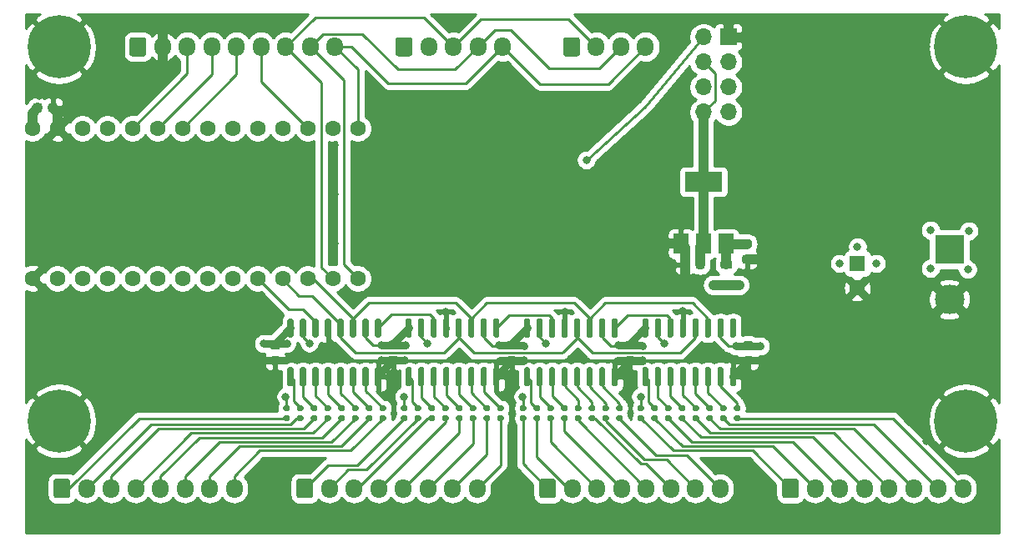
<source format=gbr>
%TF.GenerationSoftware,KiCad,Pcbnew,(5.1.8-0-10_14)*%
%TF.CreationDate,2020-12-11T17:33:18+01:00*%
%TF.ProjectId,32Bit shift register,33324269-7420-4736-9869-667420726567,rev?*%
%TF.SameCoordinates,Original*%
%TF.FileFunction,Copper,L1,Top*%
%TF.FilePolarity,Positive*%
%FSLAX46Y46*%
G04 Gerber Fmt 4.6, Leading zero omitted, Abs format (unit mm)*
G04 Created by KiCad (PCBNEW (5.1.8-0-10_14)) date 2020-12-11 17:33:18*
%MOMM*%
%LPD*%
G01*
G04 APERTURE LIST*
%TA.AperFunction,ComponentPad*%
%ADD10C,1.600000*%
%TD*%
%TA.AperFunction,ComponentPad*%
%ADD11R,1.700000X1.700000*%
%TD*%
%TA.AperFunction,ComponentPad*%
%ADD12O,1.700000X1.700000*%
%TD*%
%TA.AperFunction,ComponentPad*%
%ADD13O,1.700000X1.950000*%
%TD*%
%TA.AperFunction,SMDPad,CuDef*%
%ADD14R,3.800000X2.000000*%
%TD*%
%TA.AperFunction,SMDPad,CuDef*%
%ADD15R,1.500000X2.000000*%
%TD*%
%TA.AperFunction,ComponentPad*%
%ADD16C,3.000000*%
%TD*%
%TA.AperFunction,ComponentPad*%
%ADD17R,3.000000X3.000000*%
%TD*%
%TA.AperFunction,ComponentPad*%
%ADD18C,0.800000*%
%TD*%
%TA.AperFunction,ComponentPad*%
%ADD19C,6.400000*%
%TD*%
%TA.AperFunction,ComponentPad*%
%ADD20R,1.600000X1.600000*%
%TD*%
%TA.AperFunction,ViaPad*%
%ADD21C,0.800000*%
%TD*%
%TA.AperFunction,Conductor*%
%ADD22C,0.750000*%
%TD*%
%TA.AperFunction,Conductor*%
%ADD23C,0.250000*%
%TD*%
%TA.AperFunction,Conductor*%
%ADD24C,1.000000*%
%TD*%
%TA.AperFunction,Conductor*%
%ADD25C,0.254000*%
%TD*%
%TA.AperFunction,Conductor*%
%ADD26C,0.100000*%
%TD*%
G04 APERTURE END LIST*
%TO.P,FB,2*%
%TO.N,VCC*%
%TA.AperFunction,SMDPad,CuDef*%
G36*
G01*
X164318750Y-63787500D02*
X165081250Y-63787500D01*
G75*
G02*
X165300000Y-64006250I0J-218750D01*
G01*
X165300000Y-64443750D01*
G75*
G02*
X165081250Y-64662500I-218750J0D01*
G01*
X164318750Y-64662500D01*
G75*
G02*
X164100000Y-64443750I0J218750D01*
G01*
X164100000Y-64006250D01*
G75*
G02*
X164318750Y-63787500I218750J0D01*
G01*
G37*
%TD.AperFunction*%
%TO.P,FB,1*%
%TO.N,Net-(C7-Pad1)*%
%TA.AperFunction,SMDPad,CuDef*%
G36*
G01*
X164318750Y-61662500D02*
X165081250Y-61662500D01*
G75*
G02*
X165300000Y-61881250I0J-218750D01*
G01*
X165300000Y-62318750D01*
G75*
G02*
X165081250Y-62537500I-218750J0D01*
G01*
X164318750Y-62537500D01*
G75*
G02*
X164100000Y-62318750I0J218750D01*
G01*
X164100000Y-61881250D01*
G75*
G02*
X164318750Y-61662500I218750J0D01*
G01*
G37*
%TD.AperFunction*%
%TD*%
%TO.P,C7,1*%
%TO.N,Net-(C7-Pad1)*%
%TA.AperFunction,SMDPad,CuDef*%
G36*
G01*
X166550000Y-59575000D02*
X167050000Y-59575000D01*
G75*
G02*
X167275000Y-59800000I0J-225000D01*
G01*
X167275000Y-60250000D01*
G75*
G02*
X167050000Y-60475000I-225000J0D01*
G01*
X166550000Y-60475000D01*
G75*
G02*
X166325000Y-60250000I0J225000D01*
G01*
X166325000Y-59800000D01*
G75*
G02*
X166550000Y-59575000I225000J0D01*
G01*
G37*
%TD.AperFunction*%
%TO.P,C7,2*%
%TO.N,GND*%
%TA.AperFunction,SMDPad,CuDef*%
G36*
G01*
X166550000Y-61125000D02*
X167050000Y-61125000D01*
G75*
G02*
X167275000Y-61350000I0J-225000D01*
G01*
X167275000Y-61800000D01*
G75*
G02*
X167050000Y-62025000I-225000J0D01*
G01*
X166550000Y-62025000D01*
G75*
G02*
X166325000Y-61800000I0J225000D01*
G01*
X166325000Y-61350000D01*
G75*
G02*
X166550000Y-61125000I225000J0D01*
G01*
G37*
%TD.AperFunction*%
%TD*%
D10*
%TO.P,U6,1*%
%TO.N,GND*%
X94290000Y-63520000D03*
%TO.P,U6,2*%
%TO.N,/ESP_TX*%
X96830000Y-63520000D03*
%TO.P,U6,3*%
%TO.N,/ESP_RX*%
X99370000Y-63520000D03*
%TO.P,U6,4*%
%TO.N,N/C*%
X101910000Y-63520000D03*
%TO.P,U6,5*%
X104450000Y-63520000D03*
%TO.P,U6,6*%
X106990000Y-63520000D03*
%TO.P,U6,7*%
X109530000Y-63520000D03*
%TO.P,U6,8*%
X112070000Y-63520000D03*
%TO.P,U6,9*%
X114610000Y-63520000D03*
%TO.P,U6,10*%
%TO.N,/DIN*%
X117150000Y-63520000D03*
%TO.P,U6,11*%
%TO.N,/WCK*%
X119690000Y-63520000D03*
%TO.P,U6,12*%
%TO.N,/BCK*%
X122230000Y-63520000D03*
%TO.P,U6,13*%
%TO.N,/MOSI*%
X124770000Y-63520000D03*
%TO.P,U6,33*%
%TO.N,VCC*%
X94290000Y-48280000D03*
%TO.P,U6,32*%
%TO.N,GND*%
X96830000Y-48280000D03*
%TO.P,U6,31*%
%TO.N,N/C*%
X99370000Y-48280000D03*
%TO.P,U6,30*%
X101910000Y-48280000D03*
%TO.P,U6,29*%
%TO.N,/LCD_LED*%
X104450000Y-48280000D03*
%TO.P,U6,28*%
%TO.N,/LCD_RESET*%
X106990000Y-48280000D03*
%TO.P,U6,27*%
%TO.N,/LCD_DC*%
X109530000Y-48280000D03*
%TO.P,U6,26*%
%TO.N,/T_IRQ*%
X112070000Y-48280000D03*
%TO.P,U6,25*%
%TO.N,/T_CS*%
X114610000Y-48280000D03*
%TO.P,U6,24*%
%TO.N,/SD_CS*%
X117150000Y-48280000D03*
%TO.P,U6,23*%
%TO.N,N/C*%
X119690000Y-48280000D03*
%TO.P,U6,22*%
%TO.N,/LCD_CS*%
X122230000Y-48280000D03*
%TO.P,U6,21*%
%TO.N,/ESP_RESET*%
X124770000Y-48280000D03*
%TO.P,U6,14*%
%TO.N,/MISO*%
X127310000Y-63520000D03*
%TO.P,U6,20*%
%TO.N,/SCK*%
X127310000Y-48280000D03*
%TD*%
D11*
%TO.P,J5,1*%
%TO.N,GND*%
X164910000Y-39010000D03*
D12*
%TO.P,J5,2*%
%TO.N,/ESP_TX*%
X162370000Y-39010000D03*
%TO.P,J5,3*%
%TO.N,N/C*%
X164910000Y-41550000D03*
%TO.P,J5,4*%
%TO.N,+3V3*%
X162370000Y-41550000D03*
%TO.P,J5,5*%
%TO.N,N/C*%
X164910000Y-44090000D03*
%TO.P,J5,6*%
%TO.N,/ESP_RESET*%
X162370000Y-44090000D03*
%TO.P,J5,7*%
%TO.N,/ESP_RX*%
X164910000Y-46630000D03*
%TO.P,J5,8*%
%TO.N,+3V3*%
X162370000Y-46630000D03*
%TD*%
%TO.P,J8,1*%
%TO.N,VCC*%
%TA.AperFunction,ComponentPad*%
G36*
G01*
X104150000Y-40725100D02*
X104150000Y-39274900D01*
G75*
G02*
X104399900Y-39025000I249900J0D01*
G01*
X105600100Y-39025000D01*
G75*
G02*
X105850000Y-39274900I0J-249900D01*
G01*
X105850000Y-40725100D01*
G75*
G02*
X105600100Y-40975000I-249900J0D01*
G01*
X104399900Y-40975000D01*
G75*
G02*
X104150000Y-40725100I0J249900D01*
G01*
G37*
%TD.AperFunction*%
D13*
%TO.P,J8,2*%
%TO.N,GND*%
X107500000Y-40000000D03*
%TO.P,J8,3*%
%TO.N,/LCD_LED*%
X110000000Y-40000000D03*
%TO.P,J8,4*%
%TO.N,/LCD_RESET*%
X112500000Y-40000000D03*
%TO.P,J8,5*%
%TO.N,/LCD_DC*%
X115000000Y-40000000D03*
%TO.P,J8,6*%
%TO.N,/LCD_CS*%
X117500000Y-40000000D03*
%TO.P,J8,7*%
%TO.N,/MOSI*%
X120000000Y-40000000D03*
%TO.P,J8,8*%
%TO.N,/MISO*%
X122500000Y-40000000D03*
%TO.P,J8,9*%
%TO.N,/SCK*%
X125000000Y-40000000D03*
%TD*%
%TO.P,J7,4*%
%TO.N,/SCK*%
X156500000Y-40000000D03*
%TO.P,J7,3*%
%TO.N,/MISO*%
X154000000Y-40000000D03*
%TO.P,J7,2*%
%TO.N,/MOSI*%
X151500000Y-40000000D03*
%TO.P,J7,1*%
%TO.N,/SD_CS*%
%TA.AperFunction,ComponentPad*%
G36*
G01*
X148150000Y-40725000D02*
X148150000Y-39275000D01*
G75*
G02*
X148400000Y-39025000I250000J0D01*
G01*
X149600000Y-39025000D01*
G75*
G02*
X149850000Y-39275000I0J-250000D01*
G01*
X149850000Y-40725000D01*
G75*
G02*
X149600000Y-40975000I-250000J0D01*
G01*
X148400000Y-40975000D01*
G75*
G02*
X148150000Y-40725000I0J250000D01*
G01*
G37*
%TD.AperFunction*%
%TD*%
%TO.P,J6,5*%
%TO.N,/SCK*%
X142000000Y-40000000D03*
%TO.P,J6,4*%
%TO.N,/MISO*%
X139500000Y-40000000D03*
%TO.P,J6,3*%
%TO.N,/MOSI*%
X137000000Y-40000000D03*
%TO.P,J6,2*%
%TO.N,/T_CS*%
X134500000Y-40000000D03*
%TO.P,J6,1*%
%TO.N,/T_IRQ*%
%TA.AperFunction,ComponentPad*%
G36*
G01*
X131150000Y-40725000D02*
X131150000Y-39275000D01*
G75*
G02*
X131400000Y-39025000I250000J0D01*
G01*
X132600000Y-39025000D01*
G75*
G02*
X132850000Y-39275000I0J-250000D01*
G01*
X132850000Y-40725000D01*
G75*
G02*
X132600000Y-40975000I-250000J0D01*
G01*
X131400000Y-40975000D01*
G75*
G02*
X131150000Y-40725000I0J250000D01*
G01*
G37*
%TD.AperFunction*%
%TD*%
%TO.P,U3,1*%
%TO.N,Net-(R7-Pad2)*%
%TA.AperFunction,SMDPad,CuDef*%
G36*
G01*
X144632000Y-74485900D02*
X144332000Y-74485900D01*
G75*
G02*
X144182000Y-74335900I0J150000D01*
G01*
X144182000Y-72685900D01*
G75*
G02*
X144332000Y-72535900I150000J0D01*
G01*
X144632000Y-72535900D01*
G75*
G02*
X144782000Y-72685900I0J-150000D01*
G01*
X144782000Y-74335900D01*
G75*
G02*
X144632000Y-74485900I-150000J0D01*
G01*
G37*
%TD.AperFunction*%
%TO.P,U3,2*%
%TO.N,Net-(R11-Pad2)*%
%TA.AperFunction,SMDPad,CuDef*%
G36*
G01*
X145902000Y-74485900D02*
X145602000Y-74485900D01*
G75*
G02*
X145452000Y-74335900I0J150000D01*
G01*
X145452000Y-72685900D01*
G75*
G02*
X145602000Y-72535900I150000J0D01*
G01*
X145902000Y-72535900D01*
G75*
G02*
X146052000Y-72685900I0J-150000D01*
G01*
X146052000Y-74335900D01*
G75*
G02*
X145902000Y-74485900I-150000J0D01*
G01*
G37*
%TD.AperFunction*%
%TO.P,U3,3*%
%TO.N,Net-(R15-Pad2)*%
%TA.AperFunction,SMDPad,CuDef*%
G36*
G01*
X147172000Y-74485900D02*
X146872000Y-74485900D01*
G75*
G02*
X146722000Y-74335900I0J150000D01*
G01*
X146722000Y-72685900D01*
G75*
G02*
X146872000Y-72535900I150000J0D01*
G01*
X147172000Y-72535900D01*
G75*
G02*
X147322000Y-72685900I0J-150000D01*
G01*
X147322000Y-74335900D01*
G75*
G02*
X147172000Y-74485900I-150000J0D01*
G01*
G37*
%TD.AperFunction*%
%TO.P,U3,4*%
%TO.N,Net-(R19-Pad2)*%
%TA.AperFunction,SMDPad,CuDef*%
G36*
G01*
X148442000Y-74485900D02*
X148142000Y-74485900D01*
G75*
G02*
X147992000Y-74335900I0J150000D01*
G01*
X147992000Y-72685900D01*
G75*
G02*
X148142000Y-72535900I150000J0D01*
G01*
X148442000Y-72535900D01*
G75*
G02*
X148592000Y-72685900I0J-150000D01*
G01*
X148592000Y-74335900D01*
G75*
G02*
X148442000Y-74485900I-150000J0D01*
G01*
G37*
%TD.AperFunction*%
%TO.P,U3,5*%
%TO.N,Net-(R23-Pad2)*%
%TA.AperFunction,SMDPad,CuDef*%
G36*
G01*
X149712000Y-74485900D02*
X149412000Y-74485900D01*
G75*
G02*
X149262000Y-74335900I0J150000D01*
G01*
X149262000Y-72685900D01*
G75*
G02*
X149412000Y-72535900I150000J0D01*
G01*
X149712000Y-72535900D01*
G75*
G02*
X149862000Y-72685900I0J-150000D01*
G01*
X149862000Y-74335900D01*
G75*
G02*
X149712000Y-74485900I-150000J0D01*
G01*
G37*
%TD.AperFunction*%
%TO.P,U3,6*%
%TO.N,Net-(R27-Pad2)*%
%TA.AperFunction,SMDPad,CuDef*%
G36*
G01*
X150982000Y-74485900D02*
X150682000Y-74485900D01*
G75*
G02*
X150532000Y-74335900I0J150000D01*
G01*
X150532000Y-72685900D01*
G75*
G02*
X150682000Y-72535900I150000J0D01*
G01*
X150982000Y-72535900D01*
G75*
G02*
X151132000Y-72685900I0J-150000D01*
G01*
X151132000Y-74335900D01*
G75*
G02*
X150982000Y-74485900I-150000J0D01*
G01*
G37*
%TD.AperFunction*%
%TO.P,U3,7*%
%TO.N,Net-(R31-Pad2)*%
%TA.AperFunction,SMDPad,CuDef*%
G36*
G01*
X152252000Y-74485900D02*
X151952000Y-74485900D01*
G75*
G02*
X151802000Y-74335900I0J150000D01*
G01*
X151802000Y-72685900D01*
G75*
G02*
X151952000Y-72535900I150000J0D01*
G01*
X152252000Y-72535900D01*
G75*
G02*
X152402000Y-72685900I0J-150000D01*
G01*
X152402000Y-74335900D01*
G75*
G02*
X152252000Y-74485900I-150000J0D01*
G01*
G37*
%TD.AperFunction*%
%TO.P,U3,8*%
%TO.N,GND*%
%TA.AperFunction,SMDPad,CuDef*%
G36*
G01*
X153522000Y-74485900D02*
X153222000Y-74485900D01*
G75*
G02*
X153072000Y-74335900I0J150000D01*
G01*
X153072000Y-72685900D01*
G75*
G02*
X153222000Y-72535900I150000J0D01*
G01*
X153522000Y-72535900D01*
G75*
G02*
X153672000Y-72685900I0J-150000D01*
G01*
X153672000Y-74335900D01*
G75*
G02*
X153522000Y-74485900I-150000J0D01*
G01*
G37*
%TD.AperFunction*%
%TO.P,U3,9*%
%TO.N,Net-(U3-Pad9)*%
%TA.AperFunction,SMDPad,CuDef*%
G36*
G01*
X153522000Y-69535900D02*
X153222000Y-69535900D01*
G75*
G02*
X153072000Y-69385900I0J150000D01*
G01*
X153072000Y-67735900D01*
G75*
G02*
X153222000Y-67585900I150000J0D01*
G01*
X153522000Y-67585900D01*
G75*
G02*
X153672000Y-67735900I0J-150000D01*
G01*
X153672000Y-69385900D01*
G75*
G02*
X153522000Y-69535900I-150000J0D01*
G01*
G37*
%TD.AperFunction*%
%TO.P,U3,10*%
%TO.N,VCC*%
%TA.AperFunction,SMDPad,CuDef*%
G36*
G01*
X152252000Y-69535900D02*
X151952000Y-69535900D01*
G75*
G02*
X151802000Y-69385900I0J150000D01*
G01*
X151802000Y-67735900D01*
G75*
G02*
X151952000Y-67585900I150000J0D01*
G01*
X152252000Y-67585900D01*
G75*
G02*
X152402000Y-67735900I0J-150000D01*
G01*
X152402000Y-69385900D01*
G75*
G02*
X152252000Y-69535900I-150000J0D01*
G01*
G37*
%TD.AperFunction*%
%TO.P,U3,11*%
%TO.N,/BCK*%
%TA.AperFunction,SMDPad,CuDef*%
G36*
G01*
X150982000Y-69535900D02*
X150682000Y-69535900D01*
G75*
G02*
X150532000Y-69385900I0J150000D01*
G01*
X150532000Y-67735900D01*
G75*
G02*
X150682000Y-67585900I150000J0D01*
G01*
X150982000Y-67585900D01*
G75*
G02*
X151132000Y-67735900I0J-150000D01*
G01*
X151132000Y-69385900D01*
G75*
G02*
X150982000Y-69535900I-150000J0D01*
G01*
G37*
%TD.AperFunction*%
%TO.P,U3,12*%
%TO.N,/WCK*%
%TA.AperFunction,SMDPad,CuDef*%
G36*
G01*
X149712000Y-69535900D02*
X149412000Y-69535900D01*
G75*
G02*
X149262000Y-69385900I0J150000D01*
G01*
X149262000Y-67735900D01*
G75*
G02*
X149412000Y-67585900I150000J0D01*
G01*
X149712000Y-67585900D01*
G75*
G02*
X149862000Y-67735900I0J-150000D01*
G01*
X149862000Y-69385900D01*
G75*
G02*
X149712000Y-69535900I-150000J0D01*
G01*
G37*
%TD.AperFunction*%
%TO.P,U3,13*%
%TO.N,GND*%
%TA.AperFunction,SMDPad,CuDef*%
G36*
G01*
X148442000Y-69535900D02*
X148142000Y-69535900D01*
G75*
G02*
X147992000Y-69385900I0J150000D01*
G01*
X147992000Y-67735900D01*
G75*
G02*
X148142000Y-67585900I150000J0D01*
G01*
X148442000Y-67585900D01*
G75*
G02*
X148592000Y-67735900I0J-150000D01*
G01*
X148592000Y-69385900D01*
G75*
G02*
X148442000Y-69535900I-150000J0D01*
G01*
G37*
%TD.AperFunction*%
%TO.P,U3,14*%
%TO.N,Net-(U2-Pad9)*%
%TA.AperFunction,SMDPad,CuDef*%
G36*
G01*
X147172000Y-69535900D02*
X146872000Y-69535900D01*
G75*
G02*
X146722000Y-69385900I0J150000D01*
G01*
X146722000Y-67735900D01*
G75*
G02*
X146872000Y-67585900I150000J0D01*
G01*
X147172000Y-67585900D01*
G75*
G02*
X147322000Y-67735900I0J-150000D01*
G01*
X147322000Y-69385900D01*
G75*
G02*
X147172000Y-69535900I-150000J0D01*
G01*
G37*
%TD.AperFunction*%
%TO.P,U3,15*%
%TO.N,Net-(R3-Pad2)*%
%TA.AperFunction,SMDPad,CuDef*%
G36*
G01*
X145902000Y-69535900D02*
X145602000Y-69535900D01*
G75*
G02*
X145452000Y-69385900I0J150000D01*
G01*
X145452000Y-67735900D01*
G75*
G02*
X145602000Y-67585900I150000J0D01*
G01*
X145902000Y-67585900D01*
G75*
G02*
X146052000Y-67735900I0J-150000D01*
G01*
X146052000Y-69385900D01*
G75*
G02*
X145902000Y-69535900I-150000J0D01*
G01*
G37*
%TD.AperFunction*%
%TO.P,U3,16*%
%TO.N,VCC*%
%TA.AperFunction,SMDPad,CuDef*%
G36*
G01*
X144632000Y-69535900D02*
X144332000Y-69535900D01*
G75*
G02*
X144182000Y-69385900I0J150000D01*
G01*
X144182000Y-67735900D01*
G75*
G02*
X144332000Y-67585900I150000J0D01*
G01*
X144632000Y-67585900D01*
G75*
G02*
X144782000Y-67735900I0J-150000D01*
G01*
X144782000Y-69385900D01*
G75*
G02*
X144632000Y-69535900I-150000J0D01*
G01*
G37*
%TD.AperFunction*%
%TD*%
%TO.P,R32,1*%
%TO.N,Net-(J4-Pad8)*%
%TA.AperFunction,SMDPad,CuDef*%
G36*
G01*
X165982000Y-77980900D02*
X165612000Y-77980900D01*
G75*
G02*
X165477000Y-77845900I0J135000D01*
G01*
X165477000Y-77575900D01*
G75*
G02*
X165612000Y-77440900I135000J0D01*
G01*
X165982000Y-77440900D01*
G75*
G02*
X166117000Y-77575900I0J-135000D01*
G01*
X166117000Y-77845900D01*
G75*
G02*
X165982000Y-77980900I-135000J0D01*
G01*
G37*
%TD.AperFunction*%
%TO.P,R32,2*%
%TO.N,Net-(R32-Pad2)*%
%TA.AperFunction,SMDPad,CuDef*%
G36*
G01*
X165982000Y-76960900D02*
X165612000Y-76960900D01*
G75*
G02*
X165477000Y-76825900I0J135000D01*
G01*
X165477000Y-76555900D01*
G75*
G02*
X165612000Y-76420900I135000J0D01*
G01*
X165982000Y-76420900D01*
G75*
G02*
X166117000Y-76555900I0J-135000D01*
G01*
X166117000Y-76825900D01*
G75*
G02*
X165982000Y-76960900I-135000J0D01*
G01*
G37*
%TD.AperFunction*%
%TD*%
%TO.P,R31,1*%
%TO.N,Net-(J3-Pad8)*%
%TA.AperFunction,SMDPad,CuDef*%
G36*
G01*
X154044000Y-77980900D02*
X153674000Y-77980900D01*
G75*
G02*
X153539000Y-77845900I0J135000D01*
G01*
X153539000Y-77575900D01*
G75*
G02*
X153674000Y-77440900I135000J0D01*
G01*
X154044000Y-77440900D01*
G75*
G02*
X154179000Y-77575900I0J-135000D01*
G01*
X154179000Y-77845900D01*
G75*
G02*
X154044000Y-77980900I-135000J0D01*
G01*
G37*
%TD.AperFunction*%
%TO.P,R31,2*%
%TO.N,Net-(R31-Pad2)*%
%TA.AperFunction,SMDPad,CuDef*%
G36*
G01*
X154044000Y-76960900D02*
X153674000Y-76960900D01*
G75*
G02*
X153539000Y-76825900I0J135000D01*
G01*
X153539000Y-76555900D01*
G75*
G02*
X153674000Y-76420900I135000J0D01*
G01*
X154044000Y-76420900D01*
G75*
G02*
X154179000Y-76555900I0J-135000D01*
G01*
X154179000Y-76825900D01*
G75*
G02*
X154044000Y-76960900I-135000J0D01*
G01*
G37*
%TD.AperFunction*%
%TD*%
%TO.P,R30,1*%
%TO.N,Net-(J2-Pad8)*%
%TA.AperFunction,SMDPad,CuDef*%
G36*
G01*
X141979000Y-77984900D02*
X141609000Y-77984900D01*
G75*
G02*
X141474000Y-77849900I0J135000D01*
G01*
X141474000Y-77579900D01*
G75*
G02*
X141609000Y-77444900I135000J0D01*
G01*
X141979000Y-77444900D01*
G75*
G02*
X142114000Y-77579900I0J-135000D01*
G01*
X142114000Y-77849900D01*
G75*
G02*
X141979000Y-77984900I-135000J0D01*
G01*
G37*
%TD.AperFunction*%
%TO.P,R30,2*%
%TO.N,Net-(R30-Pad2)*%
%TA.AperFunction,SMDPad,CuDef*%
G36*
G01*
X141979000Y-76964900D02*
X141609000Y-76964900D01*
G75*
G02*
X141474000Y-76829900I0J135000D01*
G01*
X141474000Y-76559900D01*
G75*
G02*
X141609000Y-76424900I135000J0D01*
G01*
X141979000Y-76424900D01*
G75*
G02*
X142114000Y-76559900I0J-135000D01*
G01*
X142114000Y-76829900D01*
G75*
G02*
X141979000Y-76964900I-135000J0D01*
G01*
G37*
%TD.AperFunction*%
%TD*%
%TO.P,R29,2*%
%TO.N,Net-(R29-Pad2)*%
%TA.AperFunction,SMDPad,CuDef*%
G36*
G01*
X130041000Y-76962900D02*
X129671000Y-76962900D01*
G75*
G02*
X129536000Y-76827900I0J135000D01*
G01*
X129536000Y-76557900D01*
G75*
G02*
X129671000Y-76422900I135000J0D01*
G01*
X130041000Y-76422900D01*
G75*
G02*
X130176000Y-76557900I0J-135000D01*
G01*
X130176000Y-76827900D01*
G75*
G02*
X130041000Y-76962900I-135000J0D01*
G01*
G37*
%TD.AperFunction*%
%TO.P,R29,1*%
%TO.N,Net-(J1-Pad8)*%
%TA.AperFunction,SMDPad,CuDef*%
G36*
G01*
X130041000Y-77982900D02*
X129671000Y-77982900D01*
G75*
G02*
X129536000Y-77847900I0J135000D01*
G01*
X129536000Y-77577900D01*
G75*
G02*
X129671000Y-77442900I135000J0D01*
G01*
X130041000Y-77442900D01*
G75*
G02*
X130176000Y-77577900I0J-135000D01*
G01*
X130176000Y-77847900D01*
G75*
G02*
X130041000Y-77982900I-135000J0D01*
G01*
G37*
%TD.AperFunction*%
%TD*%
%TO.P,R28,1*%
%TO.N,Net-(J4-Pad7)*%
%TA.AperFunction,SMDPad,CuDef*%
G36*
G01*
X164585000Y-77980900D02*
X164215000Y-77980900D01*
G75*
G02*
X164080000Y-77845900I0J135000D01*
G01*
X164080000Y-77575900D01*
G75*
G02*
X164215000Y-77440900I135000J0D01*
G01*
X164585000Y-77440900D01*
G75*
G02*
X164720000Y-77575900I0J-135000D01*
G01*
X164720000Y-77845900D01*
G75*
G02*
X164585000Y-77980900I-135000J0D01*
G01*
G37*
%TD.AperFunction*%
%TO.P,R28,2*%
%TO.N,Net-(R28-Pad2)*%
%TA.AperFunction,SMDPad,CuDef*%
G36*
G01*
X164585000Y-76960900D02*
X164215000Y-76960900D01*
G75*
G02*
X164080000Y-76825900I0J135000D01*
G01*
X164080000Y-76555900D01*
G75*
G02*
X164215000Y-76420900I135000J0D01*
G01*
X164585000Y-76420900D01*
G75*
G02*
X164720000Y-76555900I0J-135000D01*
G01*
X164720000Y-76825900D01*
G75*
G02*
X164585000Y-76960900I-135000J0D01*
G01*
G37*
%TD.AperFunction*%
%TD*%
%TO.P,R27,1*%
%TO.N,Net-(J3-Pad7)*%
%TA.AperFunction,SMDPad,CuDef*%
G36*
G01*
X152647000Y-77982900D02*
X152277000Y-77982900D01*
G75*
G02*
X152142000Y-77847900I0J135000D01*
G01*
X152142000Y-77577900D01*
G75*
G02*
X152277000Y-77442900I135000J0D01*
G01*
X152647000Y-77442900D01*
G75*
G02*
X152782000Y-77577900I0J-135000D01*
G01*
X152782000Y-77847900D01*
G75*
G02*
X152647000Y-77982900I-135000J0D01*
G01*
G37*
%TD.AperFunction*%
%TO.P,R27,2*%
%TO.N,Net-(R27-Pad2)*%
%TA.AperFunction,SMDPad,CuDef*%
G36*
G01*
X152647000Y-76962900D02*
X152277000Y-76962900D01*
G75*
G02*
X152142000Y-76827900I0J135000D01*
G01*
X152142000Y-76557900D01*
G75*
G02*
X152277000Y-76422900I135000J0D01*
G01*
X152647000Y-76422900D01*
G75*
G02*
X152782000Y-76557900I0J-135000D01*
G01*
X152782000Y-76827900D01*
G75*
G02*
X152647000Y-76962900I-135000J0D01*
G01*
G37*
%TD.AperFunction*%
%TD*%
%TO.P,R26,1*%
%TO.N,Net-(J2-Pad7)*%
%TA.AperFunction,SMDPad,CuDef*%
G36*
G01*
X140582000Y-77984900D02*
X140212000Y-77984900D01*
G75*
G02*
X140077000Y-77849900I0J135000D01*
G01*
X140077000Y-77579900D01*
G75*
G02*
X140212000Y-77444900I135000J0D01*
G01*
X140582000Y-77444900D01*
G75*
G02*
X140717000Y-77579900I0J-135000D01*
G01*
X140717000Y-77849900D01*
G75*
G02*
X140582000Y-77984900I-135000J0D01*
G01*
G37*
%TD.AperFunction*%
%TO.P,R26,2*%
%TO.N,Net-(R26-Pad2)*%
%TA.AperFunction,SMDPad,CuDef*%
G36*
G01*
X140582000Y-76964900D02*
X140212000Y-76964900D01*
G75*
G02*
X140077000Y-76829900I0J135000D01*
G01*
X140077000Y-76559900D01*
G75*
G02*
X140212000Y-76424900I135000J0D01*
G01*
X140582000Y-76424900D01*
G75*
G02*
X140717000Y-76559900I0J-135000D01*
G01*
X140717000Y-76829900D01*
G75*
G02*
X140582000Y-76964900I-135000J0D01*
G01*
G37*
%TD.AperFunction*%
%TD*%
%TO.P,R25,2*%
%TO.N,Net-(R25-Pad2)*%
%TA.AperFunction,SMDPad,CuDef*%
G36*
G01*
X128644000Y-76962900D02*
X128274000Y-76962900D01*
G75*
G02*
X128139000Y-76827900I0J135000D01*
G01*
X128139000Y-76557900D01*
G75*
G02*
X128274000Y-76422900I135000J0D01*
G01*
X128644000Y-76422900D01*
G75*
G02*
X128779000Y-76557900I0J-135000D01*
G01*
X128779000Y-76827900D01*
G75*
G02*
X128644000Y-76962900I-135000J0D01*
G01*
G37*
%TD.AperFunction*%
%TO.P,R25,1*%
%TO.N,Net-(J1-Pad7)*%
%TA.AperFunction,SMDPad,CuDef*%
G36*
G01*
X128644000Y-77982900D02*
X128274000Y-77982900D01*
G75*
G02*
X128139000Y-77847900I0J135000D01*
G01*
X128139000Y-77577900D01*
G75*
G02*
X128274000Y-77442900I135000J0D01*
G01*
X128644000Y-77442900D01*
G75*
G02*
X128779000Y-77577900I0J-135000D01*
G01*
X128779000Y-77847900D01*
G75*
G02*
X128644000Y-77982900I-135000J0D01*
G01*
G37*
%TD.AperFunction*%
%TD*%
%TO.P,R24,1*%
%TO.N,Net-(J4-Pad6)*%
%TA.AperFunction,SMDPad,CuDef*%
G36*
G01*
X163188000Y-77980900D02*
X162818000Y-77980900D01*
G75*
G02*
X162683000Y-77845900I0J135000D01*
G01*
X162683000Y-77575900D01*
G75*
G02*
X162818000Y-77440900I135000J0D01*
G01*
X163188000Y-77440900D01*
G75*
G02*
X163323000Y-77575900I0J-135000D01*
G01*
X163323000Y-77845900D01*
G75*
G02*
X163188000Y-77980900I-135000J0D01*
G01*
G37*
%TD.AperFunction*%
%TO.P,R24,2*%
%TO.N,Net-(R24-Pad2)*%
%TA.AperFunction,SMDPad,CuDef*%
G36*
G01*
X163188000Y-76960900D02*
X162818000Y-76960900D01*
G75*
G02*
X162683000Y-76825900I0J135000D01*
G01*
X162683000Y-76555900D01*
G75*
G02*
X162818000Y-76420900I135000J0D01*
G01*
X163188000Y-76420900D01*
G75*
G02*
X163323000Y-76555900I0J-135000D01*
G01*
X163323000Y-76825900D01*
G75*
G02*
X163188000Y-76960900I-135000J0D01*
G01*
G37*
%TD.AperFunction*%
%TD*%
%TO.P,R23,1*%
%TO.N,Net-(J3-Pad6)*%
%TA.AperFunction,SMDPad,CuDef*%
G36*
G01*
X151250000Y-77982900D02*
X150880000Y-77982900D01*
G75*
G02*
X150745000Y-77847900I0J135000D01*
G01*
X150745000Y-77577900D01*
G75*
G02*
X150880000Y-77442900I135000J0D01*
G01*
X151250000Y-77442900D01*
G75*
G02*
X151385000Y-77577900I0J-135000D01*
G01*
X151385000Y-77847900D01*
G75*
G02*
X151250000Y-77982900I-135000J0D01*
G01*
G37*
%TD.AperFunction*%
%TO.P,R23,2*%
%TO.N,Net-(R23-Pad2)*%
%TA.AperFunction,SMDPad,CuDef*%
G36*
G01*
X151250000Y-76962900D02*
X150880000Y-76962900D01*
G75*
G02*
X150745000Y-76827900I0J135000D01*
G01*
X150745000Y-76557900D01*
G75*
G02*
X150880000Y-76422900I135000J0D01*
G01*
X151250000Y-76422900D01*
G75*
G02*
X151385000Y-76557900I0J-135000D01*
G01*
X151385000Y-76827900D01*
G75*
G02*
X151250000Y-76962900I-135000J0D01*
G01*
G37*
%TD.AperFunction*%
%TD*%
%TO.P,R22,1*%
%TO.N,Net-(J2-Pad6)*%
%TA.AperFunction,SMDPad,CuDef*%
G36*
G01*
X139185000Y-77984900D02*
X138815000Y-77984900D01*
G75*
G02*
X138680000Y-77849900I0J135000D01*
G01*
X138680000Y-77579900D01*
G75*
G02*
X138815000Y-77444900I135000J0D01*
G01*
X139185000Y-77444900D01*
G75*
G02*
X139320000Y-77579900I0J-135000D01*
G01*
X139320000Y-77849900D01*
G75*
G02*
X139185000Y-77984900I-135000J0D01*
G01*
G37*
%TD.AperFunction*%
%TO.P,R22,2*%
%TO.N,Net-(R22-Pad2)*%
%TA.AperFunction,SMDPad,CuDef*%
G36*
G01*
X139185000Y-76964900D02*
X138815000Y-76964900D01*
G75*
G02*
X138680000Y-76829900I0J135000D01*
G01*
X138680000Y-76559900D01*
G75*
G02*
X138815000Y-76424900I135000J0D01*
G01*
X139185000Y-76424900D01*
G75*
G02*
X139320000Y-76559900I0J-135000D01*
G01*
X139320000Y-76829900D01*
G75*
G02*
X139185000Y-76964900I-135000J0D01*
G01*
G37*
%TD.AperFunction*%
%TD*%
%TO.P,R21,1*%
%TO.N,Net-(J1-Pad6)*%
%TA.AperFunction,SMDPad,CuDef*%
G36*
G01*
X127247000Y-77982900D02*
X126877000Y-77982900D01*
G75*
G02*
X126742000Y-77847900I0J135000D01*
G01*
X126742000Y-77577900D01*
G75*
G02*
X126877000Y-77442900I135000J0D01*
G01*
X127247000Y-77442900D01*
G75*
G02*
X127382000Y-77577900I0J-135000D01*
G01*
X127382000Y-77847900D01*
G75*
G02*
X127247000Y-77982900I-135000J0D01*
G01*
G37*
%TD.AperFunction*%
%TO.P,R21,2*%
%TO.N,Net-(R21-Pad2)*%
%TA.AperFunction,SMDPad,CuDef*%
G36*
G01*
X127247000Y-76962900D02*
X126877000Y-76962900D01*
G75*
G02*
X126742000Y-76827900I0J135000D01*
G01*
X126742000Y-76557900D01*
G75*
G02*
X126877000Y-76422900I135000J0D01*
G01*
X127247000Y-76422900D01*
G75*
G02*
X127382000Y-76557900I0J-135000D01*
G01*
X127382000Y-76827900D01*
G75*
G02*
X127247000Y-76962900I-135000J0D01*
G01*
G37*
%TD.AperFunction*%
%TD*%
%TO.P,R20,1*%
%TO.N,Net-(J4-Pad5)*%
%TA.AperFunction,SMDPad,CuDef*%
G36*
G01*
X161791000Y-77980900D02*
X161421000Y-77980900D01*
G75*
G02*
X161286000Y-77845900I0J135000D01*
G01*
X161286000Y-77575900D01*
G75*
G02*
X161421000Y-77440900I135000J0D01*
G01*
X161791000Y-77440900D01*
G75*
G02*
X161926000Y-77575900I0J-135000D01*
G01*
X161926000Y-77845900D01*
G75*
G02*
X161791000Y-77980900I-135000J0D01*
G01*
G37*
%TD.AperFunction*%
%TO.P,R20,2*%
%TO.N,Net-(R20-Pad2)*%
%TA.AperFunction,SMDPad,CuDef*%
G36*
G01*
X161791000Y-76960900D02*
X161421000Y-76960900D01*
G75*
G02*
X161286000Y-76825900I0J135000D01*
G01*
X161286000Y-76555900D01*
G75*
G02*
X161421000Y-76420900I135000J0D01*
G01*
X161791000Y-76420900D01*
G75*
G02*
X161926000Y-76555900I0J-135000D01*
G01*
X161926000Y-76825900D01*
G75*
G02*
X161791000Y-76960900I-135000J0D01*
G01*
G37*
%TD.AperFunction*%
%TD*%
%TO.P,R19,1*%
%TO.N,Net-(J3-Pad5)*%
%TA.AperFunction,SMDPad,CuDef*%
G36*
G01*
X149853000Y-77980900D02*
X149483000Y-77980900D01*
G75*
G02*
X149348000Y-77845900I0J135000D01*
G01*
X149348000Y-77575900D01*
G75*
G02*
X149483000Y-77440900I135000J0D01*
G01*
X149853000Y-77440900D01*
G75*
G02*
X149988000Y-77575900I0J-135000D01*
G01*
X149988000Y-77845900D01*
G75*
G02*
X149853000Y-77980900I-135000J0D01*
G01*
G37*
%TD.AperFunction*%
%TO.P,R19,2*%
%TO.N,Net-(R19-Pad2)*%
%TA.AperFunction,SMDPad,CuDef*%
G36*
G01*
X149853000Y-76960900D02*
X149483000Y-76960900D01*
G75*
G02*
X149348000Y-76825900I0J135000D01*
G01*
X149348000Y-76555900D01*
G75*
G02*
X149483000Y-76420900I135000J0D01*
G01*
X149853000Y-76420900D01*
G75*
G02*
X149988000Y-76555900I0J-135000D01*
G01*
X149988000Y-76825900D01*
G75*
G02*
X149853000Y-76960900I-135000J0D01*
G01*
G37*
%TD.AperFunction*%
%TD*%
%TO.P,R18,1*%
%TO.N,Net-(J2-Pad5)*%
%TA.AperFunction,SMDPad,CuDef*%
G36*
G01*
X137788000Y-77982900D02*
X137418000Y-77982900D01*
G75*
G02*
X137283000Y-77847900I0J135000D01*
G01*
X137283000Y-77577900D01*
G75*
G02*
X137418000Y-77442900I135000J0D01*
G01*
X137788000Y-77442900D01*
G75*
G02*
X137923000Y-77577900I0J-135000D01*
G01*
X137923000Y-77847900D01*
G75*
G02*
X137788000Y-77982900I-135000J0D01*
G01*
G37*
%TD.AperFunction*%
%TO.P,R18,2*%
%TO.N,Net-(R18-Pad2)*%
%TA.AperFunction,SMDPad,CuDef*%
G36*
G01*
X137788000Y-76962900D02*
X137418000Y-76962900D01*
G75*
G02*
X137283000Y-76827900I0J135000D01*
G01*
X137283000Y-76557900D01*
G75*
G02*
X137418000Y-76422900I135000J0D01*
G01*
X137788000Y-76422900D01*
G75*
G02*
X137923000Y-76557900I0J-135000D01*
G01*
X137923000Y-76827900D01*
G75*
G02*
X137788000Y-76962900I-135000J0D01*
G01*
G37*
%TD.AperFunction*%
%TD*%
%TO.P,R17,2*%
%TO.N,Net-(R17-Pad2)*%
%TA.AperFunction,SMDPad,CuDef*%
G36*
G01*
X125850000Y-76962900D02*
X125480000Y-76962900D01*
G75*
G02*
X125345000Y-76827900I0J135000D01*
G01*
X125345000Y-76557900D01*
G75*
G02*
X125480000Y-76422900I135000J0D01*
G01*
X125850000Y-76422900D01*
G75*
G02*
X125985000Y-76557900I0J-135000D01*
G01*
X125985000Y-76827900D01*
G75*
G02*
X125850000Y-76962900I-135000J0D01*
G01*
G37*
%TD.AperFunction*%
%TO.P,R17,1*%
%TO.N,Net-(J1-Pad5)*%
%TA.AperFunction,SMDPad,CuDef*%
G36*
G01*
X125850000Y-77982900D02*
X125480000Y-77982900D01*
G75*
G02*
X125345000Y-77847900I0J135000D01*
G01*
X125345000Y-77577900D01*
G75*
G02*
X125480000Y-77442900I135000J0D01*
G01*
X125850000Y-77442900D01*
G75*
G02*
X125985000Y-77577900I0J-135000D01*
G01*
X125985000Y-77847900D01*
G75*
G02*
X125850000Y-77982900I-135000J0D01*
G01*
G37*
%TD.AperFunction*%
%TD*%
%TO.P,R16,1*%
%TO.N,Net-(J4-Pad4)*%
%TA.AperFunction,SMDPad,CuDef*%
G36*
G01*
X160394000Y-77980900D02*
X160024000Y-77980900D01*
G75*
G02*
X159889000Y-77845900I0J135000D01*
G01*
X159889000Y-77575900D01*
G75*
G02*
X160024000Y-77440900I135000J0D01*
G01*
X160394000Y-77440900D01*
G75*
G02*
X160529000Y-77575900I0J-135000D01*
G01*
X160529000Y-77845900D01*
G75*
G02*
X160394000Y-77980900I-135000J0D01*
G01*
G37*
%TD.AperFunction*%
%TO.P,R16,2*%
%TO.N,Net-(R16-Pad2)*%
%TA.AperFunction,SMDPad,CuDef*%
G36*
G01*
X160394000Y-76960900D02*
X160024000Y-76960900D01*
G75*
G02*
X159889000Y-76825900I0J135000D01*
G01*
X159889000Y-76555900D01*
G75*
G02*
X160024000Y-76420900I135000J0D01*
G01*
X160394000Y-76420900D01*
G75*
G02*
X160529000Y-76555900I0J-135000D01*
G01*
X160529000Y-76825900D01*
G75*
G02*
X160394000Y-76960900I-135000J0D01*
G01*
G37*
%TD.AperFunction*%
%TD*%
%TO.P,R15,1*%
%TO.N,Net-(J3-Pad4)*%
%TA.AperFunction,SMDPad,CuDef*%
G36*
G01*
X148456000Y-77982900D02*
X148086000Y-77982900D01*
G75*
G02*
X147951000Y-77847900I0J135000D01*
G01*
X147951000Y-77577900D01*
G75*
G02*
X148086000Y-77442900I135000J0D01*
G01*
X148456000Y-77442900D01*
G75*
G02*
X148591000Y-77577900I0J-135000D01*
G01*
X148591000Y-77847900D01*
G75*
G02*
X148456000Y-77982900I-135000J0D01*
G01*
G37*
%TD.AperFunction*%
%TO.P,R15,2*%
%TO.N,Net-(R15-Pad2)*%
%TA.AperFunction,SMDPad,CuDef*%
G36*
G01*
X148456000Y-76962900D02*
X148086000Y-76962900D01*
G75*
G02*
X147951000Y-76827900I0J135000D01*
G01*
X147951000Y-76557900D01*
G75*
G02*
X148086000Y-76422900I135000J0D01*
G01*
X148456000Y-76422900D01*
G75*
G02*
X148591000Y-76557900I0J-135000D01*
G01*
X148591000Y-76827900D01*
G75*
G02*
X148456000Y-76962900I-135000J0D01*
G01*
G37*
%TD.AperFunction*%
%TD*%
%TO.P,R14,1*%
%TO.N,Net-(J2-Pad4)*%
%TA.AperFunction,SMDPad,CuDef*%
G36*
G01*
X136391000Y-77982900D02*
X136021000Y-77982900D01*
G75*
G02*
X135886000Y-77847900I0J135000D01*
G01*
X135886000Y-77577900D01*
G75*
G02*
X136021000Y-77442900I135000J0D01*
G01*
X136391000Y-77442900D01*
G75*
G02*
X136526000Y-77577900I0J-135000D01*
G01*
X136526000Y-77847900D01*
G75*
G02*
X136391000Y-77982900I-135000J0D01*
G01*
G37*
%TD.AperFunction*%
%TO.P,R14,2*%
%TO.N,Net-(R14-Pad2)*%
%TA.AperFunction,SMDPad,CuDef*%
G36*
G01*
X136391000Y-76962900D02*
X136021000Y-76962900D01*
G75*
G02*
X135886000Y-76827900I0J135000D01*
G01*
X135886000Y-76557900D01*
G75*
G02*
X136021000Y-76422900I135000J0D01*
G01*
X136391000Y-76422900D01*
G75*
G02*
X136526000Y-76557900I0J-135000D01*
G01*
X136526000Y-76827900D01*
G75*
G02*
X136391000Y-76962900I-135000J0D01*
G01*
G37*
%TD.AperFunction*%
%TD*%
%TO.P,R13,1*%
%TO.N,Net-(J1-Pad4)*%
%TA.AperFunction,SMDPad,CuDef*%
G36*
G01*
X124453000Y-77982900D02*
X124083000Y-77982900D01*
G75*
G02*
X123948000Y-77847900I0J135000D01*
G01*
X123948000Y-77577900D01*
G75*
G02*
X124083000Y-77442900I135000J0D01*
G01*
X124453000Y-77442900D01*
G75*
G02*
X124588000Y-77577900I0J-135000D01*
G01*
X124588000Y-77847900D01*
G75*
G02*
X124453000Y-77982900I-135000J0D01*
G01*
G37*
%TD.AperFunction*%
%TO.P,R13,2*%
%TO.N,Net-(R13-Pad2)*%
%TA.AperFunction,SMDPad,CuDef*%
G36*
G01*
X124453000Y-76962900D02*
X124083000Y-76962900D01*
G75*
G02*
X123948000Y-76827900I0J135000D01*
G01*
X123948000Y-76557900D01*
G75*
G02*
X124083000Y-76422900I135000J0D01*
G01*
X124453000Y-76422900D01*
G75*
G02*
X124588000Y-76557900I0J-135000D01*
G01*
X124588000Y-76827900D01*
G75*
G02*
X124453000Y-76962900I-135000J0D01*
G01*
G37*
%TD.AperFunction*%
%TD*%
%TO.P,R12,1*%
%TO.N,Net-(J4-Pad3)*%
%TA.AperFunction,SMDPad,CuDef*%
G36*
G01*
X158997000Y-77980900D02*
X158627000Y-77980900D01*
G75*
G02*
X158492000Y-77845900I0J135000D01*
G01*
X158492000Y-77575900D01*
G75*
G02*
X158627000Y-77440900I135000J0D01*
G01*
X158997000Y-77440900D01*
G75*
G02*
X159132000Y-77575900I0J-135000D01*
G01*
X159132000Y-77845900D01*
G75*
G02*
X158997000Y-77980900I-135000J0D01*
G01*
G37*
%TD.AperFunction*%
%TO.P,R12,2*%
%TO.N,Net-(R12-Pad2)*%
%TA.AperFunction,SMDPad,CuDef*%
G36*
G01*
X158997000Y-76960900D02*
X158627000Y-76960900D01*
G75*
G02*
X158492000Y-76825900I0J135000D01*
G01*
X158492000Y-76555900D01*
G75*
G02*
X158627000Y-76420900I135000J0D01*
G01*
X158997000Y-76420900D01*
G75*
G02*
X159132000Y-76555900I0J-135000D01*
G01*
X159132000Y-76825900D01*
G75*
G02*
X158997000Y-76960900I-135000J0D01*
G01*
G37*
%TD.AperFunction*%
%TD*%
%TO.P,R11,1*%
%TO.N,Net-(J3-Pad3)*%
%TA.AperFunction,SMDPad,CuDef*%
G36*
G01*
X147059000Y-77982900D02*
X146689000Y-77982900D01*
G75*
G02*
X146554000Y-77847900I0J135000D01*
G01*
X146554000Y-77577900D01*
G75*
G02*
X146689000Y-77442900I135000J0D01*
G01*
X147059000Y-77442900D01*
G75*
G02*
X147194000Y-77577900I0J-135000D01*
G01*
X147194000Y-77847900D01*
G75*
G02*
X147059000Y-77982900I-135000J0D01*
G01*
G37*
%TD.AperFunction*%
%TO.P,R11,2*%
%TO.N,Net-(R11-Pad2)*%
%TA.AperFunction,SMDPad,CuDef*%
G36*
G01*
X147059000Y-76962900D02*
X146689000Y-76962900D01*
G75*
G02*
X146554000Y-76827900I0J135000D01*
G01*
X146554000Y-76557900D01*
G75*
G02*
X146689000Y-76422900I135000J0D01*
G01*
X147059000Y-76422900D01*
G75*
G02*
X147194000Y-76557900I0J-135000D01*
G01*
X147194000Y-76827900D01*
G75*
G02*
X147059000Y-76962900I-135000J0D01*
G01*
G37*
%TD.AperFunction*%
%TD*%
%TO.P,R10,1*%
%TO.N,Net-(J2-Pad3)*%
%TA.AperFunction,SMDPad,CuDef*%
G36*
G01*
X134994000Y-77982900D02*
X134624000Y-77982900D01*
G75*
G02*
X134489000Y-77847900I0J135000D01*
G01*
X134489000Y-77577900D01*
G75*
G02*
X134624000Y-77442900I135000J0D01*
G01*
X134994000Y-77442900D01*
G75*
G02*
X135129000Y-77577900I0J-135000D01*
G01*
X135129000Y-77847900D01*
G75*
G02*
X134994000Y-77982900I-135000J0D01*
G01*
G37*
%TD.AperFunction*%
%TO.P,R10,2*%
%TO.N,Net-(R10-Pad2)*%
%TA.AperFunction,SMDPad,CuDef*%
G36*
G01*
X134994000Y-76962900D02*
X134624000Y-76962900D01*
G75*
G02*
X134489000Y-76827900I0J135000D01*
G01*
X134489000Y-76557900D01*
G75*
G02*
X134624000Y-76422900I135000J0D01*
G01*
X134994000Y-76422900D01*
G75*
G02*
X135129000Y-76557900I0J-135000D01*
G01*
X135129000Y-76827900D01*
G75*
G02*
X134994000Y-76962900I-135000J0D01*
G01*
G37*
%TD.AperFunction*%
%TD*%
%TO.P,R9,1*%
%TO.N,Net-(J1-Pad3)*%
%TA.AperFunction,SMDPad,CuDef*%
G36*
G01*
X123056000Y-77982900D02*
X122686000Y-77982900D01*
G75*
G02*
X122551000Y-77847900I0J135000D01*
G01*
X122551000Y-77577900D01*
G75*
G02*
X122686000Y-77442900I135000J0D01*
G01*
X123056000Y-77442900D01*
G75*
G02*
X123191000Y-77577900I0J-135000D01*
G01*
X123191000Y-77847900D01*
G75*
G02*
X123056000Y-77982900I-135000J0D01*
G01*
G37*
%TD.AperFunction*%
%TO.P,R9,2*%
%TO.N,Net-(R9-Pad2)*%
%TA.AperFunction,SMDPad,CuDef*%
G36*
G01*
X123056000Y-76962900D02*
X122686000Y-76962900D01*
G75*
G02*
X122551000Y-76827900I0J135000D01*
G01*
X122551000Y-76557900D01*
G75*
G02*
X122686000Y-76422900I135000J0D01*
G01*
X123056000Y-76422900D01*
G75*
G02*
X123191000Y-76557900I0J-135000D01*
G01*
X123191000Y-76827900D01*
G75*
G02*
X123056000Y-76962900I-135000J0D01*
G01*
G37*
%TD.AperFunction*%
%TD*%
%TO.P,R8,1*%
%TO.N,Net-(J4-Pad2)*%
%TA.AperFunction,SMDPad,CuDef*%
G36*
G01*
X157600000Y-77980900D02*
X157230000Y-77980900D01*
G75*
G02*
X157095000Y-77845900I0J135000D01*
G01*
X157095000Y-77575900D01*
G75*
G02*
X157230000Y-77440900I135000J0D01*
G01*
X157600000Y-77440900D01*
G75*
G02*
X157735000Y-77575900I0J-135000D01*
G01*
X157735000Y-77845900D01*
G75*
G02*
X157600000Y-77980900I-135000J0D01*
G01*
G37*
%TD.AperFunction*%
%TO.P,R8,2*%
%TO.N,Net-(R8-Pad2)*%
%TA.AperFunction,SMDPad,CuDef*%
G36*
G01*
X157600000Y-76960900D02*
X157230000Y-76960900D01*
G75*
G02*
X157095000Y-76825900I0J135000D01*
G01*
X157095000Y-76555900D01*
G75*
G02*
X157230000Y-76420900I135000J0D01*
G01*
X157600000Y-76420900D01*
G75*
G02*
X157735000Y-76555900I0J-135000D01*
G01*
X157735000Y-76825900D01*
G75*
G02*
X157600000Y-76960900I-135000J0D01*
G01*
G37*
%TD.AperFunction*%
%TD*%
%TO.P,R7,1*%
%TO.N,Net-(J3-Pad2)*%
%TA.AperFunction,SMDPad,CuDef*%
G36*
G01*
X145662000Y-77984900D02*
X145292000Y-77984900D01*
G75*
G02*
X145157000Y-77849900I0J135000D01*
G01*
X145157000Y-77579900D01*
G75*
G02*
X145292000Y-77444900I135000J0D01*
G01*
X145662000Y-77444900D01*
G75*
G02*
X145797000Y-77579900I0J-135000D01*
G01*
X145797000Y-77849900D01*
G75*
G02*
X145662000Y-77984900I-135000J0D01*
G01*
G37*
%TD.AperFunction*%
%TO.P,R7,2*%
%TO.N,Net-(R7-Pad2)*%
%TA.AperFunction,SMDPad,CuDef*%
G36*
G01*
X145662000Y-76964900D02*
X145292000Y-76964900D01*
G75*
G02*
X145157000Y-76829900I0J135000D01*
G01*
X145157000Y-76559900D01*
G75*
G02*
X145292000Y-76424900I135000J0D01*
G01*
X145662000Y-76424900D01*
G75*
G02*
X145797000Y-76559900I0J-135000D01*
G01*
X145797000Y-76829900D01*
G75*
G02*
X145662000Y-76964900I-135000J0D01*
G01*
G37*
%TD.AperFunction*%
%TD*%
%TO.P,R6,1*%
%TO.N,Net-(J2-Pad2)*%
%TA.AperFunction,SMDPad,CuDef*%
G36*
G01*
X133597000Y-77982900D02*
X133227000Y-77982900D01*
G75*
G02*
X133092000Y-77847900I0J135000D01*
G01*
X133092000Y-77577900D01*
G75*
G02*
X133227000Y-77442900I135000J0D01*
G01*
X133597000Y-77442900D01*
G75*
G02*
X133732000Y-77577900I0J-135000D01*
G01*
X133732000Y-77847900D01*
G75*
G02*
X133597000Y-77982900I-135000J0D01*
G01*
G37*
%TD.AperFunction*%
%TO.P,R6,2*%
%TO.N,Net-(R6-Pad2)*%
%TA.AperFunction,SMDPad,CuDef*%
G36*
G01*
X133597000Y-76962900D02*
X133227000Y-76962900D01*
G75*
G02*
X133092000Y-76827900I0J135000D01*
G01*
X133092000Y-76557900D01*
G75*
G02*
X133227000Y-76422900I135000J0D01*
G01*
X133597000Y-76422900D01*
G75*
G02*
X133732000Y-76557900I0J-135000D01*
G01*
X133732000Y-76827900D01*
G75*
G02*
X133597000Y-76962900I-135000J0D01*
G01*
G37*
%TD.AperFunction*%
%TD*%
%TO.P,R5,1*%
%TO.N,Net-(J1-Pad2)*%
%TA.AperFunction,SMDPad,CuDef*%
G36*
G01*
X121659000Y-77982900D02*
X121289000Y-77982900D01*
G75*
G02*
X121154000Y-77847900I0J135000D01*
G01*
X121154000Y-77577900D01*
G75*
G02*
X121289000Y-77442900I135000J0D01*
G01*
X121659000Y-77442900D01*
G75*
G02*
X121794000Y-77577900I0J-135000D01*
G01*
X121794000Y-77847900D01*
G75*
G02*
X121659000Y-77982900I-135000J0D01*
G01*
G37*
%TD.AperFunction*%
%TO.P,R5,2*%
%TO.N,Net-(R5-Pad2)*%
%TA.AperFunction,SMDPad,CuDef*%
G36*
G01*
X121659000Y-76962900D02*
X121289000Y-76962900D01*
G75*
G02*
X121154000Y-76827900I0J135000D01*
G01*
X121154000Y-76557900D01*
G75*
G02*
X121289000Y-76422900I135000J0D01*
G01*
X121659000Y-76422900D01*
G75*
G02*
X121794000Y-76557900I0J-135000D01*
G01*
X121794000Y-76827900D01*
G75*
G02*
X121659000Y-76962900I-135000J0D01*
G01*
G37*
%TD.AperFunction*%
%TD*%
%TO.P,R4,1*%
%TO.N,Net-(J4-Pad1)*%
%TA.AperFunction,SMDPad,CuDef*%
G36*
G01*
X156203000Y-77980900D02*
X155833000Y-77980900D01*
G75*
G02*
X155698000Y-77845900I0J135000D01*
G01*
X155698000Y-77575900D01*
G75*
G02*
X155833000Y-77440900I135000J0D01*
G01*
X156203000Y-77440900D01*
G75*
G02*
X156338000Y-77575900I0J-135000D01*
G01*
X156338000Y-77845900D01*
G75*
G02*
X156203000Y-77980900I-135000J0D01*
G01*
G37*
%TD.AperFunction*%
%TO.P,R4,2*%
%TO.N,Net-(R4-Pad2)*%
%TA.AperFunction,SMDPad,CuDef*%
G36*
G01*
X156203000Y-76960900D02*
X155833000Y-76960900D01*
G75*
G02*
X155698000Y-76825900I0J135000D01*
G01*
X155698000Y-76555900D01*
G75*
G02*
X155833000Y-76420900I135000J0D01*
G01*
X156203000Y-76420900D01*
G75*
G02*
X156338000Y-76555900I0J-135000D01*
G01*
X156338000Y-76825900D01*
G75*
G02*
X156203000Y-76960900I-135000J0D01*
G01*
G37*
%TD.AperFunction*%
%TD*%
%TO.P,R3,1*%
%TO.N,Net-(J3-Pad1)*%
%TA.AperFunction,SMDPad,CuDef*%
G36*
G01*
X144265000Y-77984900D02*
X143895000Y-77984900D01*
G75*
G02*
X143760000Y-77849900I0J135000D01*
G01*
X143760000Y-77579900D01*
G75*
G02*
X143895000Y-77444900I135000J0D01*
G01*
X144265000Y-77444900D01*
G75*
G02*
X144400000Y-77579900I0J-135000D01*
G01*
X144400000Y-77849900D01*
G75*
G02*
X144265000Y-77984900I-135000J0D01*
G01*
G37*
%TD.AperFunction*%
%TO.P,R3,2*%
%TO.N,Net-(R3-Pad2)*%
%TA.AperFunction,SMDPad,CuDef*%
G36*
G01*
X144265000Y-76964900D02*
X143895000Y-76964900D01*
G75*
G02*
X143760000Y-76829900I0J135000D01*
G01*
X143760000Y-76559900D01*
G75*
G02*
X143895000Y-76424900I135000J0D01*
G01*
X144265000Y-76424900D01*
G75*
G02*
X144400000Y-76559900I0J-135000D01*
G01*
X144400000Y-76829900D01*
G75*
G02*
X144265000Y-76964900I-135000J0D01*
G01*
G37*
%TD.AperFunction*%
%TD*%
%TO.P,R2,1*%
%TO.N,Net-(J2-Pad1)*%
%TA.AperFunction,SMDPad,CuDef*%
G36*
G01*
X132200000Y-77982900D02*
X131830000Y-77982900D01*
G75*
G02*
X131695000Y-77847900I0J135000D01*
G01*
X131695000Y-77577900D01*
G75*
G02*
X131830000Y-77442900I135000J0D01*
G01*
X132200000Y-77442900D01*
G75*
G02*
X132335000Y-77577900I0J-135000D01*
G01*
X132335000Y-77847900D01*
G75*
G02*
X132200000Y-77982900I-135000J0D01*
G01*
G37*
%TD.AperFunction*%
%TO.P,R2,2*%
%TO.N,Net-(R2-Pad2)*%
%TA.AperFunction,SMDPad,CuDef*%
G36*
G01*
X132200000Y-76962900D02*
X131830000Y-76962900D01*
G75*
G02*
X131695000Y-76827900I0J135000D01*
G01*
X131695000Y-76557900D01*
G75*
G02*
X131830000Y-76422900I135000J0D01*
G01*
X132200000Y-76422900D01*
G75*
G02*
X132335000Y-76557900I0J-135000D01*
G01*
X132335000Y-76827900D01*
G75*
G02*
X132200000Y-76962900I-135000J0D01*
G01*
G37*
%TD.AperFunction*%
%TD*%
%TO.P,R1,1*%
%TO.N,Net-(J1-Pad1)*%
%TA.AperFunction,SMDPad,CuDef*%
G36*
G01*
X120262000Y-77982900D02*
X119892000Y-77982900D01*
G75*
G02*
X119757000Y-77847900I0J135000D01*
G01*
X119757000Y-77577900D01*
G75*
G02*
X119892000Y-77442900I135000J0D01*
G01*
X120262000Y-77442900D01*
G75*
G02*
X120397000Y-77577900I0J-135000D01*
G01*
X120397000Y-77847900D01*
G75*
G02*
X120262000Y-77982900I-135000J0D01*
G01*
G37*
%TD.AperFunction*%
%TO.P,R1,2*%
%TO.N,Net-(R1-Pad2)*%
%TA.AperFunction,SMDPad,CuDef*%
G36*
G01*
X120262000Y-76962900D02*
X119892000Y-76962900D01*
G75*
G02*
X119757000Y-76827900I0J135000D01*
G01*
X119757000Y-76557900D01*
G75*
G02*
X119892000Y-76422900I135000J0D01*
G01*
X120262000Y-76422900D01*
G75*
G02*
X120397000Y-76557900I0J-135000D01*
G01*
X120397000Y-76827900D01*
G75*
G02*
X120262000Y-76962900I-135000J0D01*
G01*
G37*
%TD.AperFunction*%
%TD*%
%TO.P,J1,1*%
%TO.N,Net-(J1-Pad1)*%
%TA.AperFunction,ComponentPad*%
G36*
G01*
X96432000Y-85561000D02*
X96432000Y-84111000D01*
G75*
G02*
X96682000Y-83861000I250000J0D01*
G01*
X97882000Y-83861000D01*
G75*
G02*
X98132000Y-84111000I0J-250000D01*
G01*
X98132000Y-85561000D01*
G75*
G02*
X97882000Y-85811000I-250000J0D01*
G01*
X96682000Y-85811000D01*
G75*
G02*
X96432000Y-85561000I0J250000D01*
G01*
G37*
%TD.AperFunction*%
%TO.P,J1,2*%
%TO.N,Net-(J1-Pad2)*%
X99782000Y-84836000D03*
%TO.P,J1,3*%
%TO.N,Net-(J1-Pad3)*%
X102282000Y-84836000D03*
%TO.P,J1,4*%
%TO.N,Net-(J1-Pad4)*%
X104782000Y-84836000D03*
%TO.P,J1,5*%
%TO.N,Net-(J1-Pad5)*%
X107282000Y-84836000D03*
%TO.P,J1,6*%
%TO.N,Net-(J1-Pad6)*%
X109782000Y-84836000D03*
%TO.P,J1,7*%
%TO.N,Net-(J1-Pad7)*%
X112282000Y-84836000D03*
%TO.P,J1,8*%
%TO.N,Net-(J1-Pad8)*%
X114782000Y-84836000D03*
%TD*%
D14*
%TO.P,U5,2*%
%TO.N,+3V3*%
X162393000Y-53707000D03*
D15*
X162393000Y-60007000D03*
%TO.P,U5,3*%
%TO.N,Net-(C7-Pad1)*%
X164693000Y-60007000D03*
%TO.P,U5,1*%
%TO.N,GND*%
X160093000Y-60007000D03*
%TD*%
D16*
%TO.P,J9,2*%
%TO.N,GND*%
X187330000Y-65650000D03*
D17*
%TO.P,J9,1*%
%TO.N,VCC*%
X187330000Y-60570000D03*
%TD*%
D18*
%TO.P,H4,1*%
%TO.N,GND*%
X98697056Y-38302944D03*
X97000000Y-37600000D03*
X95302944Y-38302944D03*
X94600000Y-40000000D03*
X95302944Y-41697056D03*
X97000000Y-42400000D03*
X98697056Y-41697056D03*
X99400000Y-40000000D03*
D19*
X97000000Y-40000000D03*
%TD*%
D18*
%TO.P,H3,1*%
%TO.N,GND*%
X98697056Y-76302944D03*
X97000000Y-75600000D03*
X95302944Y-76302944D03*
X94600000Y-78000000D03*
X95302944Y-79697056D03*
X97000000Y-80400000D03*
X98697056Y-79697056D03*
X99400000Y-78000000D03*
D19*
X97000000Y-78000000D03*
%TD*%
D18*
%TO.P,H2,1*%
%TO.N,GND*%
X190697056Y-38302944D03*
X189000000Y-37600000D03*
X187302944Y-38302944D03*
X186600000Y-40000000D03*
X187302944Y-41697056D03*
X189000000Y-42400000D03*
X190697056Y-41697056D03*
X191400000Y-40000000D03*
D19*
X189000000Y-40000000D03*
%TD*%
D18*
%TO.P,H1,1*%
%TO.N,GND*%
X190697056Y-76302944D03*
X189000000Y-75600000D03*
X187302944Y-76302944D03*
X186600000Y-78000000D03*
X187302944Y-79697056D03*
X189000000Y-80400000D03*
X190697056Y-79697056D03*
X191400000Y-78000000D03*
D19*
X189000000Y-78000000D03*
%TD*%
D10*
%TO.P,C9,2*%
%TO.N,GND*%
X178000000Y-64500000D03*
D20*
%TO.P,C9,1*%
%TO.N,VCC*%
X178000000Y-62000000D03*
%TD*%
%TO.P,C8,1*%
%TO.N,+3V3*%
%TA.AperFunction,SMDPad,CuDef*%
G36*
G01*
X162500000Y-61850000D02*
X162500000Y-62350000D01*
G75*
G02*
X162275000Y-62575000I-225000J0D01*
G01*
X161825000Y-62575000D01*
G75*
G02*
X161600000Y-62350000I0J225000D01*
G01*
X161600000Y-61850000D01*
G75*
G02*
X161825000Y-61625000I225000J0D01*
G01*
X162275000Y-61625000D01*
G75*
G02*
X162500000Y-61850000I0J-225000D01*
G01*
G37*
%TD.AperFunction*%
%TO.P,C8,2*%
%TO.N,GND*%
%TA.AperFunction,SMDPad,CuDef*%
G36*
G01*
X160950000Y-61850000D02*
X160950000Y-62350000D01*
G75*
G02*
X160725000Y-62575000I-225000J0D01*
G01*
X160275000Y-62575000D01*
G75*
G02*
X160050000Y-62350000I0J225000D01*
G01*
X160050000Y-61850000D01*
G75*
G02*
X160275000Y-61625000I225000J0D01*
G01*
X160725000Y-61625000D01*
G75*
G02*
X160950000Y-61850000I0J-225000D01*
G01*
G37*
%TD.AperFunction*%
%TD*%
%TO.P,C6,2*%
%TO.N,GND*%
%TA.AperFunction,SMDPad,CuDef*%
G36*
G01*
X95925000Y-46450000D02*
X95925000Y-45950000D01*
G75*
G02*
X96150000Y-45725000I225000J0D01*
G01*
X96600000Y-45725000D01*
G75*
G02*
X96825000Y-45950000I0J-225000D01*
G01*
X96825000Y-46450000D01*
G75*
G02*
X96600000Y-46675000I-225000J0D01*
G01*
X96150000Y-46675000D01*
G75*
G02*
X95925000Y-46450000I0J225000D01*
G01*
G37*
%TD.AperFunction*%
%TO.P,C6,1*%
%TO.N,VCC*%
%TA.AperFunction,SMDPad,CuDef*%
G36*
G01*
X94375000Y-46450000D02*
X94375000Y-45950000D01*
G75*
G02*
X94600000Y-45725000I225000J0D01*
G01*
X95050000Y-45725000D01*
G75*
G02*
X95275000Y-45950000I0J-225000D01*
G01*
X95275000Y-46450000D01*
G75*
G02*
X95050000Y-46675000I-225000J0D01*
G01*
X94600000Y-46675000D01*
G75*
G02*
X94375000Y-46450000I0J225000D01*
G01*
G37*
%TD.AperFunction*%
%TD*%
%TO.P,C5,1*%
%TO.N,VCC*%
%TA.AperFunction,SMDPad,CuDef*%
G36*
G01*
X166677000Y-69860900D02*
X167177000Y-69860900D01*
G75*
G02*
X167402000Y-70085900I0J-225000D01*
G01*
X167402000Y-70535900D01*
G75*
G02*
X167177000Y-70760900I-225000J0D01*
G01*
X166677000Y-70760900D01*
G75*
G02*
X166452000Y-70535900I0J225000D01*
G01*
X166452000Y-70085900D01*
G75*
G02*
X166677000Y-69860900I225000J0D01*
G01*
G37*
%TD.AperFunction*%
%TO.P,C5,2*%
%TO.N,GND*%
%TA.AperFunction,SMDPad,CuDef*%
G36*
G01*
X166677000Y-71410900D02*
X167177000Y-71410900D01*
G75*
G02*
X167402000Y-71635900I0J-225000D01*
G01*
X167402000Y-72085900D01*
G75*
G02*
X167177000Y-72310900I-225000J0D01*
G01*
X166677000Y-72310900D01*
G75*
G02*
X166452000Y-72085900I0J225000D01*
G01*
X166452000Y-71635900D01*
G75*
G02*
X166677000Y-71410900I225000J0D01*
G01*
G37*
%TD.AperFunction*%
%TD*%
%TO.P,C4,1*%
%TO.N,VCC*%
%TA.AperFunction,SMDPad,CuDef*%
G36*
G01*
X154677000Y-69860900D02*
X155177000Y-69860900D01*
G75*
G02*
X155402000Y-70085900I0J-225000D01*
G01*
X155402000Y-70535900D01*
G75*
G02*
X155177000Y-70760900I-225000J0D01*
G01*
X154677000Y-70760900D01*
G75*
G02*
X154452000Y-70535900I0J225000D01*
G01*
X154452000Y-70085900D01*
G75*
G02*
X154677000Y-69860900I225000J0D01*
G01*
G37*
%TD.AperFunction*%
%TO.P,C4,2*%
%TO.N,GND*%
%TA.AperFunction,SMDPad,CuDef*%
G36*
G01*
X154677000Y-71410900D02*
X155177000Y-71410900D01*
G75*
G02*
X155402000Y-71635900I0J-225000D01*
G01*
X155402000Y-72085900D01*
G75*
G02*
X155177000Y-72310900I-225000J0D01*
G01*
X154677000Y-72310900D01*
G75*
G02*
X154452000Y-72085900I0J225000D01*
G01*
X154452000Y-71635900D01*
G75*
G02*
X154677000Y-71410900I225000J0D01*
G01*
G37*
%TD.AperFunction*%
%TD*%
%TO.P,C3,1*%
%TO.N,VCC*%
%TA.AperFunction,SMDPad,CuDef*%
G36*
G01*
X142677000Y-69860900D02*
X143177000Y-69860900D01*
G75*
G02*
X143402000Y-70085900I0J-225000D01*
G01*
X143402000Y-70535900D01*
G75*
G02*
X143177000Y-70760900I-225000J0D01*
G01*
X142677000Y-70760900D01*
G75*
G02*
X142452000Y-70535900I0J225000D01*
G01*
X142452000Y-70085900D01*
G75*
G02*
X142677000Y-69860900I225000J0D01*
G01*
G37*
%TD.AperFunction*%
%TO.P,C3,2*%
%TO.N,GND*%
%TA.AperFunction,SMDPad,CuDef*%
G36*
G01*
X142677000Y-71410900D02*
X143177000Y-71410900D01*
G75*
G02*
X143402000Y-71635900I0J-225000D01*
G01*
X143402000Y-72085900D01*
G75*
G02*
X143177000Y-72310900I-225000J0D01*
G01*
X142677000Y-72310900D01*
G75*
G02*
X142452000Y-72085900I0J225000D01*
G01*
X142452000Y-71635900D01*
G75*
G02*
X142677000Y-71410900I225000J0D01*
G01*
G37*
%TD.AperFunction*%
%TD*%
%TO.P,C2,1*%
%TO.N,VCC*%
%TA.AperFunction,SMDPad,CuDef*%
G36*
G01*
X130677000Y-69810900D02*
X131177000Y-69810900D01*
G75*
G02*
X131402000Y-70035900I0J-225000D01*
G01*
X131402000Y-70485900D01*
G75*
G02*
X131177000Y-70710900I-225000J0D01*
G01*
X130677000Y-70710900D01*
G75*
G02*
X130452000Y-70485900I0J225000D01*
G01*
X130452000Y-70035900D01*
G75*
G02*
X130677000Y-69810900I225000J0D01*
G01*
G37*
%TD.AperFunction*%
%TO.P,C2,2*%
%TO.N,GND*%
%TA.AperFunction,SMDPad,CuDef*%
G36*
G01*
X130677000Y-71360900D02*
X131177000Y-71360900D01*
G75*
G02*
X131402000Y-71585900I0J-225000D01*
G01*
X131402000Y-72035900D01*
G75*
G02*
X131177000Y-72260900I-225000J0D01*
G01*
X130677000Y-72260900D01*
G75*
G02*
X130452000Y-72035900I0J225000D01*
G01*
X130452000Y-71585900D01*
G75*
G02*
X130677000Y-71360900I225000J0D01*
G01*
G37*
%TD.AperFunction*%
%TD*%
%TO.P,C1,1*%
%TO.N,VCC*%
%TA.AperFunction,SMDPad,CuDef*%
G36*
G01*
X118677000Y-69860900D02*
X119177000Y-69860900D01*
G75*
G02*
X119402000Y-70085900I0J-225000D01*
G01*
X119402000Y-70535900D01*
G75*
G02*
X119177000Y-70760900I-225000J0D01*
G01*
X118677000Y-70760900D01*
G75*
G02*
X118452000Y-70535900I0J225000D01*
G01*
X118452000Y-70085900D01*
G75*
G02*
X118677000Y-69860900I225000J0D01*
G01*
G37*
%TD.AperFunction*%
%TO.P,C1,2*%
%TO.N,GND*%
%TA.AperFunction,SMDPad,CuDef*%
G36*
G01*
X118677000Y-71410900D02*
X119177000Y-71410900D01*
G75*
G02*
X119402000Y-71635900I0J-225000D01*
G01*
X119402000Y-72085900D01*
G75*
G02*
X119177000Y-72310900I-225000J0D01*
G01*
X118677000Y-72310900D01*
G75*
G02*
X118452000Y-72085900I0J225000D01*
G01*
X118452000Y-71635900D01*
G75*
G02*
X118677000Y-71410900I225000J0D01*
G01*
G37*
%TD.AperFunction*%
%TD*%
%TO.P,U4,1*%
%TO.N,Net-(R8-Pad2)*%
%TA.AperFunction,SMDPad,CuDef*%
G36*
G01*
X156632000Y-74485900D02*
X156332000Y-74485900D01*
G75*
G02*
X156182000Y-74335900I0J150000D01*
G01*
X156182000Y-72685900D01*
G75*
G02*
X156332000Y-72535900I150000J0D01*
G01*
X156632000Y-72535900D01*
G75*
G02*
X156782000Y-72685900I0J-150000D01*
G01*
X156782000Y-74335900D01*
G75*
G02*
X156632000Y-74485900I-150000J0D01*
G01*
G37*
%TD.AperFunction*%
%TO.P,U4,2*%
%TO.N,Net-(R12-Pad2)*%
%TA.AperFunction,SMDPad,CuDef*%
G36*
G01*
X157902000Y-74485900D02*
X157602000Y-74485900D01*
G75*
G02*
X157452000Y-74335900I0J150000D01*
G01*
X157452000Y-72685900D01*
G75*
G02*
X157602000Y-72535900I150000J0D01*
G01*
X157902000Y-72535900D01*
G75*
G02*
X158052000Y-72685900I0J-150000D01*
G01*
X158052000Y-74335900D01*
G75*
G02*
X157902000Y-74485900I-150000J0D01*
G01*
G37*
%TD.AperFunction*%
%TO.P,U4,3*%
%TO.N,Net-(R16-Pad2)*%
%TA.AperFunction,SMDPad,CuDef*%
G36*
G01*
X159172000Y-74485900D02*
X158872000Y-74485900D01*
G75*
G02*
X158722000Y-74335900I0J150000D01*
G01*
X158722000Y-72685900D01*
G75*
G02*
X158872000Y-72535900I150000J0D01*
G01*
X159172000Y-72535900D01*
G75*
G02*
X159322000Y-72685900I0J-150000D01*
G01*
X159322000Y-74335900D01*
G75*
G02*
X159172000Y-74485900I-150000J0D01*
G01*
G37*
%TD.AperFunction*%
%TO.P,U4,4*%
%TO.N,Net-(R20-Pad2)*%
%TA.AperFunction,SMDPad,CuDef*%
G36*
G01*
X160442000Y-74485900D02*
X160142000Y-74485900D01*
G75*
G02*
X159992000Y-74335900I0J150000D01*
G01*
X159992000Y-72685900D01*
G75*
G02*
X160142000Y-72535900I150000J0D01*
G01*
X160442000Y-72535900D01*
G75*
G02*
X160592000Y-72685900I0J-150000D01*
G01*
X160592000Y-74335900D01*
G75*
G02*
X160442000Y-74485900I-150000J0D01*
G01*
G37*
%TD.AperFunction*%
%TO.P,U4,5*%
%TO.N,Net-(R24-Pad2)*%
%TA.AperFunction,SMDPad,CuDef*%
G36*
G01*
X161712000Y-74485900D02*
X161412000Y-74485900D01*
G75*
G02*
X161262000Y-74335900I0J150000D01*
G01*
X161262000Y-72685900D01*
G75*
G02*
X161412000Y-72535900I150000J0D01*
G01*
X161712000Y-72535900D01*
G75*
G02*
X161862000Y-72685900I0J-150000D01*
G01*
X161862000Y-74335900D01*
G75*
G02*
X161712000Y-74485900I-150000J0D01*
G01*
G37*
%TD.AperFunction*%
%TO.P,U4,6*%
%TO.N,Net-(R28-Pad2)*%
%TA.AperFunction,SMDPad,CuDef*%
G36*
G01*
X162982000Y-74485900D02*
X162682000Y-74485900D01*
G75*
G02*
X162532000Y-74335900I0J150000D01*
G01*
X162532000Y-72685900D01*
G75*
G02*
X162682000Y-72535900I150000J0D01*
G01*
X162982000Y-72535900D01*
G75*
G02*
X163132000Y-72685900I0J-150000D01*
G01*
X163132000Y-74335900D01*
G75*
G02*
X162982000Y-74485900I-150000J0D01*
G01*
G37*
%TD.AperFunction*%
%TO.P,U4,7*%
%TO.N,Net-(R32-Pad2)*%
%TA.AperFunction,SMDPad,CuDef*%
G36*
G01*
X164252000Y-74485900D02*
X163952000Y-74485900D01*
G75*
G02*
X163802000Y-74335900I0J150000D01*
G01*
X163802000Y-72685900D01*
G75*
G02*
X163952000Y-72535900I150000J0D01*
G01*
X164252000Y-72535900D01*
G75*
G02*
X164402000Y-72685900I0J-150000D01*
G01*
X164402000Y-74335900D01*
G75*
G02*
X164252000Y-74485900I-150000J0D01*
G01*
G37*
%TD.AperFunction*%
%TO.P,U4,8*%
%TO.N,GND*%
%TA.AperFunction,SMDPad,CuDef*%
G36*
G01*
X165522000Y-74485900D02*
X165222000Y-74485900D01*
G75*
G02*
X165072000Y-74335900I0J150000D01*
G01*
X165072000Y-72685900D01*
G75*
G02*
X165222000Y-72535900I150000J0D01*
G01*
X165522000Y-72535900D01*
G75*
G02*
X165672000Y-72685900I0J-150000D01*
G01*
X165672000Y-74335900D01*
G75*
G02*
X165522000Y-74485900I-150000J0D01*
G01*
G37*
%TD.AperFunction*%
%TO.P,U4,9*%
%TO.N,N/C*%
%TA.AperFunction,SMDPad,CuDef*%
G36*
G01*
X165522000Y-69535900D02*
X165222000Y-69535900D01*
G75*
G02*
X165072000Y-69385900I0J150000D01*
G01*
X165072000Y-67735900D01*
G75*
G02*
X165222000Y-67585900I150000J0D01*
G01*
X165522000Y-67585900D01*
G75*
G02*
X165672000Y-67735900I0J-150000D01*
G01*
X165672000Y-69385900D01*
G75*
G02*
X165522000Y-69535900I-150000J0D01*
G01*
G37*
%TD.AperFunction*%
%TO.P,U4,10*%
%TO.N,VCC*%
%TA.AperFunction,SMDPad,CuDef*%
G36*
G01*
X164252000Y-69535900D02*
X163952000Y-69535900D01*
G75*
G02*
X163802000Y-69385900I0J150000D01*
G01*
X163802000Y-67735900D01*
G75*
G02*
X163952000Y-67585900I150000J0D01*
G01*
X164252000Y-67585900D01*
G75*
G02*
X164402000Y-67735900I0J-150000D01*
G01*
X164402000Y-69385900D01*
G75*
G02*
X164252000Y-69535900I-150000J0D01*
G01*
G37*
%TD.AperFunction*%
%TO.P,U4,11*%
%TO.N,/BCK*%
%TA.AperFunction,SMDPad,CuDef*%
G36*
G01*
X162982000Y-69535900D02*
X162682000Y-69535900D01*
G75*
G02*
X162532000Y-69385900I0J150000D01*
G01*
X162532000Y-67735900D01*
G75*
G02*
X162682000Y-67585900I150000J0D01*
G01*
X162982000Y-67585900D01*
G75*
G02*
X163132000Y-67735900I0J-150000D01*
G01*
X163132000Y-69385900D01*
G75*
G02*
X162982000Y-69535900I-150000J0D01*
G01*
G37*
%TD.AperFunction*%
%TO.P,U4,12*%
%TO.N,/WCK*%
%TA.AperFunction,SMDPad,CuDef*%
G36*
G01*
X161712000Y-69535900D02*
X161412000Y-69535900D01*
G75*
G02*
X161262000Y-69385900I0J150000D01*
G01*
X161262000Y-67735900D01*
G75*
G02*
X161412000Y-67585900I150000J0D01*
G01*
X161712000Y-67585900D01*
G75*
G02*
X161862000Y-67735900I0J-150000D01*
G01*
X161862000Y-69385900D01*
G75*
G02*
X161712000Y-69535900I-150000J0D01*
G01*
G37*
%TD.AperFunction*%
%TO.P,U4,13*%
%TO.N,GND*%
%TA.AperFunction,SMDPad,CuDef*%
G36*
G01*
X160442000Y-69535900D02*
X160142000Y-69535900D01*
G75*
G02*
X159992000Y-69385900I0J150000D01*
G01*
X159992000Y-67735900D01*
G75*
G02*
X160142000Y-67585900I150000J0D01*
G01*
X160442000Y-67585900D01*
G75*
G02*
X160592000Y-67735900I0J-150000D01*
G01*
X160592000Y-69385900D01*
G75*
G02*
X160442000Y-69535900I-150000J0D01*
G01*
G37*
%TD.AperFunction*%
%TO.P,U4,14*%
%TO.N,Net-(U3-Pad9)*%
%TA.AperFunction,SMDPad,CuDef*%
G36*
G01*
X159172000Y-69535900D02*
X158872000Y-69535900D01*
G75*
G02*
X158722000Y-69385900I0J150000D01*
G01*
X158722000Y-67735900D01*
G75*
G02*
X158872000Y-67585900I150000J0D01*
G01*
X159172000Y-67585900D01*
G75*
G02*
X159322000Y-67735900I0J-150000D01*
G01*
X159322000Y-69385900D01*
G75*
G02*
X159172000Y-69535900I-150000J0D01*
G01*
G37*
%TD.AperFunction*%
%TO.P,U4,15*%
%TO.N,Net-(R4-Pad2)*%
%TA.AperFunction,SMDPad,CuDef*%
G36*
G01*
X157902000Y-69535900D02*
X157602000Y-69535900D01*
G75*
G02*
X157452000Y-69385900I0J150000D01*
G01*
X157452000Y-67735900D01*
G75*
G02*
X157602000Y-67585900I150000J0D01*
G01*
X157902000Y-67585900D01*
G75*
G02*
X158052000Y-67735900I0J-150000D01*
G01*
X158052000Y-69385900D01*
G75*
G02*
X157902000Y-69535900I-150000J0D01*
G01*
G37*
%TD.AperFunction*%
%TO.P,U4,16*%
%TO.N,VCC*%
%TA.AperFunction,SMDPad,CuDef*%
G36*
G01*
X156632000Y-69535900D02*
X156332000Y-69535900D01*
G75*
G02*
X156182000Y-69385900I0J150000D01*
G01*
X156182000Y-67735900D01*
G75*
G02*
X156332000Y-67585900I150000J0D01*
G01*
X156632000Y-67585900D01*
G75*
G02*
X156782000Y-67735900I0J-150000D01*
G01*
X156782000Y-69385900D01*
G75*
G02*
X156632000Y-69535900I-150000J0D01*
G01*
G37*
%TD.AperFunction*%
%TD*%
%TO.P,U1,1*%
%TO.N,Net-(R5-Pad2)*%
%TA.AperFunction,SMDPad,CuDef*%
G36*
G01*
X120632000Y-74485900D02*
X120332000Y-74485900D01*
G75*
G02*
X120182000Y-74335900I0J150000D01*
G01*
X120182000Y-72685900D01*
G75*
G02*
X120332000Y-72535900I150000J0D01*
G01*
X120632000Y-72535900D01*
G75*
G02*
X120782000Y-72685900I0J-150000D01*
G01*
X120782000Y-74335900D01*
G75*
G02*
X120632000Y-74485900I-150000J0D01*
G01*
G37*
%TD.AperFunction*%
%TO.P,U1,2*%
%TO.N,Net-(R9-Pad2)*%
%TA.AperFunction,SMDPad,CuDef*%
G36*
G01*
X121902000Y-74485900D02*
X121602000Y-74485900D01*
G75*
G02*
X121452000Y-74335900I0J150000D01*
G01*
X121452000Y-72685900D01*
G75*
G02*
X121602000Y-72535900I150000J0D01*
G01*
X121902000Y-72535900D01*
G75*
G02*
X122052000Y-72685900I0J-150000D01*
G01*
X122052000Y-74335900D01*
G75*
G02*
X121902000Y-74485900I-150000J0D01*
G01*
G37*
%TD.AperFunction*%
%TO.P,U1,3*%
%TO.N,Net-(R13-Pad2)*%
%TA.AperFunction,SMDPad,CuDef*%
G36*
G01*
X123172000Y-74485900D02*
X122872000Y-74485900D01*
G75*
G02*
X122722000Y-74335900I0J150000D01*
G01*
X122722000Y-72685900D01*
G75*
G02*
X122872000Y-72535900I150000J0D01*
G01*
X123172000Y-72535900D01*
G75*
G02*
X123322000Y-72685900I0J-150000D01*
G01*
X123322000Y-74335900D01*
G75*
G02*
X123172000Y-74485900I-150000J0D01*
G01*
G37*
%TD.AperFunction*%
%TO.P,U1,4*%
%TO.N,Net-(R17-Pad2)*%
%TA.AperFunction,SMDPad,CuDef*%
G36*
G01*
X124442000Y-74485900D02*
X124142000Y-74485900D01*
G75*
G02*
X123992000Y-74335900I0J150000D01*
G01*
X123992000Y-72685900D01*
G75*
G02*
X124142000Y-72535900I150000J0D01*
G01*
X124442000Y-72535900D01*
G75*
G02*
X124592000Y-72685900I0J-150000D01*
G01*
X124592000Y-74335900D01*
G75*
G02*
X124442000Y-74485900I-150000J0D01*
G01*
G37*
%TD.AperFunction*%
%TO.P,U1,5*%
%TO.N,Net-(R21-Pad2)*%
%TA.AperFunction,SMDPad,CuDef*%
G36*
G01*
X125712000Y-74485900D02*
X125412000Y-74485900D01*
G75*
G02*
X125262000Y-74335900I0J150000D01*
G01*
X125262000Y-72685900D01*
G75*
G02*
X125412000Y-72535900I150000J0D01*
G01*
X125712000Y-72535900D01*
G75*
G02*
X125862000Y-72685900I0J-150000D01*
G01*
X125862000Y-74335900D01*
G75*
G02*
X125712000Y-74485900I-150000J0D01*
G01*
G37*
%TD.AperFunction*%
%TO.P,U1,6*%
%TO.N,Net-(R25-Pad2)*%
%TA.AperFunction,SMDPad,CuDef*%
G36*
G01*
X126982000Y-74485900D02*
X126682000Y-74485900D01*
G75*
G02*
X126532000Y-74335900I0J150000D01*
G01*
X126532000Y-72685900D01*
G75*
G02*
X126682000Y-72535900I150000J0D01*
G01*
X126982000Y-72535900D01*
G75*
G02*
X127132000Y-72685900I0J-150000D01*
G01*
X127132000Y-74335900D01*
G75*
G02*
X126982000Y-74485900I-150000J0D01*
G01*
G37*
%TD.AperFunction*%
%TO.P,U1,7*%
%TO.N,Net-(R29-Pad2)*%
%TA.AperFunction,SMDPad,CuDef*%
G36*
G01*
X128252000Y-74485900D02*
X127952000Y-74485900D01*
G75*
G02*
X127802000Y-74335900I0J150000D01*
G01*
X127802000Y-72685900D01*
G75*
G02*
X127952000Y-72535900I150000J0D01*
G01*
X128252000Y-72535900D01*
G75*
G02*
X128402000Y-72685900I0J-150000D01*
G01*
X128402000Y-74335900D01*
G75*
G02*
X128252000Y-74485900I-150000J0D01*
G01*
G37*
%TD.AperFunction*%
%TO.P,U1,8*%
%TO.N,GND*%
%TA.AperFunction,SMDPad,CuDef*%
G36*
G01*
X129522000Y-74485900D02*
X129222000Y-74485900D01*
G75*
G02*
X129072000Y-74335900I0J150000D01*
G01*
X129072000Y-72685900D01*
G75*
G02*
X129222000Y-72535900I150000J0D01*
G01*
X129522000Y-72535900D01*
G75*
G02*
X129672000Y-72685900I0J-150000D01*
G01*
X129672000Y-74335900D01*
G75*
G02*
X129522000Y-74485900I-150000J0D01*
G01*
G37*
%TD.AperFunction*%
%TO.P,U1,9*%
%TO.N,Net-(U1-Pad9)*%
%TA.AperFunction,SMDPad,CuDef*%
G36*
G01*
X129522000Y-69535900D02*
X129222000Y-69535900D01*
G75*
G02*
X129072000Y-69385900I0J150000D01*
G01*
X129072000Y-67735900D01*
G75*
G02*
X129222000Y-67585900I150000J0D01*
G01*
X129522000Y-67585900D01*
G75*
G02*
X129672000Y-67735900I0J-150000D01*
G01*
X129672000Y-69385900D01*
G75*
G02*
X129522000Y-69535900I-150000J0D01*
G01*
G37*
%TD.AperFunction*%
%TO.P,U1,10*%
%TO.N,VCC*%
%TA.AperFunction,SMDPad,CuDef*%
G36*
G01*
X128252000Y-69535900D02*
X127952000Y-69535900D01*
G75*
G02*
X127802000Y-69385900I0J150000D01*
G01*
X127802000Y-67735900D01*
G75*
G02*
X127952000Y-67585900I150000J0D01*
G01*
X128252000Y-67585900D01*
G75*
G02*
X128402000Y-67735900I0J-150000D01*
G01*
X128402000Y-69385900D01*
G75*
G02*
X128252000Y-69535900I-150000J0D01*
G01*
G37*
%TD.AperFunction*%
%TO.P,U1,11*%
%TO.N,/BCK*%
%TA.AperFunction,SMDPad,CuDef*%
G36*
G01*
X126982000Y-69535900D02*
X126682000Y-69535900D01*
G75*
G02*
X126532000Y-69385900I0J150000D01*
G01*
X126532000Y-67735900D01*
G75*
G02*
X126682000Y-67585900I150000J0D01*
G01*
X126982000Y-67585900D01*
G75*
G02*
X127132000Y-67735900I0J-150000D01*
G01*
X127132000Y-69385900D01*
G75*
G02*
X126982000Y-69535900I-150000J0D01*
G01*
G37*
%TD.AperFunction*%
%TO.P,U1,12*%
%TO.N,/WCK*%
%TA.AperFunction,SMDPad,CuDef*%
G36*
G01*
X125712000Y-69535900D02*
X125412000Y-69535900D01*
G75*
G02*
X125262000Y-69385900I0J150000D01*
G01*
X125262000Y-67735900D01*
G75*
G02*
X125412000Y-67585900I150000J0D01*
G01*
X125712000Y-67585900D01*
G75*
G02*
X125862000Y-67735900I0J-150000D01*
G01*
X125862000Y-69385900D01*
G75*
G02*
X125712000Y-69535900I-150000J0D01*
G01*
G37*
%TD.AperFunction*%
%TO.P,U1,13*%
%TO.N,GND*%
%TA.AperFunction,SMDPad,CuDef*%
G36*
G01*
X124442000Y-69535900D02*
X124142000Y-69535900D01*
G75*
G02*
X123992000Y-69385900I0J150000D01*
G01*
X123992000Y-67735900D01*
G75*
G02*
X124142000Y-67585900I150000J0D01*
G01*
X124442000Y-67585900D01*
G75*
G02*
X124592000Y-67735900I0J-150000D01*
G01*
X124592000Y-69385900D01*
G75*
G02*
X124442000Y-69535900I-150000J0D01*
G01*
G37*
%TD.AperFunction*%
%TO.P,U1,14*%
%TO.N,/DIN*%
%TA.AperFunction,SMDPad,CuDef*%
G36*
G01*
X123172000Y-69535900D02*
X122872000Y-69535900D01*
G75*
G02*
X122722000Y-69385900I0J150000D01*
G01*
X122722000Y-67735900D01*
G75*
G02*
X122872000Y-67585900I150000J0D01*
G01*
X123172000Y-67585900D01*
G75*
G02*
X123322000Y-67735900I0J-150000D01*
G01*
X123322000Y-69385900D01*
G75*
G02*
X123172000Y-69535900I-150000J0D01*
G01*
G37*
%TD.AperFunction*%
%TO.P,U1,15*%
%TO.N,Net-(R1-Pad2)*%
%TA.AperFunction,SMDPad,CuDef*%
G36*
G01*
X121902000Y-69535900D02*
X121602000Y-69535900D01*
G75*
G02*
X121452000Y-69385900I0J150000D01*
G01*
X121452000Y-67735900D01*
G75*
G02*
X121602000Y-67585900I150000J0D01*
G01*
X121902000Y-67585900D01*
G75*
G02*
X122052000Y-67735900I0J-150000D01*
G01*
X122052000Y-69385900D01*
G75*
G02*
X121902000Y-69535900I-150000J0D01*
G01*
G37*
%TD.AperFunction*%
%TO.P,U1,16*%
%TO.N,VCC*%
%TA.AperFunction,SMDPad,CuDef*%
G36*
G01*
X120632000Y-69535900D02*
X120332000Y-69535900D01*
G75*
G02*
X120182000Y-69385900I0J150000D01*
G01*
X120182000Y-67735900D01*
G75*
G02*
X120332000Y-67585900I150000J0D01*
G01*
X120632000Y-67585900D01*
G75*
G02*
X120782000Y-67735900I0J-150000D01*
G01*
X120782000Y-69385900D01*
G75*
G02*
X120632000Y-69535900I-150000J0D01*
G01*
G37*
%TD.AperFunction*%
%TD*%
%TO.P,U2,1*%
%TO.N,Net-(R6-Pad2)*%
%TA.AperFunction,SMDPad,CuDef*%
G36*
G01*
X132632000Y-74485900D02*
X132332000Y-74485900D01*
G75*
G02*
X132182000Y-74335900I0J150000D01*
G01*
X132182000Y-72685900D01*
G75*
G02*
X132332000Y-72535900I150000J0D01*
G01*
X132632000Y-72535900D01*
G75*
G02*
X132782000Y-72685900I0J-150000D01*
G01*
X132782000Y-74335900D01*
G75*
G02*
X132632000Y-74485900I-150000J0D01*
G01*
G37*
%TD.AperFunction*%
%TO.P,U2,2*%
%TO.N,Net-(R10-Pad2)*%
%TA.AperFunction,SMDPad,CuDef*%
G36*
G01*
X133902000Y-74485900D02*
X133602000Y-74485900D01*
G75*
G02*
X133452000Y-74335900I0J150000D01*
G01*
X133452000Y-72685900D01*
G75*
G02*
X133602000Y-72535900I150000J0D01*
G01*
X133902000Y-72535900D01*
G75*
G02*
X134052000Y-72685900I0J-150000D01*
G01*
X134052000Y-74335900D01*
G75*
G02*
X133902000Y-74485900I-150000J0D01*
G01*
G37*
%TD.AperFunction*%
%TO.P,U2,3*%
%TO.N,Net-(R14-Pad2)*%
%TA.AperFunction,SMDPad,CuDef*%
G36*
G01*
X135172000Y-74485900D02*
X134872000Y-74485900D01*
G75*
G02*
X134722000Y-74335900I0J150000D01*
G01*
X134722000Y-72685900D01*
G75*
G02*
X134872000Y-72535900I150000J0D01*
G01*
X135172000Y-72535900D01*
G75*
G02*
X135322000Y-72685900I0J-150000D01*
G01*
X135322000Y-74335900D01*
G75*
G02*
X135172000Y-74485900I-150000J0D01*
G01*
G37*
%TD.AperFunction*%
%TO.P,U2,4*%
%TO.N,Net-(R18-Pad2)*%
%TA.AperFunction,SMDPad,CuDef*%
G36*
G01*
X136442000Y-74485900D02*
X136142000Y-74485900D01*
G75*
G02*
X135992000Y-74335900I0J150000D01*
G01*
X135992000Y-72685900D01*
G75*
G02*
X136142000Y-72535900I150000J0D01*
G01*
X136442000Y-72535900D01*
G75*
G02*
X136592000Y-72685900I0J-150000D01*
G01*
X136592000Y-74335900D01*
G75*
G02*
X136442000Y-74485900I-150000J0D01*
G01*
G37*
%TD.AperFunction*%
%TO.P,U2,5*%
%TO.N,Net-(R22-Pad2)*%
%TA.AperFunction,SMDPad,CuDef*%
G36*
G01*
X137712000Y-74485900D02*
X137412000Y-74485900D01*
G75*
G02*
X137262000Y-74335900I0J150000D01*
G01*
X137262000Y-72685900D01*
G75*
G02*
X137412000Y-72535900I150000J0D01*
G01*
X137712000Y-72535900D01*
G75*
G02*
X137862000Y-72685900I0J-150000D01*
G01*
X137862000Y-74335900D01*
G75*
G02*
X137712000Y-74485900I-150000J0D01*
G01*
G37*
%TD.AperFunction*%
%TO.P,U2,6*%
%TO.N,Net-(R26-Pad2)*%
%TA.AperFunction,SMDPad,CuDef*%
G36*
G01*
X138982000Y-74485900D02*
X138682000Y-74485900D01*
G75*
G02*
X138532000Y-74335900I0J150000D01*
G01*
X138532000Y-72685900D01*
G75*
G02*
X138682000Y-72535900I150000J0D01*
G01*
X138982000Y-72535900D01*
G75*
G02*
X139132000Y-72685900I0J-150000D01*
G01*
X139132000Y-74335900D01*
G75*
G02*
X138982000Y-74485900I-150000J0D01*
G01*
G37*
%TD.AperFunction*%
%TO.P,U2,7*%
%TO.N,Net-(R30-Pad2)*%
%TA.AperFunction,SMDPad,CuDef*%
G36*
G01*
X140252000Y-74485900D02*
X139952000Y-74485900D01*
G75*
G02*
X139802000Y-74335900I0J150000D01*
G01*
X139802000Y-72685900D01*
G75*
G02*
X139952000Y-72535900I150000J0D01*
G01*
X140252000Y-72535900D01*
G75*
G02*
X140402000Y-72685900I0J-150000D01*
G01*
X140402000Y-74335900D01*
G75*
G02*
X140252000Y-74485900I-150000J0D01*
G01*
G37*
%TD.AperFunction*%
%TO.P,U2,8*%
%TO.N,GND*%
%TA.AperFunction,SMDPad,CuDef*%
G36*
G01*
X141522000Y-74485900D02*
X141222000Y-74485900D01*
G75*
G02*
X141072000Y-74335900I0J150000D01*
G01*
X141072000Y-72685900D01*
G75*
G02*
X141222000Y-72535900I150000J0D01*
G01*
X141522000Y-72535900D01*
G75*
G02*
X141672000Y-72685900I0J-150000D01*
G01*
X141672000Y-74335900D01*
G75*
G02*
X141522000Y-74485900I-150000J0D01*
G01*
G37*
%TD.AperFunction*%
%TO.P,U2,9*%
%TO.N,Net-(U2-Pad9)*%
%TA.AperFunction,SMDPad,CuDef*%
G36*
G01*
X141522000Y-69535900D02*
X141222000Y-69535900D01*
G75*
G02*
X141072000Y-69385900I0J150000D01*
G01*
X141072000Y-67735900D01*
G75*
G02*
X141222000Y-67585900I150000J0D01*
G01*
X141522000Y-67585900D01*
G75*
G02*
X141672000Y-67735900I0J-150000D01*
G01*
X141672000Y-69385900D01*
G75*
G02*
X141522000Y-69535900I-150000J0D01*
G01*
G37*
%TD.AperFunction*%
%TO.P,U2,10*%
%TO.N,VCC*%
%TA.AperFunction,SMDPad,CuDef*%
G36*
G01*
X140252000Y-69535900D02*
X139952000Y-69535900D01*
G75*
G02*
X139802000Y-69385900I0J150000D01*
G01*
X139802000Y-67735900D01*
G75*
G02*
X139952000Y-67585900I150000J0D01*
G01*
X140252000Y-67585900D01*
G75*
G02*
X140402000Y-67735900I0J-150000D01*
G01*
X140402000Y-69385900D01*
G75*
G02*
X140252000Y-69535900I-150000J0D01*
G01*
G37*
%TD.AperFunction*%
%TO.P,U2,11*%
%TO.N,/BCK*%
%TA.AperFunction,SMDPad,CuDef*%
G36*
G01*
X138982000Y-69535900D02*
X138682000Y-69535900D01*
G75*
G02*
X138532000Y-69385900I0J150000D01*
G01*
X138532000Y-67735900D01*
G75*
G02*
X138682000Y-67585900I150000J0D01*
G01*
X138982000Y-67585900D01*
G75*
G02*
X139132000Y-67735900I0J-150000D01*
G01*
X139132000Y-69385900D01*
G75*
G02*
X138982000Y-69535900I-150000J0D01*
G01*
G37*
%TD.AperFunction*%
%TO.P,U2,12*%
%TO.N,/WCK*%
%TA.AperFunction,SMDPad,CuDef*%
G36*
G01*
X137712000Y-69535900D02*
X137412000Y-69535900D01*
G75*
G02*
X137262000Y-69385900I0J150000D01*
G01*
X137262000Y-67735900D01*
G75*
G02*
X137412000Y-67585900I150000J0D01*
G01*
X137712000Y-67585900D01*
G75*
G02*
X137862000Y-67735900I0J-150000D01*
G01*
X137862000Y-69385900D01*
G75*
G02*
X137712000Y-69535900I-150000J0D01*
G01*
G37*
%TD.AperFunction*%
%TO.P,U2,13*%
%TO.N,GND*%
%TA.AperFunction,SMDPad,CuDef*%
G36*
G01*
X136442000Y-69535900D02*
X136142000Y-69535900D01*
G75*
G02*
X135992000Y-69385900I0J150000D01*
G01*
X135992000Y-67735900D01*
G75*
G02*
X136142000Y-67585900I150000J0D01*
G01*
X136442000Y-67585900D01*
G75*
G02*
X136592000Y-67735900I0J-150000D01*
G01*
X136592000Y-69385900D01*
G75*
G02*
X136442000Y-69535900I-150000J0D01*
G01*
G37*
%TD.AperFunction*%
%TO.P,U2,14*%
%TO.N,Net-(U1-Pad9)*%
%TA.AperFunction,SMDPad,CuDef*%
G36*
G01*
X135172000Y-69535900D02*
X134872000Y-69535900D01*
G75*
G02*
X134722000Y-69385900I0J150000D01*
G01*
X134722000Y-67735900D01*
G75*
G02*
X134872000Y-67585900I150000J0D01*
G01*
X135172000Y-67585900D01*
G75*
G02*
X135322000Y-67735900I0J-150000D01*
G01*
X135322000Y-69385900D01*
G75*
G02*
X135172000Y-69535900I-150000J0D01*
G01*
G37*
%TD.AperFunction*%
%TO.P,U2,15*%
%TO.N,Net-(R2-Pad2)*%
%TA.AperFunction,SMDPad,CuDef*%
G36*
G01*
X133902000Y-69535900D02*
X133602000Y-69535900D01*
G75*
G02*
X133452000Y-69385900I0J150000D01*
G01*
X133452000Y-67735900D01*
G75*
G02*
X133602000Y-67585900I150000J0D01*
G01*
X133902000Y-67585900D01*
G75*
G02*
X134052000Y-67735900I0J-150000D01*
G01*
X134052000Y-69385900D01*
G75*
G02*
X133902000Y-69535900I-150000J0D01*
G01*
G37*
%TD.AperFunction*%
%TO.P,U2,16*%
%TO.N,VCC*%
%TA.AperFunction,SMDPad,CuDef*%
G36*
G01*
X132632000Y-69535900D02*
X132332000Y-69535900D01*
G75*
G02*
X132182000Y-69385900I0J150000D01*
G01*
X132182000Y-67735900D01*
G75*
G02*
X132332000Y-67585900I150000J0D01*
G01*
X132632000Y-67585900D01*
G75*
G02*
X132782000Y-67735900I0J-150000D01*
G01*
X132782000Y-69385900D01*
G75*
G02*
X132632000Y-69535900I-150000J0D01*
G01*
G37*
%TD.AperFunction*%
%TD*%
D13*
%TO.P,J4,8*%
%TO.N,Net-(J4-Pad8)*%
X188696000Y-84836000D03*
%TO.P,J4,7*%
%TO.N,Net-(J4-Pad7)*%
X186196000Y-84836000D03*
%TO.P,J4,6*%
%TO.N,Net-(J4-Pad6)*%
X183696000Y-84836000D03*
%TO.P,J4,5*%
%TO.N,Net-(J4-Pad5)*%
X181196000Y-84836000D03*
%TO.P,J4,4*%
%TO.N,Net-(J4-Pad4)*%
X178696000Y-84836000D03*
%TO.P,J4,3*%
%TO.N,Net-(J4-Pad3)*%
X176196000Y-84836000D03*
%TO.P,J4,2*%
%TO.N,Net-(J4-Pad2)*%
X173696000Y-84836000D03*
%TO.P,J4,1*%
%TO.N,Net-(J4-Pad1)*%
%TA.AperFunction,ComponentPad*%
G36*
G01*
X170346000Y-85561000D02*
X170346000Y-84111000D01*
G75*
G02*
X170596000Y-83861000I250000J0D01*
G01*
X171796000Y-83861000D01*
G75*
G02*
X172046000Y-84111000I0J-250000D01*
G01*
X172046000Y-85561000D01*
G75*
G02*
X171796000Y-85811000I-250000J0D01*
G01*
X170596000Y-85811000D01*
G75*
G02*
X170346000Y-85561000I0J250000D01*
G01*
G37*
%TD.AperFunction*%
%TD*%
%TO.P,J3,1*%
%TO.N,Net-(J3-Pad1)*%
%TA.AperFunction,ComponentPad*%
G36*
G01*
X145708000Y-85561000D02*
X145708000Y-84111000D01*
G75*
G02*
X145958000Y-83861000I250000J0D01*
G01*
X147158000Y-83861000D01*
G75*
G02*
X147408000Y-84111000I0J-250000D01*
G01*
X147408000Y-85561000D01*
G75*
G02*
X147158000Y-85811000I-250000J0D01*
G01*
X145958000Y-85811000D01*
G75*
G02*
X145708000Y-85561000I0J250000D01*
G01*
G37*
%TD.AperFunction*%
%TO.P,J3,2*%
%TO.N,Net-(J3-Pad2)*%
X149058000Y-84836000D03*
%TO.P,J3,3*%
%TO.N,Net-(J3-Pad3)*%
X151558000Y-84836000D03*
%TO.P,J3,4*%
%TO.N,Net-(J3-Pad4)*%
X154058000Y-84836000D03*
%TO.P,J3,5*%
%TO.N,Net-(J3-Pad5)*%
X156558000Y-84836000D03*
%TO.P,J3,6*%
%TO.N,Net-(J3-Pad6)*%
X159058000Y-84836000D03*
%TO.P,J3,7*%
%TO.N,Net-(J3-Pad7)*%
X161558000Y-84836000D03*
%TO.P,J3,8*%
%TO.N,Net-(J3-Pad8)*%
X164058000Y-84836000D03*
%TD*%
%TO.P,J2,1*%
%TO.N,Net-(J2-Pad1)*%
%TA.AperFunction,ComponentPad*%
G36*
G01*
X121070000Y-85561000D02*
X121070000Y-84111000D01*
G75*
G02*
X121320000Y-83861000I250000J0D01*
G01*
X122520000Y-83861000D01*
G75*
G02*
X122770000Y-84111000I0J-250000D01*
G01*
X122770000Y-85561000D01*
G75*
G02*
X122520000Y-85811000I-250000J0D01*
G01*
X121320000Y-85811000D01*
G75*
G02*
X121070000Y-85561000I0J250000D01*
G01*
G37*
%TD.AperFunction*%
%TO.P,J2,2*%
%TO.N,Net-(J2-Pad2)*%
X124420000Y-84836000D03*
%TO.P,J2,3*%
%TO.N,Net-(J2-Pad3)*%
X126920000Y-84836000D03*
%TO.P,J2,4*%
%TO.N,Net-(J2-Pad4)*%
X129420000Y-84836000D03*
%TO.P,J2,5*%
%TO.N,Net-(J2-Pad5)*%
X131920000Y-84836000D03*
%TO.P,J2,6*%
%TO.N,Net-(J2-Pad6)*%
X134420000Y-84836000D03*
%TO.P,J2,7*%
%TO.N,Net-(J2-Pad7)*%
X136920000Y-84836000D03*
%TO.P,J2,8*%
%TO.N,Net-(J2-Pad8)*%
X139420000Y-84836000D03*
%TD*%
D21*
%TO.N,GND*%
X165700000Y-71850000D03*
X168100000Y-71800000D03*
X153670000Y-71870000D03*
X156190000Y-71850000D03*
X141770000Y-71870000D03*
X144150000Y-71850000D03*
X117800000Y-71800000D03*
X129700000Y-71800000D03*
X132080000Y-71790000D03*
X136250000Y-66950000D03*
X148300000Y-66950000D03*
X160300000Y-66850000D03*
X170000000Y-40000000D03*
X175000000Y-40000000D03*
X180000000Y-40000000D03*
X180000000Y-45000000D03*
X175000000Y-45000000D03*
X170000000Y-45000000D03*
X170000000Y-50000000D03*
X175000000Y-50000000D03*
X180000000Y-50000000D03*
X185000000Y-50000000D03*
X190000000Y-50000000D03*
X190000000Y-55000000D03*
X185000000Y-55000000D03*
X180000000Y-55000000D03*
X175000000Y-55000000D03*
X170000000Y-55000000D03*
X170000000Y-60000000D03*
X170000000Y-65000000D03*
X170000000Y-70000000D03*
X175000000Y-70000000D03*
X180000000Y-70000000D03*
X185000000Y-70000000D03*
X190000000Y-70000000D03*
X185000000Y-75000000D03*
X180000000Y-75000000D03*
X175000000Y-75000000D03*
X170000000Y-75000000D03*
X165000000Y-50000000D03*
X160000000Y-50000000D03*
X155000000Y-55000000D03*
X155000000Y-60000000D03*
X155000000Y-65000000D03*
X150000000Y-65000000D03*
X150000000Y-60000000D03*
X150000000Y-55000000D03*
X145000000Y-55000000D03*
X145000000Y-60000000D03*
X145000000Y-65000000D03*
X140000000Y-65000000D03*
X140000000Y-60000000D03*
X140000000Y-55000000D03*
X135000000Y-55000000D03*
X135000000Y-60000000D03*
X135000000Y-65000000D03*
X130000000Y-65000000D03*
X130000000Y-60000000D03*
X130000000Y-55000000D03*
X150000000Y-45000000D03*
X155000000Y-45000000D03*
X160000000Y-45000000D03*
X140000000Y-45000000D03*
X135000000Y-45000000D03*
X105000000Y-45000000D03*
X100000000Y-45000000D03*
X100000000Y-50000000D03*
X105000000Y-50000000D03*
X110000000Y-50000000D03*
X115000000Y-50000000D03*
X115000000Y-55000000D03*
X110000000Y-55000000D03*
X100000000Y-55000000D03*
X95000000Y-45000000D03*
X95000000Y-55000000D03*
X95000000Y-60000000D03*
X105000000Y-60000000D03*
X110000000Y-60000000D03*
X115000000Y-60000000D03*
X120000000Y-60000000D03*
X120000000Y-55000000D03*
X120000000Y-50000000D03*
X125000000Y-50000000D03*
X125000000Y-55000000D03*
X125000000Y-60000000D03*
X115000000Y-70000000D03*
X110000000Y-70000000D03*
X105000000Y-70000000D03*
X100000000Y-70000000D03*
X95000000Y-70000000D03*
X100000000Y-75000000D03*
X105000000Y-75000000D03*
X110000000Y-75000000D03*
X115000000Y-75000000D03*
X190000000Y-45000000D03*
X185000000Y-45000000D03*
X185000000Y-80000000D03*
X185000000Y-40000000D03*
X150000000Y-47500000D03*
X145000000Y-47500000D03*
X95000000Y-87500000D03*
X100000000Y-87500000D03*
X105000000Y-87500000D03*
X110000000Y-87500000D03*
X115000000Y-87500000D03*
X120000000Y-87500000D03*
X125000000Y-87500000D03*
X130000000Y-87500000D03*
X135000000Y-87500000D03*
X140000000Y-87500000D03*
X145000000Y-87500000D03*
X150000000Y-87500000D03*
X155000000Y-87500000D03*
X160000000Y-87500000D03*
X165000000Y-87500000D03*
X170000000Y-87500000D03*
X175000000Y-87500000D03*
X180000000Y-87500000D03*
X185000000Y-87500000D03*
X190000000Y-87500000D03*
X165000000Y-50000000D03*
X160000000Y-40000000D03*
X105000000Y-37500000D03*
X110000000Y-37500000D03*
X115000000Y-37500000D03*
X120000000Y-37500000D03*
X137500000Y-37500000D03*
X155000000Y-37500000D03*
X160000000Y-37500000D03*
X184900000Y-65500000D03*
X187300000Y-63200000D03*
X189800000Y-65600000D03*
X187300000Y-68100000D03*
X160500000Y-63500000D03*
X158400000Y-60000000D03*
X176100000Y-64500000D03*
X178000000Y-66400000D03*
X180000000Y-64500000D03*
X168300000Y-61600000D03*
X120080000Y-71800000D03*
%TO.N,VCC*%
X185400000Y-62500000D03*
X165700000Y-70400000D03*
X168150000Y-70400000D03*
X153730000Y-70340000D03*
X156180000Y-70360000D03*
X141620000Y-70330000D03*
X144150000Y-70350000D03*
X129700000Y-70300000D03*
X117750000Y-70150000D03*
X132150000Y-70300000D03*
X189300000Y-58700000D03*
X189200000Y-62600000D03*
X185400000Y-58600000D03*
X176200000Y-62000000D03*
X178000000Y-60300000D03*
X179900000Y-62000000D03*
X163400000Y-64200000D03*
X166000000Y-64200000D03*
X120100002Y-70150002D03*
%TO.N,/ESP_TX*%
X150500000Y-51500000D03*
%TO.N,Net-(R1-Pad2)*%
X122400000Y-70099994D03*
X120000000Y-75520000D03*
%TO.N,Net-(R2-Pad2)*%
X132000000Y-75520000D03*
X134400000Y-70099994D03*
%TO.N,Net-(R3-Pad2)*%
X144050000Y-75519998D03*
X146400000Y-70100000D03*
%TO.N,Net-(R4-Pad2)*%
X156000000Y-75509996D03*
X158400000Y-70100000D03*
%TD*%
D22*
%TO.N,GND*%
X166987900Y-71800000D02*
X166927000Y-71860900D01*
X155050000Y-71933900D02*
X154977000Y-71860900D01*
X153750000Y-71850000D02*
X154966100Y-71850000D01*
X154966100Y-71850000D02*
X154977000Y-71860900D01*
X156150000Y-71800000D02*
X155037900Y-71800000D01*
X155037900Y-71800000D02*
X154977000Y-71860900D01*
X143050000Y-71933900D02*
X142977000Y-71860900D01*
X141750000Y-71850000D02*
X142966100Y-71850000D01*
X142966100Y-71850000D02*
X142977000Y-71860900D01*
X144150000Y-71800000D02*
X143037900Y-71800000D01*
X143037900Y-71800000D02*
X142977000Y-71860900D01*
X165372000Y-73415900D02*
X166927000Y-71860900D01*
X165372000Y-73510900D02*
X165372000Y-73415900D01*
X153372000Y-73415900D02*
X154927000Y-71860900D01*
X153372000Y-73510900D02*
X153372000Y-73415900D01*
X141372000Y-73415900D02*
X142927000Y-71860900D01*
X141372000Y-73510900D02*
X141372000Y-73415900D01*
X129372000Y-73365900D02*
X130927000Y-71810900D01*
X129372000Y-73510900D02*
X129372000Y-73365900D01*
X130916100Y-71800000D02*
X130927000Y-71810900D01*
X131000000Y-71883900D02*
X130927000Y-71810900D01*
X130987900Y-71750000D02*
X130927000Y-71810900D01*
D23*
X126556100Y-71800000D02*
X129700000Y-71800000D01*
X124292000Y-69535900D02*
X126556100Y-71800000D01*
X124292000Y-68560900D02*
X124292000Y-69535900D01*
X160300000Y-68552900D02*
X160292000Y-68560900D01*
X160300000Y-66850000D02*
X160300000Y-68552900D01*
X148300000Y-68552900D02*
X148292000Y-68560900D01*
X148300000Y-66950000D02*
X148300000Y-68552900D01*
X136250000Y-68518900D02*
X136292000Y-68560900D01*
X136250000Y-66950000D02*
X136250000Y-68518900D01*
D24*
X96830000Y-46655000D02*
X96375000Y-46200000D01*
X96830000Y-48280000D02*
X96830000Y-46655000D01*
X160093000Y-60007000D02*
X160093000Y-59832000D01*
X160500000Y-62100000D02*
X160500000Y-60414000D01*
X160500000Y-63300000D02*
X160500000Y-62100000D01*
X158500000Y-60000000D02*
X160086000Y-60000000D01*
D22*
X132070000Y-71800000D02*
X132080000Y-71790000D01*
X129700000Y-71800000D02*
X132070000Y-71800000D01*
X117800000Y-71800000D02*
X120080000Y-71800000D01*
X144130000Y-71870000D02*
X144150000Y-71850000D01*
X141770000Y-71870000D02*
X144130000Y-71870000D01*
X156170000Y-71870000D02*
X156190000Y-71850000D01*
X153670000Y-71870000D02*
X156170000Y-71870000D01*
X168050000Y-71850000D02*
X168100000Y-71800000D01*
X165700000Y-71850000D02*
X168050000Y-71850000D01*
D24*
X168275000Y-61575000D02*
X168300000Y-61600000D01*
X166800000Y-61575000D02*
X168275000Y-61575000D01*
X160086000Y-60000000D02*
X160093000Y-60007000D01*
X158400000Y-60000000D02*
X160086000Y-60000000D01*
X160500000Y-60414000D02*
X160093000Y-60007000D01*
X160500000Y-63500000D02*
X160500000Y-60414000D01*
D22*
%TO.N,VCC*%
X166950000Y-70337900D02*
X166927000Y-70360900D01*
X166887900Y-70400000D02*
X166927000Y-70360900D01*
X166966100Y-70400000D02*
X166927000Y-70360900D01*
X118927000Y-70310900D02*
X118927000Y-70115900D01*
X130927000Y-70115900D02*
X132482000Y-68560900D01*
X130887900Y-70300000D02*
X130927000Y-70260900D01*
X130950000Y-70237900D02*
X130927000Y-70260900D01*
D23*
X128866100Y-70300000D02*
X129700000Y-70300000D01*
X128102000Y-69535900D02*
X128866100Y-70300000D01*
X128102000Y-68560900D02*
X128102000Y-69535900D01*
X140966100Y-70400000D02*
X141700000Y-70400000D01*
X140102000Y-69535900D02*
X140966100Y-70400000D01*
X140102000Y-68560900D02*
X140102000Y-69535900D01*
X152966100Y-70400000D02*
X153700000Y-70400000D01*
X152102000Y-69535900D02*
X152966100Y-70400000D01*
X152102000Y-68560900D02*
X152102000Y-69535900D01*
X164966100Y-70400000D02*
X165700000Y-70400000D01*
X164102000Y-69535900D02*
X164966100Y-70400000D01*
X164102000Y-68560900D02*
X164102000Y-69535900D01*
D24*
X94290000Y-46735000D02*
X94825000Y-46200000D01*
X94290000Y-48280000D02*
X94290000Y-46735000D01*
D22*
X154927000Y-70115900D02*
X156482000Y-68560900D01*
X154927000Y-70310900D02*
X154927000Y-70115900D01*
D24*
X187330000Y-60570000D02*
X187330000Y-60330000D01*
D22*
X130966100Y-70300000D02*
X130927000Y-70260900D01*
X118927000Y-70115900D02*
X120482000Y-68560900D01*
X129700000Y-70300000D02*
X132150000Y-70300000D01*
X120100000Y-70150000D02*
X120100002Y-70150002D01*
X117750000Y-70150000D02*
X120100000Y-70150000D01*
X142927000Y-70115900D02*
X144482000Y-68560900D01*
X144130000Y-70330000D02*
X144150000Y-70350000D01*
X141620000Y-70330000D02*
X144130000Y-70330000D01*
X156160000Y-70340000D02*
X156180000Y-70360000D01*
X153730000Y-70340000D02*
X156160000Y-70340000D01*
X166927000Y-70310900D02*
X166927000Y-70360900D01*
X166927000Y-70310900D02*
X166927000Y-70227000D01*
X165700000Y-70400000D02*
X168150000Y-70400000D01*
D24*
X163400000Y-64200000D02*
X166000000Y-64200000D01*
D23*
%TO.N,Net-(J1-Pad8)*%
X114782000Y-83611000D02*
X117385031Y-81007969D01*
X114782000Y-84836000D02*
X114782000Y-83611000D01*
X126560931Y-81007969D02*
X129856000Y-77712900D01*
X117385031Y-81007969D02*
X126560931Y-81007969D01*
%TO.N,Net-(J1-Pad7)*%
X112282000Y-83611000D02*
X115335041Y-80557959D01*
X112282000Y-84836000D02*
X112282000Y-83611000D01*
X125613941Y-80557959D02*
X128459000Y-77712900D01*
X115335041Y-80557959D02*
X125613941Y-80557959D01*
%TO.N,Net-(J1-Pad6)*%
X109782000Y-83611000D02*
X113285051Y-80107949D01*
X109782000Y-84836000D02*
X109782000Y-83611000D01*
X124666951Y-80107949D02*
X127062000Y-77712900D01*
X113285051Y-80107949D02*
X124666951Y-80107949D01*
%TO.N,Net-(J1-Pad5)*%
X107282000Y-83611000D02*
X111235061Y-79657939D01*
X107282000Y-84836000D02*
X107282000Y-83611000D01*
X123719961Y-79657939D02*
X125665000Y-77712900D01*
X111235061Y-79657939D02*
X123719961Y-79657939D01*
%TO.N,Net-(J1-Pad4)*%
X122772971Y-79207929D02*
X124268000Y-77712900D01*
X110410071Y-79207929D02*
X122772971Y-79207929D01*
X104782000Y-84836000D02*
X110410071Y-79207929D01*
%TO.N,Net-(J1-Pad3)*%
X121825980Y-78757920D02*
X122871000Y-77712900D01*
X107135080Y-78757920D02*
X121825980Y-78757920D01*
X102282000Y-83611000D02*
X107135080Y-78757920D01*
X102282000Y-84836000D02*
X102282000Y-83611000D01*
%TO.N,Net-(J1-Pad2)*%
X121047554Y-77712900D02*
X121474000Y-77712900D01*
X120452544Y-78307910D02*
X121047554Y-77712900D01*
X106310090Y-78307910D02*
X120452544Y-78307910D01*
X99782000Y-84836000D02*
X106310090Y-78307910D01*
%TO.N,Net-(J1-Pad1)*%
X97995285Y-84836000D02*
X97282000Y-84836000D01*
X105118385Y-77712900D02*
X97995285Y-84836000D01*
X120077000Y-77712900D02*
X105118385Y-77712900D01*
%TO.N,Net-(J2-Pad8)*%
X141794000Y-82462000D02*
X139420000Y-84836000D01*
X141794000Y-77714900D02*
X141794000Y-82462000D01*
%TO.N,Net-(J2-Pad7)*%
X140397000Y-81359000D02*
X136920000Y-84836000D01*
X140397000Y-77714900D02*
X140397000Y-81359000D01*
%TO.N,Net-(J2-Pad6)*%
X139000000Y-80256000D02*
X134420000Y-84836000D01*
X139000000Y-77714900D02*
X139000000Y-80256000D01*
%TO.N,Net-(J2-Pad5)*%
X137603000Y-79153000D02*
X131920000Y-84836000D01*
X137603000Y-77712900D02*
X137603000Y-79153000D01*
%TO.N,Net-(J2-Pad4)*%
X136206000Y-78050000D02*
X129420000Y-84836000D01*
X136206000Y-77712900D02*
X136206000Y-78050000D01*
%TO.N,Net-(J2-Pad3)*%
X127259454Y-84836000D02*
X126920000Y-84836000D01*
X134382554Y-77712900D02*
X127259454Y-84836000D01*
X134809000Y-77712900D02*
X134382554Y-77712900D01*
%TO.N,Net-(J2-Pad2)*%
X133412000Y-77712900D02*
X128174900Y-82950000D01*
X126306000Y-82950000D02*
X124420000Y-84836000D01*
X128174900Y-82950000D02*
X126306000Y-82950000D01*
%TO.N,Net-(J2-Pad1)*%
X131419990Y-78307910D02*
X131419990Y-78310010D01*
X132015000Y-77712900D02*
X131419990Y-78307910D01*
X131419990Y-78310010D02*
X127240000Y-82490000D01*
X124266000Y-82490000D02*
X121920000Y-84836000D01*
X127240000Y-82490000D02*
X124266000Y-82490000D01*
%TO.N,Net-(J3-Pad8)*%
X160677980Y-81455980D02*
X164058000Y-84836000D01*
X157604080Y-81455980D02*
X160677980Y-81455980D01*
X153859000Y-77710900D02*
X157604080Y-81455980D01*
%TO.N,Net-(J3-Pad7)*%
X158627990Y-81905990D02*
X161558000Y-84836000D01*
X156385090Y-81905990D02*
X158627990Y-81905990D01*
X152462000Y-77982900D02*
X156385090Y-81905990D01*
X152462000Y-77712900D02*
X152462000Y-77982900D01*
%TO.N,Net-(J3-Pad6)*%
X151385000Y-77712900D02*
X156028100Y-82356000D01*
X151065000Y-77712900D02*
X151385000Y-77712900D01*
X156578000Y-82356000D02*
X159058000Y-84836000D01*
X156028100Y-82356000D02*
X156578000Y-82356000D01*
%TO.N,Net-(J3-Pad5)*%
X149668000Y-77946000D02*
X156558000Y-84836000D01*
X149668000Y-77710900D02*
X149668000Y-77946000D01*
%TO.N,Net-(J3-Pad4)*%
X148271000Y-79049000D02*
X154058000Y-84836000D01*
X148271000Y-77712900D02*
X148271000Y-79049000D01*
%TO.N,Net-(J3-Pad3)*%
X146874000Y-80152000D02*
X151558000Y-84836000D01*
X146874000Y-77712900D02*
X146874000Y-80152000D01*
%TO.N,Net-(J3-Pad2)*%
X148696190Y-84836000D02*
X149058000Y-84836000D01*
X145477000Y-81616810D02*
X148696190Y-84836000D01*
X145477000Y-77714900D02*
X145477000Y-81616810D01*
%TO.N,Net-(J3-Pad1)*%
X144080000Y-82358000D02*
X146558000Y-84836000D01*
X144080000Y-77714900D02*
X144080000Y-82358000D01*
%TO.N,Net-(J4-Pad8)*%
X181570900Y-77710900D02*
X165797000Y-77710900D01*
X188696000Y-84836000D02*
X181570900Y-77710900D01*
%TO.N,Net-(J4-Pad7)*%
X179665910Y-78305910D02*
X186196000Y-84836000D01*
X164995010Y-78305910D02*
X179665910Y-78305910D01*
X164400000Y-77710900D02*
X164995010Y-78305910D01*
%TO.N,Net-(J4-Pad6)*%
X177615920Y-78755920D02*
X183696000Y-84836000D01*
X164048020Y-78755920D02*
X177615920Y-78755920D01*
X163003000Y-77710900D02*
X164048020Y-78755920D01*
%TO.N,Net-(J4-Pad5)*%
X161606000Y-77710900D02*
X163101030Y-79205930D01*
X175565930Y-79205930D02*
X181196000Y-84836000D01*
X163101030Y-79205930D02*
X175565930Y-79205930D01*
%TO.N,Net-(J4-Pad4)*%
X160209000Y-77710900D02*
X162154040Y-79655940D01*
X173515940Y-79655940D02*
X178696000Y-84836000D01*
X162154040Y-79655940D02*
X173515940Y-79655940D01*
%TO.N,Net-(J4-Pad3)*%
X158812000Y-77710900D02*
X161207050Y-80105950D01*
X171465950Y-80105950D02*
X176196000Y-84836000D01*
X161207050Y-80105950D02*
X171465950Y-80105950D01*
%TO.N,Net-(J4-Pad2)*%
X169415960Y-80555960D02*
X173696000Y-84836000D01*
X160260060Y-80555960D02*
X169415960Y-80555960D01*
X157415000Y-77710900D02*
X160260060Y-80555960D01*
%TO.N,Net-(J4-Pad1)*%
X167365970Y-81005970D02*
X171196000Y-84836000D01*
X159313070Y-81005970D02*
X167365970Y-81005970D01*
X156018000Y-77710900D02*
X159313070Y-81005970D01*
%TO.N,/SCK*%
X127310000Y-42310000D02*
X127310000Y-48280000D01*
X125000000Y-40000000D02*
X127310000Y-42310000D01*
X139690000Y-42310000D02*
X142000000Y-40000000D01*
X138300000Y-43700000D02*
X139690000Y-42310000D01*
X130400000Y-43700000D02*
X138300000Y-43700000D01*
X126700000Y-40000000D02*
X130400000Y-43700000D01*
X125000000Y-40000000D02*
X126700000Y-40000000D01*
X152700000Y-43800000D02*
X156500000Y-40000000D01*
X145800000Y-43800000D02*
X152700000Y-43800000D01*
X142000000Y-40000000D02*
X145800000Y-43800000D01*
%TO.N,/MOSI*%
X123644999Y-43644999D02*
X120000000Y-40000000D01*
X123644999Y-62394999D02*
X123644999Y-43644999D01*
X124770000Y-63520000D02*
X123644999Y-62394999D01*
X134000000Y-37000000D02*
X137000000Y-40000000D01*
X123000000Y-37000000D02*
X134000000Y-37000000D01*
X120000000Y-40000000D02*
X123000000Y-37000000D01*
X137000000Y-40000000D02*
X139800000Y-37200000D01*
X148700000Y-37200000D02*
X151500000Y-40000000D01*
X139800000Y-37200000D02*
X148700000Y-37200000D01*
%TO.N,/MISO*%
X125895001Y-43395001D02*
X122500000Y-40000000D01*
X125895001Y-62105001D02*
X125895001Y-43395001D01*
X127310000Y-63520000D02*
X125895001Y-62105001D01*
X137200000Y-42300000D02*
X139500000Y-40000000D01*
X131400000Y-42300000D02*
X137200000Y-42300000D01*
X127799990Y-38699990D02*
X131400000Y-42300000D01*
X123800010Y-38699990D02*
X127799990Y-38699990D01*
X122500000Y-40000000D02*
X123800010Y-38699990D01*
X151800000Y-42200000D02*
X154000000Y-40000000D01*
X146700000Y-42200000D02*
X151800000Y-42200000D01*
X142800000Y-38300000D02*
X146700000Y-42200000D01*
X141200000Y-38300000D02*
X142800000Y-38300000D01*
X139500000Y-40000000D02*
X141200000Y-38300000D01*
%TO.N,/LCD_CS*%
X117500000Y-40000000D02*
X117500000Y-40310000D01*
X117500000Y-43550000D02*
X122230000Y-48280000D01*
X117500000Y-40000000D02*
X117500000Y-43550000D01*
%TO.N,/ESP_TX*%
X156500000Y-46060000D02*
X162370000Y-39010000D01*
X150500000Y-51500000D02*
X156500000Y-46060000D01*
%TO.N,Net-(R1-Pad2)*%
X121752000Y-68937668D02*
X121752000Y-68560900D01*
X120015000Y-76692900D02*
X120015000Y-75535000D01*
X121752000Y-69451994D02*
X122400000Y-70099994D01*
%TO.N,Net-(R2-Pad2)*%
X132015000Y-76692900D02*
X132015000Y-75535000D01*
X132015000Y-75535000D02*
X132000000Y-75520000D01*
X133752000Y-69451994D02*
X134400000Y-70099994D01*
X133752000Y-68560900D02*
X133752000Y-69451994D01*
%TO.N,Net-(R3-Pad2)*%
X144080000Y-76694900D02*
X144080000Y-75549998D01*
X144080000Y-75549998D02*
X144050000Y-75519998D01*
X145752000Y-68560900D02*
X145752000Y-69452000D01*
X145752000Y-69452000D02*
X146400000Y-70100000D01*
%TO.N,Net-(R4-Pad2)*%
X156018000Y-76690900D02*
X156018000Y-75527996D01*
X156018000Y-75527996D02*
X156000000Y-75509996D01*
X157752000Y-69452000D02*
X158400000Y-70100000D01*
X157752000Y-68560900D02*
X157752000Y-69452000D01*
%TO.N,Net-(R5-Pad2)*%
X120782000Y-76000900D02*
X121474000Y-76692900D01*
X120782000Y-73810900D02*
X120782000Y-76000900D01*
X120482000Y-73510900D02*
X120782000Y-73810900D01*
%TO.N,Net-(R6-Pad2)*%
X132482000Y-73510900D02*
X132805001Y-73833901D01*
X132805001Y-76085901D02*
X133412000Y-76692900D01*
X132805001Y-73833901D02*
X132805001Y-76085901D01*
%TO.N,Net-(R7-Pad2)*%
X144482000Y-73510900D02*
X144895001Y-73923901D01*
X144895001Y-76112901D02*
X145477000Y-76694900D01*
X144895001Y-73923901D02*
X144895001Y-76112901D01*
%TO.N,Net-(R8-Pad2)*%
X156482000Y-73510900D02*
X156782000Y-73810900D01*
X156782000Y-76057900D02*
X157415000Y-76690900D01*
X156782000Y-73810900D02*
X156782000Y-76057900D01*
%TO.N,Net-(R9-Pad2)*%
X121752000Y-75573900D02*
X122871000Y-76692900D01*
X121752000Y-73510900D02*
X121752000Y-75573900D01*
%TO.N,Net-(R10-Pad2)*%
X133752000Y-75635900D02*
X134809000Y-76692900D01*
X133752000Y-73510900D02*
X133752000Y-75635900D01*
%TO.N,Net-(R11-Pad2)*%
X145752000Y-75570900D02*
X146874000Y-76692900D01*
X145752000Y-73510900D02*
X145752000Y-75570900D01*
%TO.N,Net-(R12-Pad2)*%
X157752000Y-75630900D02*
X158812000Y-76690900D01*
X157752000Y-73510900D02*
X157752000Y-75630900D01*
%TO.N,Net-(R13-Pad2)*%
X123022000Y-75446900D02*
X124268000Y-76692900D01*
X123022000Y-73510900D02*
X123022000Y-75446900D01*
%TO.N,Net-(R14-Pad2)*%
X135022000Y-75508900D02*
X136206000Y-76692900D01*
X135022000Y-73510900D02*
X135022000Y-75508900D01*
%TO.N,Net-(R15-Pad2)*%
X147022000Y-75443900D02*
X148271000Y-76692900D01*
X147022000Y-73510900D02*
X147022000Y-75443900D01*
%TO.N,Net-(R16-Pad2)*%
X159022000Y-75503900D02*
X160209000Y-76690900D01*
X159022000Y-73510900D02*
X159022000Y-75503900D01*
%TO.N,Net-(R17-Pad2)*%
X124292000Y-75319900D02*
X125665000Y-76692900D01*
X124292000Y-73510900D02*
X124292000Y-75319900D01*
%TO.N,Net-(R18-Pad2)*%
X136292000Y-75381900D02*
X137603000Y-76692900D01*
X136292000Y-73510900D02*
X136292000Y-75381900D01*
%TO.N,Net-(R19-Pad2)*%
X149668000Y-75861900D02*
X149668000Y-76690900D01*
X148292000Y-74485900D02*
X149668000Y-75861900D01*
X148292000Y-73510900D02*
X148292000Y-74485900D01*
%TO.N,Net-(R20-Pad2)*%
X160292000Y-75376900D02*
X161606000Y-76690900D01*
X160292000Y-73510900D02*
X160292000Y-75376900D01*
%TO.N,Net-(R21-Pad2)*%
X125562000Y-75192900D02*
X127062000Y-76692900D01*
X125562000Y-73510900D02*
X125562000Y-75192900D01*
%TO.N,Net-(R22-Pad2)*%
X137562000Y-75256900D02*
X139000000Y-76694900D01*
X137562000Y-73510900D02*
X137562000Y-75256900D01*
%TO.N,Net-(R23-Pad2)*%
X149562000Y-73510900D02*
X149562000Y-74485900D01*
X149562000Y-73510900D02*
X149562000Y-74556900D01*
X151065000Y-76059900D02*
X151065000Y-76692900D01*
X149562000Y-74556900D02*
X151065000Y-76059900D01*
%TO.N,Net-(R24-Pad2)*%
X161562000Y-75249900D02*
X163003000Y-76690900D01*
X161562000Y-73510900D02*
X161562000Y-75249900D01*
%TO.N,Net-(R25-Pad2)*%
X126832000Y-75065900D02*
X128459000Y-76692900D01*
X126832000Y-73510900D02*
X126832000Y-75065900D01*
%TO.N,Net-(R26-Pad2)*%
X138832000Y-75129900D02*
X140397000Y-76694900D01*
X138832000Y-73510900D02*
X138832000Y-75129900D01*
%TO.N,Net-(R27-Pad2)*%
X150832000Y-73510900D02*
X150832000Y-74556900D01*
X152462000Y-76186900D02*
X152462000Y-76692900D01*
X150832000Y-74556900D02*
X152462000Y-76186900D01*
%TO.N,Net-(R28-Pad2)*%
X162832000Y-75122900D02*
X164400000Y-76690900D01*
X162832000Y-73510900D02*
X162832000Y-75122900D01*
%TO.N,Net-(R29-Pad2)*%
X128102000Y-74938900D02*
X129856000Y-76692900D01*
X128102000Y-73510900D02*
X128102000Y-74938900D01*
%TO.N,Net-(R30-Pad2)*%
X140102000Y-75002900D02*
X141794000Y-76694900D01*
X140102000Y-73510900D02*
X140102000Y-75002900D01*
%TO.N,Net-(R31-Pad2)*%
X153859000Y-76242900D02*
X153859000Y-76690900D01*
X152102000Y-74485900D02*
X153859000Y-76242900D01*
X152102000Y-73510900D02*
X152102000Y-74485900D01*
%TO.N,Net-(R32-Pad2)*%
X165797000Y-76180900D02*
X165797000Y-76690900D01*
X164102000Y-74485900D02*
X165797000Y-76180900D01*
X164102000Y-73510900D02*
X164102000Y-74485900D01*
%TO.N,/DIN*%
X123022000Y-67822000D02*
X123022000Y-68560900D01*
X121780000Y-66660000D02*
X120300000Y-66660000D01*
X117160000Y-63520000D02*
X117150000Y-63520000D01*
X120300000Y-66660000D02*
X117160000Y-63520000D01*
X123022000Y-67902000D02*
X121780000Y-66660000D01*
X123022000Y-68560900D02*
X123022000Y-67902000D01*
%TO.N,/WCK*%
X137562000Y-68560900D02*
X137562000Y-69535900D01*
X149562000Y-68560900D02*
X149562000Y-69535900D01*
X136186990Y-70910910D02*
X136494500Y-70603400D01*
X136494500Y-70603400D02*
X137562000Y-69535900D01*
X148012000Y-71085900D02*
X148136990Y-70960910D01*
X148136990Y-70960910D02*
X149562000Y-69535900D01*
X139112000Y-71085900D02*
X148012000Y-71085900D01*
X137562000Y-69535900D02*
X139112000Y-71085900D01*
X160012000Y-71085900D02*
X161562000Y-69535900D01*
X151112000Y-71085900D02*
X160012000Y-71085900D01*
X149562000Y-69535900D02*
X151112000Y-71085900D01*
X161562000Y-69535900D02*
X161562000Y-68560900D01*
X125562000Y-68062000D02*
X125562000Y-68560900D01*
X125562000Y-67862000D02*
X125562000Y-68560900D01*
X121360000Y-65290000D02*
X119690000Y-63620000D01*
X124630890Y-67260890D02*
X122660000Y-65290000D01*
X124638758Y-67260890D02*
X124630890Y-67260890D01*
X122660000Y-65290000D02*
X121360000Y-65290000D01*
X124917010Y-67547010D02*
X124917010Y-67539142D01*
X119690000Y-63620000D02*
X119690000Y-63520000D01*
X124917010Y-67539142D02*
X124638758Y-67260890D01*
X125562000Y-68192000D02*
X124917010Y-67547010D01*
X125562000Y-68560900D02*
X125562000Y-68192000D01*
X136062000Y-71035900D02*
X136494500Y-70603400D01*
X127062000Y-71035900D02*
X136062000Y-71035900D01*
X125562000Y-69535900D02*
X127062000Y-71035900D01*
X125562000Y-68560900D02*
X125562000Y-69535900D01*
%TO.N,/BCK*%
X150832000Y-68560900D02*
X150832000Y-67585900D01*
X138832000Y-67585900D02*
X138832000Y-68560900D01*
X162832000Y-68560900D02*
X162832000Y-67630900D01*
X126832000Y-67582000D02*
X126832000Y-68560900D01*
X122770000Y-63520000D02*
X126832000Y-67582000D01*
X122230000Y-63520000D02*
X122770000Y-63520000D01*
X137246100Y-66000000D02*
X138832000Y-67585900D01*
X126832000Y-67585900D02*
X128417900Y-66000000D01*
X128417900Y-66000000D02*
X137246100Y-66000000D01*
X126832000Y-68560900D02*
X126832000Y-67585900D01*
X140417900Y-66000000D02*
X149246100Y-66000000D01*
X149246100Y-66000000D02*
X150832000Y-67585900D01*
X138832000Y-67585900D02*
X140417900Y-66000000D01*
X152417900Y-66000000D02*
X150832000Y-67585900D01*
X161246100Y-66000000D02*
X152417900Y-66000000D01*
X162832000Y-67585900D02*
X161246100Y-66000000D01*
X162832000Y-68560900D02*
X162832000Y-67585900D01*
%TO.N,Net-(U1-Pad9)*%
X135022000Y-67585900D02*
X134636100Y-67200000D01*
X135022000Y-68560900D02*
X135022000Y-67585900D01*
X130732900Y-67200000D02*
X129372000Y-68560900D01*
X134636100Y-67200000D02*
X130732900Y-67200000D01*
%TO.N,Net-(U2-Pad9)*%
X146696990Y-67260890D02*
X142672010Y-67260890D01*
X142672010Y-67260890D02*
X141372000Y-68560900D01*
X147022000Y-67585900D02*
X146696990Y-67260890D01*
X147022000Y-68560900D02*
X147022000Y-67585900D01*
%TO.N,Net-(U3-Pad9)*%
X154672010Y-67260890D02*
X153372000Y-68560900D01*
X158696990Y-67260890D02*
X154672010Y-67260890D01*
X159022000Y-67585900D02*
X158696990Y-67260890D01*
X159022000Y-68560900D02*
X159022000Y-67585900D01*
%TO.N,+3V3*%
X163545001Y-45454999D02*
X162370000Y-46630000D01*
X163545001Y-42725001D02*
X163545001Y-45454999D01*
X162370000Y-41550000D02*
X163545001Y-42725001D01*
D24*
X162393000Y-53707000D02*
X162393000Y-60007000D01*
X162050000Y-60350000D02*
X162393000Y-60007000D01*
X162050000Y-62100000D02*
X162050000Y-60350000D01*
X162370000Y-53684000D02*
X162393000Y-53707000D01*
X162370000Y-46630000D02*
X162370000Y-53684000D01*
D23*
%TO.N,/LCD_RESET*%
X112500000Y-42770000D02*
X106990000Y-48280000D01*
X112500000Y-40000000D02*
X112500000Y-42770000D01*
%TO.N,/LCD_DC*%
X115000000Y-40000000D02*
X115000000Y-40270000D01*
X115000000Y-42810000D02*
X109530000Y-48280000D01*
X115000000Y-40000000D02*
X115000000Y-42810000D01*
%TO.N,/LCD_LED*%
X110000000Y-42730000D02*
X104450000Y-48280000D01*
X110000000Y-40000000D02*
X110000000Y-42730000D01*
D24*
%TO.N,Net-(C7-Pad1)*%
X164704000Y-60018000D02*
X164693000Y-60007000D01*
X166807000Y-60018000D02*
X164704000Y-60018000D01*
X164700000Y-60014000D02*
X164693000Y-60007000D01*
X164700000Y-62100000D02*
X164700000Y-60014000D01*
%TD*%
D25*
%TO.N,GND*%
X94879330Y-36782445D02*
X94838912Y-36809452D01*
X94478724Y-37299119D01*
X97000000Y-39820395D01*
X99521276Y-37299119D01*
X99161088Y-36809452D01*
X98885675Y-36660000D01*
X122265198Y-36660000D01*
X120461902Y-38463296D01*
X120291110Y-38411487D01*
X120000000Y-38382815D01*
X119708889Y-38411487D01*
X119428966Y-38496401D01*
X119170986Y-38634294D01*
X118944866Y-38819866D01*
X118759294Y-39045987D01*
X118750000Y-39063374D01*
X118740706Y-39045986D01*
X118555134Y-38819866D01*
X118329013Y-38634294D01*
X118071033Y-38496401D01*
X117791110Y-38411487D01*
X117500000Y-38382815D01*
X117208889Y-38411487D01*
X116928966Y-38496401D01*
X116670986Y-38634294D01*
X116444866Y-38819866D01*
X116259294Y-39045987D01*
X116250000Y-39063374D01*
X116240706Y-39045986D01*
X116055134Y-38819866D01*
X115829013Y-38634294D01*
X115571033Y-38496401D01*
X115291110Y-38411487D01*
X115000000Y-38382815D01*
X114708889Y-38411487D01*
X114428966Y-38496401D01*
X114170986Y-38634294D01*
X113944866Y-38819866D01*
X113759294Y-39045987D01*
X113750000Y-39063374D01*
X113740706Y-39045986D01*
X113555134Y-38819866D01*
X113329013Y-38634294D01*
X113071033Y-38496401D01*
X112791110Y-38411487D01*
X112500000Y-38382815D01*
X112208889Y-38411487D01*
X111928966Y-38496401D01*
X111670986Y-38634294D01*
X111444866Y-38819866D01*
X111259294Y-39045987D01*
X111250000Y-39063374D01*
X111240706Y-39045986D01*
X111055134Y-38819866D01*
X110829013Y-38634294D01*
X110571033Y-38496401D01*
X110291110Y-38411487D01*
X110000000Y-38382815D01*
X109708889Y-38411487D01*
X109428966Y-38496401D01*
X109170986Y-38634294D01*
X108944866Y-38819866D01*
X108759294Y-39045987D01*
X108738716Y-39084486D01*
X108609758Y-38904078D01*
X108399017Y-38706231D01*
X108153727Y-38553299D01*
X108093265Y-38513655D01*
X107873000Y-38602282D01*
X107873000Y-39627000D01*
X107893000Y-39627000D01*
X107893000Y-40373000D01*
X107873000Y-40373000D01*
X107873000Y-41397718D01*
X108093265Y-41486345D01*
X108153727Y-41446701D01*
X108399017Y-41293769D01*
X108609758Y-41095922D01*
X108738715Y-40915514D01*
X108759294Y-40954014D01*
X108944866Y-41180134D01*
X109170987Y-41365706D01*
X109240001Y-41402594D01*
X109240001Y-42415197D01*
X104773887Y-46881312D01*
X104591335Y-46845000D01*
X104308665Y-46845000D01*
X104031426Y-46900147D01*
X103770273Y-47008320D01*
X103535241Y-47165363D01*
X103335363Y-47365241D01*
X103180000Y-47597759D01*
X103024637Y-47365241D01*
X102824759Y-47165363D01*
X102589727Y-47008320D01*
X102328574Y-46900147D01*
X102051335Y-46845000D01*
X101768665Y-46845000D01*
X101491426Y-46900147D01*
X101230273Y-47008320D01*
X100995241Y-47165363D01*
X100795363Y-47365241D01*
X100640000Y-47597759D01*
X100484637Y-47365241D01*
X100284759Y-47165363D01*
X100049727Y-47008320D01*
X99788574Y-46900147D01*
X99511335Y-46845000D01*
X99228665Y-46845000D01*
X98951426Y-46900147D01*
X98690273Y-47008320D01*
X98455241Y-47165363D01*
X98255363Y-47365241D01*
X98098320Y-47600273D01*
X98078622Y-47647829D01*
X97909622Y-47586458D01*
X97216080Y-48280000D01*
X97909622Y-48973542D01*
X98078622Y-48912171D01*
X98098320Y-48959727D01*
X98255363Y-49194759D01*
X98455241Y-49394637D01*
X98690273Y-49551680D01*
X98951426Y-49659853D01*
X99228665Y-49715000D01*
X99511335Y-49715000D01*
X99788574Y-49659853D01*
X100049727Y-49551680D01*
X100284759Y-49394637D01*
X100484637Y-49194759D01*
X100640000Y-48962241D01*
X100795363Y-49194759D01*
X100995241Y-49394637D01*
X101230273Y-49551680D01*
X101491426Y-49659853D01*
X101768665Y-49715000D01*
X102051335Y-49715000D01*
X102328574Y-49659853D01*
X102589727Y-49551680D01*
X102824759Y-49394637D01*
X103024637Y-49194759D01*
X103180000Y-48962241D01*
X103335363Y-49194759D01*
X103535241Y-49394637D01*
X103770273Y-49551680D01*
X104031426Y-49659853D01*
X104308665Y-49715000D01*
X104591335Y-49715000D01*
X104868574Y-49659853D01*
X105129727Y-49551680D01*
X105364759Y-49394637D01*
X105564637Y-49194759D01*
X105720000Y-48962241D01*
X105875363Y-49194759D01*
X106075241Y-49394637D01*
X106310273Y-49551680D01*
X106571426Y-49659853D01*
X106848665Y-49715000D01*
X107131335Y-49715000D01*
X107408574Y-49659853D01*
X107669727Y-49551680D01*
X107904759Y-49394637D01*
X108104637Y-49194759D01*
X108260000Y-48962241D01*
X108415363Y-49194759D01*
X108615241Y-49394637D01*
X108850273Y-49551680D01*
X109111426Y-49659853D01*
X109388665Y-49715000D01*
X109671335Y-49715000D01*
X109948574Y-49659853D01*
X110209727Y-49551680D01*
X110444759Y-49394637D01*
X110644637Y-49194759D01*
X110800000Y-48962241D01*
X110955363Y-49194759D01*
X111155241Y-49394637D01*
X111390273Y-49551680D01*
X111651426Y-49659853D01*
X111928665Y-49715000D01*
X112211335Y-49715000D01*
X112488574Y-49659853D01*
X112749727Y-49551680D01*
X112984759Y-49394637D01*
X113184637Y-49194759D01*
X113340000Y-48962241D01*
X113495363Y-49194759D01*
X113695241Y-49394637D01*
X113930273Y-49551680D01*
X114191426Y-49659853D01*
X114468665Y-49715000D01*
X114751335Y-49715000D01*
X115028574Y-49659853D01*
X115289727Y-49551680D01*
X115524759Y-49394637D01*
X115724637Y-49194759D01*
X115880000Y-48962241D01*
X116035363Y-49194759D01*
X116235241Y-49394637D01*
X116470273Y-49551680D01*
X116731426Y-49659853D01*
X117008665Y-49715000D01*
X117291335Y-49715000D01*
X117568574Y-49659853D01*
X117829727Y-49551680D01*
X118064759Y-49394637D01*
X118264637Y-49194759D01*
X118420000Y-48962241D01*
X118575363Y-49194759D01*
X118775241Y-49394637D01*
X119010273Y-49551680D01*
X119271426Y-49659853D01*
X119548665Y-49715000D01*
X119831335Y-49715000D01*
X120108574Y-49659853D01*
X120369727Y-49551680D01*
X120604759Y-49394637D01*
X120804637Y-49194759D01*
X120960000Y-48962241D01*
X121115363Y-49194759D01*
X121315241Y-49394637D01*
X121550273Y-49551680D01*
X121811426Y-49659853D01*
X122088665Y-49715000D01*
X122371335Y-49715000D01*
X122648574Y-49659853D01*
X122885000Y-49561922D01*
X122884999Y-62238077D01*
X122648574Y-62140147D01*
X122371335Y-62085000D01*
X122088665Y-62085000D01*
X121811426Y-62140147D01*
X121550273Y-62248320D01*
X121315241Y-62405363D01*
X121115363Y-62605241D01*
X120960000Y-62837759D01*
X120804637Y-62605241D01*
X120604759Y-62405363D01*
X120369727Y-62248320D01*
X120108574Y-62140147D01*
X119831335Y-62085000D01*
X119548665Y-62085000D01*
X119271426Y-62140147D01*
X119010273Y-62248320D01*
X118775241Y-62405363D01*
X118575363Y-62605241D01*
X118420000Y-62837759D01*
X118264637Y-62605241D01*
X118064759Y-62405363D01*
X117829727Y-62248320D01*
X117568574Y-62140147D01*
X117291335Y-62085000D01*
X117008665Y-62085000D01*
X116731426Y-62140147D01*
X116470273Y-62248320D01*
X116235241Y-62405363D01*
X116035363Y-62605241D01*
X115880000Y-62837759D01*
X115724637Y-62605241D01*
X115524759Y-62405363D01*
X115289727Y-62248320D01*
X115028574Y-62140147D01*
X114751335Y-62085000D01*
X114468665Y-62085000D01*
X114191426Y-62140147D01*
X113930273Y-62248320D01*
X113695241Y-62405363D01*
X113495363Y-62605241D01*
X113340000Y-62837759D01*
X113184637Y-62605241D01*
X112984759Y-62405363D01*
X112749727Y-62248320D01*
X112488574Y-62140147D01*
X112211335Y-62085000D01*
X111928665Y-62085000D01*
X111651426Y-62140147D01*
X111390273Y-62248320D01*
X111155241Y-62405363D01*
X110955363Y-62605241D01*
X110800000Y-62837759D01*
X110644637Y-62605241D01*
X110444759Y-62405363D01*
X110209727Y-62248320D01*
X109948574Y-62140147D01*
X109671335Y-62085000D01*
X109388665Y-62085000D01*
X109111426Y-62140147D01*
X108850273Y-62248320D01*
X108615241Y-62405363D01*
X108415363Y-62605241D01*
X108260000Y-62837759D01*
X108104637Y-62605241D01*
X107904759Y-62405363D01*
X107669727Y-62248320D01*
X107408574Y-62140147D01*
X107131335Y-62085000D01*
X106848665Y-62085000D01*
X106571426Y-62140147D01*
X106310273Y-62248320D01*
X106075241Y-62405363D01*
X105875363Y-62605241D01*
X105720000Y-62837759D01*
X105564637Y-62605241D01*
X105364759Y-62405363D01*
X105129727Y-62248320D01*
X104868574Y-62140147D01*
X104591335Y-62085000D01*
X104308665Y-62085000D01*
X104031426Y-62140147D01*
X103770273Y-62248320D01*
X103535241Y-62405363D01*
X103335363Y-62605241D01*
X103180000Y-62837759D01*
X103024637Y-62605241D01*
X102824759Y-62405363D01*
X102589727Y-62248320D01*
X102328574Y-62140147D01*
X102051335Y-62085000D01*
X101768665Y-62085000D01*
X101491426Y-62140147D01*
X101230273Y-62248320D01*
X100995241Y-62405363D01*
X100795363Y-62605241D01*
X100640000Y-62837759D01*
X100484637Y-62605241D01*
X100284759Y-62405363D01*
X100049727Y-62248320D01*
X99788574Y-62140147D01*
X99511335Y-62085000D01*
X99228665Y-62085000D01*
X98951426Y-62140147D01*
X98690273Y-62248320D01*
X98455241Y-62405363D01*
X98255363Y-62605241D01*
X98100000Y-62837759D01*
X97944637Y-62605241D01*
X97744759Y-62405363D01*
X97509727Y-62248320D01*
X97248574Y-62140147D01*
X96971335Y-62085000D01*
X96688665Y-62085000D01*
X96411426Y-62140147D01*
X96150273Y-62248320D01*
X95915241Y-62405363D01*
X95715363Y-62605241D01*
X95558320Y-62840273D01*
X95538622Y-62887829D01*
X95369622Y-62826458D01*
X94676080Y-63520000D01*
X95369622Y-64213542D01*
X95538622Y-64152171D01*
X95558320Y-64199727D01*
X95715363Y-64434759D01*
X95915241Y-64634637D01*
X96150273Y-64791680D01*
X96411426Y-64899853D01*
X96688665Y-64955000D01*
X96971335Y-64955000D01*
X97248574Y-64899853D01*
X97509727Y-64791680D01*
X97744759Y-64634637D01*
X97944637Y-64434759D01*
X98100000Y-64202241D01*
X98255363Y-64434759D01*
X98455241Y-64634637D01*
X98690273Y-64791680D01*
X98951426Y-64899853D01*
X99228665Y-64955000D01*
X99511335Y-64955000D01*
X99788574Y-64899853D01*
X100049727Y-64791680D01*
X100284759Y-64634637D01*
X100484637Y-64434759D01*
X100640000Y-64202241D01*
X100795363Y-64434759D01*
X100995241Y-64634637D01*
X101230273Y-64791680D01*
X101491426Y-64899853D01*
X101768665Y-64955000D01*
X102051335Y-64955000D01*
X102328574Y-64899853D01*
X102589727Y-64791680D01*
X102824759Y-64634637D01*
X103024637Y-64434759D01*
X103180000Y-64202241D01*
X103335363Y-64434759D01*
X103535241Y-64634637D01*
X103770273Y-64791680D01*
X104031426Y-64899853D01*
X104308665Y-64955000D01*
X104591335Y-64955000D01*
X104868574Y-64899853D01*
X105129727Y-64791680D01*
X105364759Y-64634637D01*
X105564637Y-64434759D01*
X105720000Y-64202241D01*
X105875363Y-64434759D01*
X106075241Y-64634637D01*
X106310273Y-64791680D01*
X106571426Y-64899853D01*
X106848665Y-64955000D01*
X107131335Y-64955000D01*
X107408574Y-64899853D01*
X107669727Y-64791680D01*
X107904759Y-64634637D01*
X108104637Y-64434759D01*
X108260000Y-64202241D01*
X108415363Y-64434759D01*
X108615241Y-64634637D01*
X108850273Y-64791680D01*
X109111426Y-64899853D01*
X109388665Y-64955000D01*
X109671335Y-64955000D01*
X109948574Y-64899853D01*
X110209727Y-64791680D01*
X110444759Y-64634637D01*
X110644637Y-64434759D01*
X110800000Y-64202241D01*
X110955363Y-64434759D01*
X111155241Y-64634637D01*
X111390273Y-64791680D01*
X111651426Y-64899853D01*
X111928665Y-64955000D01*
X112211335Y-64955000D01*
X112488574Y-64899853D01*
X112749727Y-64791680D01*
X112984759Y-64634637D01*
X113184637Y-64434759D01*
X113340000Y-64202241D01*
X113495363Y-64434759D01*
X113695241Y-64634637D01*
X113930273Y-64791680D01*
X114191426Y-64899853D01*
X114468665Y-64955000D01*
X114751335Y-64955000D01*
X115028574Y-64899853D01*
X115289727Y-64791680D01*
X115524759Y-64634637D01*
X115724637Y-64434759D01*
X115880000Y-64202241D01*
X116035363Y-64434759D01*
X116235241Y-64634637D01*
X116470273Y-64791680D01*
X116731426Y-64899853D01*
X117008665Y-64955000D01*
X117291335Y-64955000D01*
X117482227Y-64917029D01*
X119736200Y-67171002D01*
X119758612Y-67198311D01*
X119676742Y-67298071D01*
X119603916Y-67434318D01*
X119559071Y-67582155D01*
X119543928Y-67735900D01*
X119543928Y-68070617D01*
X118474545Y-69140000D01*
X117977623Y-69140000D01*
X117851939Y-69115000D01*
X117648061Y-69115000D01*
X117448102Y-69154774D01*
X117259744Y-69232795D01*
X117090226Y-69346063D01*
X116946063Y-69490226D01*
X116832795Y-69659744D01*
X116754774Y-69848102D01*
X116715000Y-70048061D01*
X116715000Y-70251939D01*
X116754774Y-70451898D01*
X116832795Y-70640256D01*
X116946063Y-70809774D01*
X117090226Y-70953937D01*
X117259744Y-71067205D01*
X117448102Y-71145226D01*
X117648061Y-71185000D01*
X117851939Y-71185000D01*
X117857275Y-71183939D01*
X117826188Y-71286418D01*
X117813928Y-71410900D01*
X117817000Y-71575150D01*
X117975750Y-71733900D01*
X118800000Y-71733900D01*
X118800000Y-71713900D01*
X119054000Y-71713900D01*
X119054000Y-71733900D01*
X119878250Y-71733900D01*
X120037000Y-71575150D01*
X120040072Y-71410900D01*
X120027812Y-71286418D01*
X119996983Y-71184787D01*
X119998063Y-71185002D01*
X120201941Y-71185002D01*
X120401900Y-71145228D01*
X120590258Y-71067207D01*
X120759776Y-70953939D01*
X120903939Y-70809776D01*
X121017207Y-70640258D01*
X121095228Y-70451900D01*
X121135002Y-70251941D01*
X121135002Y-70048063D01*
X121127670Y-70011202D01*
X121164171Y-70041158D01*
X121300418Y-70113984D01*
X121356070Y-70130866D01*
X121365000Y-70139796D01*
X121365000Y-70201933D01*
X121404774Y-70401892D01*
X121482795Y-70590250D01*
X121596063Y-70759768D01*
X121740226Y-70903931D01*
X121909744Y-71017199D01*
X122098102Y-71095220D01*
X122298061Y-71134994D01*
X122501939Y-71134994D01*
X122701898Y-71095220D01*
X122890256Y-71017199D01*
X123059774Y-70903931D01*
X123203937Y-70759768D01*
X123317205Y-70590250D01*
X123395226Y-70401892D01*
X123435000Y-70201933D01*
X123435000Y-70125687D01*
X123473582Y-70113984D01*
X123607936Y-70042170D01*
X123637506Y-70066437D01*
X123747820Y-70125402D01*
X123867518Y-70161712D01*
X123992000Y-70173972D01*
X124006250Y-70170900D01*
X124165000Y-70012150D01*
X124165000Y-68687900D01*
X124145000Y-68687900D01*
X124145000Y-68433900D01*
X124165000Y-68433900D01*
X124165000Y-68413900D01*
X124419000Y-68413900D01*
X124419000Y-68433900D01*
X124439000Y-68433900D01*
X124439000Y-68687900D01*
X124419000Y-68687900D01*
X124419000Y-70012150D01*
X124577750Y-70170900D01*
X124592000Y-70173972D01*
X124716482Y-70161712D01*
X124836180Y-70125402D01*
X124946494Y-70066437D01*
X124976064Y-70042170D01*
X125008582Y-70059551D01*
X125022000Y-70075901D01*
X125050998Y-70099699D01*
X126498201Y-71546903D01*
X126521999Y-71575901D01*
X126637724Y-71670874D01*
X126769753Y-71741446D01*
X126913014Y-71784903D01*
X127024667Y-71795900D01*
X127024676Y-71795900D01*
X127061999Y-71799576D01*
X127099322Y-71795900D01*
X136024678Y-71795900D01*
X136062000Y-71799576D01*
X136099322Y-71795900D01*
X136099333Y-71795900D01*
X136210986Y-71784903D01*
X136354247Y-71741446D01*
X136486276Y-71670874D01*
X136602001Y-71575901D01*
X136625804Y-71546897D01*
X137562000Y-70610701D01*
X138548201Y-71596903D01*
X138571999Y-71625901D01*
X138600997Y-71649699D01*
X138687723Y-71720874D01*
X138807510Y-71784902D01*
X138819753Y-71791446D01*
X138963014Y-71834903D01*
X139074667Y-71845900D01*
X139074677Y-71845900D01*
X139111999Y-71849576D01*
X139149322Y-71845900D01*
X147974678Y-71845900D01*
X148012000Y-71849576D01*
X148049322Y-71845900D01*
X148049333Y-71845900D01*
X148160986Y-71834903D01*
X148304247Y-71791446D01*
X148436276Y-71720874D01*
X148552001Y-71625901D01*
X148575804Y-71596897D01*
X148700789Y-71471912D01*
X149562000Y-70610702D01*
X150548201Y-71596903D01*
X150571999Y-71625901D01*
X150600997Y-71649699D01*
X150687723Y-71720874D01*
X150807510Y-71784902D01*
X150819753Y-71791446D01*
X150963014Y-71834903D01*
X151074667Y-71845900D01*
X151074677Y-71845900D01*
X151111999Y-71849576D01*
X151149322Y-71845900D01*
X159974678Y-71845900D01*
X160012000Y-71849576D01*
X160049322Y-71845900D01*
X160049333Y-71845900D01*
X160160986Y-71834903D01*
X160304247Y-71791446D01*
X160436276Y-71720874D01*
X160552001Y-71625901D01*
X160575804Y-71596897D01*
X162073004Y-70099698D01*
X162102001Y-70075901D01*
X162115420Y-70059550D01*
X162149829Y-70041158D01*
X162197000Y-70002446D01*
X162244171Y-70041158D01*
X162380418Y-70113984D01*
X162528255Y-70158829D01*
X162682000Y-70173972D01*
X162982000Y-70173972D01*
X163135745Y-70158829D01*
X163283582Y-70113984D01*
X163419829Y-70041158D01*
X163467000Y-70002446D01*
X163514171Y-70041158D01*
X163548582Y-70059551D01*
X163562000Y-70075901D01*
X163590998Y-70099699D01*
X164402301Y-70911003D01*
X164426099Y-70940001D01*
X164455097Y-70963799D01*
X164541823Y-71034974D01*
X164670843Y-71103937D01*
X164673853Y-71105546D01*
X164817114Y-71149003D01*
X164928767Y-71160000D01*
X164928777Y-71160000D01*
X164966100Y-71163676D01*
X164996929Y-71160640D01*
X165040226Y-71203937D01*
X165209744Y-71317205D01*
X165398102Y-71395226D01*
X165598061Y-71435000D01*
X165801939Y-71435000D01*
X165814333Y-71432535D01*
X165817000Y-71575150D01*
X165975750Y-71733900D01*
X166800000Y-71733900D01*
X166800000Y-71713900D01*
X167054000Y-71713900D01*
X167054000Y-71733900D01*
X167878250Y-71733900D01*
X168037000Y-71575150D01*
X168039653Y-71433327D01*
X168048061Y-71435000D01*
X168251939Y-71435000D01*
X168451898Y-71395226D01*
X168640256Y-71317205D01*
X168809774Y-71203937D01*
X168953937Y-71059774D01*
X169067205Y-70890256D01*
X169145226Y-70701898D01*
X169185000Y-70501939D01*
X169185000Y-70298061D01*
X169145226Y-70098102D01*
X169067205Y-69909744D01*
X168953937Y-69740226D01*
X168809774Y-69596063D01*
X168640256Y-69482795D01*
X168451898Y-69404774D01*
X168251939Y-69365000D01*
X168048061Y-69365000D01*
X167922377Y-69390000D01*
X167682960Y-69390000D01*
X167656497Y-69368282D01*
X167507283Y-69288525D01*
X167345377Y-69239412D01*
X167177000Y-69222828D01*
X167035779Y-69222828D01*
X166927000Y-69212114D01*
X166818221Y-69222828D01*
X166677000Y-69222828D01*
X166508623Y-69239412D01*
X166346717Y-69288525D01*
X166310072Y-69308112D01*
X166310072Y-67735900D01*
X166294929Y-67582155D01*
X166250084Y-67434318D01*
X166177258Y-67298071D01*
X166173501Y-67293492D01*
X186214009Y-67293492D01*
X186389976Y-67578418D01*
X186784254Y-67724754D01*
X187199506Y-67791358D01*
X187619771Y-67775670D01*
X188028901Y-67678295D01*
X188270024Y-67578418D01*
X188445991Y-67293492D01*
X187330000Y-66177502D01*
X186214009Y-67293492D01*
X166173501Y-67293492D01*
X166079251Y-67178649D01*
X165959829Y-67080642D01*
X165823582Y-67007816D01*
X165675745Y-66962971D01*
X165522000Y-66947828D01*
X165222000Y-66947828D01*
X165068255Y-66962971D01*
X164920418Y-67007816D01*
X164784171Y-67080642D01*
X164737000Y-67119354D01*
X164689829Y-67080642D01*
X164553582Y-67007816D01*
X164405745Y-66962971D01*
X164252000Y-66947828D01*
X163952000Y-66947828D01*
X163798255Y-66962971D01*
X163650418Y-67007816D01*
X163514171Y-67080642D01*
X163467000Y-67119354D01*
X163419829Y-67080642D01*
X163385420Y-67062250D01*
X163372001Y-67045899D01*
X163343003Y-67022101D01*
X161900524Y-65579622D01*
X177306458Y-65579622D01*
X177388638Y-65805924D01*
X177655157Y-65900102D01*
X177934930Y-65940475D01*
X178217203Y-65925491D01*
X178491129Y-65855727D01*
X178611362Y-65805924D01*
X178693542Y-65579622D01*
X178633426Y-65519506D01*
X185188642Y-65519506D01*
X185204330Y-65939771D01*
X185301705Y-66348901D01*
X185401582Y-66590024D01*
X185686508Y-66765991D01*
X186802498Y-65650000D01*
X187857502Y-65650000D01*
X188973492Y-66765991D01*
X189258418Y-66590024D01*
X189404754Y-66195746D01*
X189471358Y-65780494D01*
X189455670Y-65360229D01*
X189358295Y-64951099D01*
X189258418Y-64709976D01*
X188973492Y-64534009D01*
X187857502Y-65650000D01*
X186802498Y-65650000D01*
X185686508Y-64534009D01*
X185401582Y-64709976D01*
X185255246Y-65104254D01*
X185188642Y-65519506D01*
X178633426Y-65519506D01*
X178000000Y-64886080D01*
X177306458Y-65579622D01*
X161900524Y-65579622D01*
X161809904Y-65489003D01*
X161786101Y-65459999D01*
X161670376Y-65365026D01*
X161538347Y-65294454D01*
X161395086Y-65250997D01*
X161283433Y-65240000D01*
X161283422Y-65240000D01*
X161246100Y-65236324D01*
X161208778Y-65240000D01*
X152455222Y-65240000D01*
X152417899Y-65236324D01*
X152380576Y-65240000D01*
X152380567Y-65240000D01*
X152268914Y-65250997D01*
X152125653Y-65294454D01*
X151993624Y-65365026D01*
X151877899Y-65459999D01*
X151854101Y-65488997D01*
X150832000Y-66511098D01*
X149809904Y-65489003D01*
X149786101Y-65459999D01*
X149670376Y-65365026D01*
X149538347Y-65294454D01*
X149395086Y-65250997D01*
X149283433Y-65240000D01*
X149283422Y-65240000D01*
X149246100Y-65236324D01*
X149208778Y-65240000D01*
X140455222Y-65240000D01*
X140417899Y-65236324D01*
X140380576Y-65240000D01*
X140380567Y-65240000D01*
X140268914Y-65250997D01*
X140125653Y-65294454D01*
X139993624Y-65365026D01*
X139877899Y-65459999D01*
X139854101Y-65488997D01*
X138832000Y-66511098D01*
X137809904Y-65489003D01*
X137786101Y-65459999D01*
X137670376Y-65365026D01*
X137538347Y-65294454D01*
X137395086Y-65250997D01*
X137283433Y-65240000D01*
X137283422Y-65240000D01*
X137246100Y-65236324D01*
X137208778Y-65240000D01*
X128455222Y-65240000D01*
X128417899Y-65236324D01*
X128380576Y-65240000D01*
X128380567Y-65240000D01*
X128268914Y-65250997D01*
X128125653Y-65294454D01*
X127993624Y-65365026D01*
X127877899Y-65459999D01*
X127854101Y-65488997D01*
X126833951Y-66509148D01*
X125214087Y-64889285D01*
X125449727Y-64791680D01*
X125684759Y-64634637D01*
X125884637Y-64434759D01*
X126040000Y-64202241D01*
X126195363Y-64434759D01*
X126395241Y-64634637D01*
X126630273Y-64791680D01*
X126891426Y-64899853D01*
X127168665Y-64955000D01*
X127451335Y-64955000D01*
X127728574Y-64899853D01*
X127989727Y-64791680D01*
X128224759Y-64634637D01*
X128424637Y-64434759D01*
X128581680Y-64199727D01*
X128689853Y-63938574D01*
X128745000Y-63661335D01*
X128745000Y-63378665D01*
X128689853Y-63101426D01*
X128581680Y-62840273D01*
X128424637Y-62605241D01*
X128394396Y-62575000D01*
X159411928Y-62575000D01*
X159424188Y-62699482D01*
X159460498Y-62819180D01*
X159519463Y-62929494D01*
X159598815Y-63026185D01*
X159695506Y-63105537D01*
X159805820Y-63164502D01*
X159925518Y-63200812D01*
X160050000Y-63213072D01*
X160214250Y-63210000D01*
X160373000Y-63051250D01*
X160373000Y-62227000D01*
X159573750Y-62227000D01*
X159415000Y-62385750D01*
X159411928Y-62575000D01*
X128394396Y-62575000D01*
X128224759Y-62405363D01*
X127989727Y-62248320D01*
X127728574Y-62140147D01*
X127451335Y-62085000D01*
X127168665Y-62085000D01*
X126986114Y-62121312D01*
X126655001Y-61790200D01*
X126655001Y-59007000D01*
X158704928Y-59007000D01*
X158708000Y-59721250D01*
X158866750Y-59880000D01*
X159966000Y-59880000D01*
X159966000Y-58530750D01*
X159807250Y-58372000D01*
X159343000Y-58368928D01*
X159218518Y-58381188D01*
X159098820Y-58417498D01*
X158988506Y-58476463D01*
X158891815Y-58555815D01*
X158812463Y-58652506D01*
X158753498Y-58762820D01*
X158717188Y-58882518D01*
X158704928Y-59007000D01*
X126655001Y-59007000D01*
X126655001Y-51398061D01*
X149465000Y-51398061D01*
X149465000Y-51601939D01*
X149504774Y-51801898D01*
X149582795Y-51990256D01*
X149696063Y-52159774D01*
X149840226Y-52303937D01*
X150009744Y-52417205D01*
X150198102Y-52495226D01*
X150398061Y-52535000D01*
X150601939Y-52535000D01*
X150801898Y-52495226D01*
X150990256Y-52417205D01*
X151159774Y-52303937D01*
X151303937Y-52159774D01*
X151417205Y-51990256D01*
X151495226Y-51801898D01*
X151535000Y-51601939D01*
X151535000Y-51587471D01*
X156966895Y-46662553D01*
X156980270Y-46653753D01*
X157022241Y-46612373D01*
X157038141Y-46597957D01*
X157048838Y-46586150D01*
X157060163Y-46574985D01*
X157073873Y-46558519D01*
X157113471Y-46514814D01*
X157121704Y-46501073D01*
X160930761Y-41926312D01*
X160942068Y-41983158D01*
X161054010Y-42253411D01*
X161216525Y-42496632D01*
X161423368Y-42703475D01*
X161597760Y-42820000D01*
X161423368Y-42936525D01*
X161216525Y-43143368D01*
X161054010Y-43386589D01*
X160942068Y-43656842D01*
X160885000Y-43943740D01*
X160885000Y-44236260D01*
X160942068Y-44523158D01*
X161054010Y-44793411D01*
X161216525Y-45036632D01*
X161423368Y-45243475D01*
X161597760Y-45360000D01*
X161423368Y-45476525D01*
X161216525Y-45683368D01*
X161054010Y-45926589D01*
X160942068Y-46196842D01*
X160885000Y-46483740D01*
X160885000Y-46776260D01*
X160942068Y-47063158D01*
X161054010Y-47333411D01*
X161216525Y-47576632D01*
X161235000Y-47595107D01*
X161235001Y-52068928D01*
X160493000Y-52068928D01*
X160368518Y-52081188D01*
X160248820Y-52117498D01*
X160138506Y-52176463D01*
X160041815Y-52255815D01*
X159962463Y-52352506D01*
X159903498Y-52462820D01*
X159867188Y-52582518D01*
X159854928Y-52707000D01*
X159854928Y-54707000D01*
X159867188Y-54831482D01*
X159903498Y-54951180D01*
X159962463Y-55061494D01*
X160041815Y-55158185D01*
X160138506Y-55237537D01*
X160248820Y-55296502D01*
X160368518Y-55332812D01*
X160493000Y-55345072D01*
X161258000Y-55345072D01*
X161258001Y-58501498D01*
X161243000Y-58513809D01*
X161197494Y-58476463D01*
X161087180Y-58417498D01*
X160967482Y-58381188D01*
X160843000Y-58368928D01*
X160378750Y-58372000D01*
X160220000Y-58530750D01*
X160220000Y-59880000D01*
X160240000Y-59880000D01*
X160240000Y-60134000D01*
X160220000Y-60134000D01*
X160220000Y-60154000D01*
X159966000Y-60154000D01*
X159966000Y-60134000D01*
X158866750Y-60134000D01*
X158708000Y-60292750D01*
X158704928Y-61007000D01*
X158717188Y-61131482D01*
X158753498Y-61251180D01*
X158812463Y-61361494D01*
X158891815Y-61458185D01*
X158988506Y-61537537D01*
X159098820Y-61596502D01*
X159218518Y-61632812D01*
X159343000Y-61645072D01*
X159412246Y-61644614D01*
X159415000Y-61814250D01*
X159573750Y-61973000D01*
X160373000Y-61973000D01*
X160373000Y-61953000D01*
X160627000Y-61953000D01*
X160627000Y-61973000D01*
X160647000Y-61973000D01*
X160647000Y-62227000D01*
X160627000Y-62227000D01*
X160627000Y-63051250D01*
X160785750Y-63210000D01*
X160950000Y-63213072D01*
X161074482Y-63200812D01*
X161194180Y-63164502D01*
X161304494Y-63105537D01*
X161348649Y-63069300D01*
X161494717Y-63147375D01*
X161656623Y-63196488D01*
X161801831Y-63210790D01*
X161827501Y-63218577D01*
X162050000Y-63240491D01*
X162272498Y-63218577D01*
X162298168Y-63210790D01*
X162443377Y-63196488D01*
X162605283Y-63147375D01*
X162754497Y-63067618D01*
X162885284Y-62960284D01*
X162992618Y-62829497D01*
X163072375Y-62680283D01*
X163121488Y-62518377D01*
X163127416Y-62458186D01*
X163168577Y-62322499D01*
X163185000Y-62155752D01*
X163185000Y-61640935D01*
X163267482Y-61632812D01*
X163387180Y-61596502D01*
X163497494Y-61537537D01*
X163543000Y-61500191D01*
X163551736Y-61507361D01*
X163527150Y-61553358D01*
X163478392Y-61714092D01*
X163461928Y-61881250D01*
X163461928Y-62318750D01*
X163478392Y-62485908D01*
X163527150Y-62646642D01*
X163606329Y-62794775D01*
X163712885Y-62924615D01*
X163842725Y-63031171D01*
X163906014Y-63065000D01*
X163344248Y-63065000D01*
X163177501Y-63081423D01*
X162963553Y-63146324D01*
X162766377Y-63251716D01*
X162593551Y-63393551D01*
X162451716Y-63566377D01*
X162346324Y-63763553D01*
X162281423Y-63977501D01*
X162259509Y-64200000D01*
X162281423Y-64422499D01*
X162346324Y-64636447D01*
X162451716Y-64833623D01*
X162593551Y-65006449D01*
X162766377Y-65148284D01*
X162963553Y-65253676D01*
X163177501Y-65318577D01*
X163344248Y-65335000D01*
X166055752Y-65335000D01*
X166222499Y-65318577D01*
X166436447Y-65253676D01*
X166633623Y-65148284D01*
X166806449Y-65006449D01*
X166948284Y-64833623D01*
X167053676Y-64636447D01*
X167114806Y-64434930D01*
X176559525Y-64434930D01*
X176574509Y-64717203D01*
X176644273Y-64991129D01*
X176694076Y-65111362D01*
X176920378Y-65193542D01*
X177613920Y-64500000D01*
X178386080Y-64500000D01*
X179079622Y-65193542D01*
X179305924Y-65111362D01*
X179400102Y-64844843D01*
X179440475Y-64565070D01*
X179425491Y-64282797D01*
X179355727Y-64008871D01*
X179354749Y-64006508D01*
X186214009Y-64006508D01*
X187330000Y-65122498D01*
X188445991Y-64006508D01*
X188270024Y-63721582D01*
X187875746Y-63575246D01*
X187460494Y-63508642D01*
X187040229Y-63524330D01*
X186631099Y-63621705D01*
X186389976Y-63721582D01*
X186214009Y-64006508D01*
X179354749Y-64006508D01*
X179305924Y-63888638D01*
X179079622Y-63806458D01*
X178386080Y-64500000D01*
X177613920Y-64500000D01*
X176920378Y-63806458D01*
X176694076Y-63888638D01*
X176599898Y-64155157D01*
X176559525Y-64434930D01*
X167114806Y-64434930D01*
X167118577Y-64422499D01*
X167140491Y-64200000D01*
X167118577Y-63977501D01*
X167053676Y-63763553D01*
X166948284Y-63566377D01*
X166806449Y-63393551D01*
X166633623Y-63251716D01*
X166436447Y-63146324D01*
X166222499Y-63081423D01*
X166055752Y-63065000D01*
X165493986Y-63065000D01*
X165557275Y-63031171D01*
X165687115Y-62924615D01*
X165793671Y-62794775D01*
X165872850Y-62646642D01*
X165914443Y-62509528D01*
X165970506Y-62555537D01*
X166080820Y-62614502D01*
X166200518Y-62650812D01*
X166325000Y-62663072D01*
X166514250Y-62660000D01*
X166673000Y-62501250D01*
X166673000Y-61702000D01*
X166927000Y-61702000D01*
X166927000Y-62501250D01*
X167085750Y-62660000D01*
X167275000Y-62663072D01*
X167399482Y-62650812D01*
X167519180Y-62614502D01*
X167629494Y-62555537D01*
X167726185Y-62476185D01*
X167805537Y-62379494D01*
X167864502Y-62269180D01*
X167900812Y-62149482D01*
X167913072Y-62025000D01*
X167910698Y-61898061D01*
X175165000Y-61898061D01*
X175165000Y-62101939D01*
X175204774Y-62301898D01*
X175282795Y-62490256D01*
X175396063Y-62659774D01*
X175540226Y-62803937D01*
X175709744Y-62917205D01*
X175898102Y-62995226D01*
X176098061Y-63035000D01*
X176301939Y-63035000D01*
X176501898Y-62995226D01*
X176585183Y-62960728D01*
X176610498Y-63044180D01*
X176669463Y-63154494D01*
X176748815Y-63251185D01*
X176845506Y-63330537D01*
X176955820Y-63389502D01*
X177075518Y-63425812D01*
X177200000Y-63438072D01*
X177324152Y-63438072D01*
X178000000Y-64113920D01*
X178675848Y-63438072D01*
X178800000Y-63438072D01*
X178924482Y-63425812D01*
X179044180Y-63389502D01*
X179154494Y-63330537D01*
X179251185Y-63251185D01*
X179330537Y-63154494D01*
X179389502Y-63044180D01*
X179425812Y-62924482D01*
X179425871Y-62923885D01*
X179598102Y-62995226D01*
X179798061Y-63035000D01*
X180001939Y-63035000D01*
X180201898Y-62995226D01*
X180390256Y-62917205D01*
X180559774Y-62803937D01*
X180703937Y-62659774D01*
X180817205Y-62490256D01*
X180895226Y-62301898D01*
X180935000Y-62101939D01*
X180935000Y-61898061D01*
X180895226Y-61698102D01*
X180817205Y-61509744D01*
X180703937Y-61340226D01*
X180559774Y-61196063D01*
X180390256Y-61082795D01*
X180201898Y-61004774D01*
X180001939Y-60965000D01*
X179798061Y-60965000D01*
X179598102Y-61004774D01*
X179425871Y-61076115D01*
X179425812Y-61075518D01*
X179389502Y-60955820D01*
X179330537Y-60845506D01*
X179251185Y-60748815D01*
X179154494Y-60669463D01*
X179044180Y-60610498D01*
X178996398Y-60596004D01*
X179035000Y-60401939D01*
X179035000Y-60198061D01*
X178995226Y-59998102D01*
X178917205Y-59809744D01*
X178803937Y-59640226D01*
X178659774Y-59496063D01*
X178490256Y-59382795D01*
X178301898Y-59304774D01*
X178101939Y-59265000D01*
X177898061Y-59265000D01*
X177698102Y-59304774D01*
X177509744Y-59382795D01*
X177340226Y-59496063D01*
X177196063Y-59640226D01*
X177082795Y-59809744D01*
X177004774Y-59998102D01*
X176965000Y-60198061D01*
X176965000Y-60401939D01*
X177003602Y-60596004D01*
X176955820Y-60610498D01*
X176845506Y-60669463D01*
X176748815Y-60748815D01*
X176669463Y-60845506D01*
X176610498Y-60955820D01*
X176585183Y-61039272D01*
X176501898Y-61004774D01*
X176301939Y-60965000D01*
X176098061Y-60965000D01*
X175898102Y-61004774D01*
X175709744Y-61082795D01*
X175540226Y-61196063D01*
X175396063Y-61340226D01*
X175282795Y-61509744D01*
X175204774Y-61698102D01*
X175165000Y-61898061D01*
X167910698Y-61898061D01*
X167910000Y-61860750D01*
X167751250Y-61702000D01*
X166927000Y-61702000D01*
X166673000Y-61702000D01*
X166653000Y-61702000D01*
X166653000Y-61448000D01*
X166673000Y-61448000D01*
X166673000Y-61428000D01*
X166927000Y-61428000D01*
X166927000Y-61448000D01*
X167751250Y-61448000D01*
X167910000Y-61289250D01*
X167913072Y-61125000D01*
X167900812Y-61000518D01*
X167864502Y-60880820D01*
X167805537Y-60770506D01*
X167769300Y-60726351D01*
X167847375Y-60580283D01*
X167896488Y-60418377D01*
X167908445Y-60296974D01*
X167925577Y-60240499D01*
X167947491Y-60018000D01*
X167925577Y-59795501D01*
X167906404Y-59732295D01*
X167896488Y-59631623D01*
X167847375Y-59469717D01*
X167767618Y-59320503D01*
X167660284Y-59189716D01*
X167529497Y-59082382D01*
X167380283Y-59002625D01*
X167218377Y-58953512D01*
X167202722Y-58951970D01*
X167029499Y-58899423D01*
X166862752Y-58883000D01*
X166068859Y-58883000D01*
X166068812Y-58882518D01*
X166032502Y-58762820D01*
X165973537Y-58652506D01*
X165894185Y-58555815D01*
X165823812Y-58498061D01*
X184365000Y-58498061D01*
X184365000Y-58701939D01*
X184404774Y-58901898D01*
X184482795Y-59090256D01*
X184596063Y-59259774D01*
X184740226Y-59403937D01*
X184909744Y-59517205D01*
X185098102Y-59595226D01*
X185191928Y-59613889D01*
X185191928Y-61486111D01*
X185098102Y-61504774D01*
X184909744Y-61582795D01*
X184740226Y-61696063D01*
X184596063Y-61840226D01*
X184482795Y-62009744D01*
X184404774Y-62198102D01*
X184365000Y-62398061D01*
X184365000Y-62601939D01*
X184404774Y-62801898D01*
X184482795Y-62990256D01*
X184596063Y-63159774D01*
X184740226Y-63303937D01*
X184909744Y-63417205D01*
X185098102Y-63495226D01*
X185298061Y-63535000D01*
X185501939Y-63535000D01*
X185701898Y-63495226D01*
X185890256Y-63417205D01*
X186059774Y-63303937D01*
X186203937Y-63159774D01*
X186317205Y-62990256D01*
X186395226Y-62801898D01*
X186413889Y-62708072D01*
X188166220Y-62708072D01*
X188204774Y-62901898D01*
X188282795Y-63090256D01*
X188396063Y-63259774D01*
X188540226Y-63403937D01*
X188709744Y-63517205D01*
X188898102Y-63595226D01*
X189098061Y-63635000D01*
X189301939Y-63635000D01*
X189501898Y-63595226D01*
X189690256Y-63517205D01*
X189859774Y-63403937D01*
X190003937Y-63259774D01*
X190117205Y-63090256D01*
X190195226Y-62901898D01*
X190235000Y-62701939D01*
X190235000Y-62498061D01*
X190195226Y-62298102D01*
X190117205Y-62109744D01*
X190003937Y-61940226D01*
X189859774Y-61796063D01*
X189690256Y-61682795D01*
X189501898Y-61604774D01*
X189468072Y-61598046D01*
X189468072Y-59721845D01*
X189601898Y-59695226D01*
X189790256Y-59617205D01*
X189959774Y-59503937D01*
X190103937Y-59359774D01*
X190217205Y-59190256D01*
X190295226Y-59001898D01*
X190335000Y-58801939D01*
X190335000Y-58598061D01*
X190295226Y-58398102D01*
X190217205Y-58209744D01*
X190103937Y-58040226D01*
X189959774Y-57896063D01*
X189790256Y-57782795D01*
X189601898Y-57704774D01*
X189401939Y-57665000D01*
X189198061Y-57665000D01*
X188998102Y-57704774D01*
X188809744Y-57782795D01*
X188640226Y-57896063D01*
X188496063Y-58040226D01*
X188382795Y-58209744D01*
X188304774Y-58398102D01*
X188298046Y-58431928D01*
X186421845Y-58431928D01*
X186395226Y-58298102D01*
X186317205Y-58109744D01*
X186203937Y-57940226D01*
X186059774Y-57796063D01*
X185890256Y-57682795D01*
X185701898Y-57604774D01*
X185501939Y-57565000D01*
X185298061Y-57565000D01*
X185098102Y-57604774D01*
X184909744Y-57682795D01*
X184740226Y-57796063D01*
X184596063Y-57940226D01*
X184482795Y-58109744D01*
X184404774Y-58298102D01*
X184365000Y-58498061D01*
X165823812Y-58498061D01*
X165797494Y-58476463D01*
X165687180Y-58417498D01*
X165567482Y-58381188D01*
X165443000Y-58368928D01*
X163943000Y-58368928D01*
X163818518Y-58381188D01*
X163698820Y-58417498D01*
X163588506Y-58476463D01*
X163543000Y-58513809D01*
X163528000Y-58501499D01*
X163528000Y-55345072D01*
X164293000Y-55345072D01*
X164417482Y-55332812D01*
X164537180Y-55296502D01*
X164647494Y-55237537D01*
X164744185Y-55158185D01*
X164823537Y-55061494D01*
X164882502Y-54951180D01*
X164918812Y-54831482D01*
X164931072Y-54707000D01*
X164931072Y-52707000D01*
X164918812Y-52582518D01*
X164882502Y-52462820D01*
X164823537Y-52352506D01*
X164744185Y-52255815D01*
X164647494Y-52176463D01*
X164537180Y-52117498D01*
X164417482Y-52081188D01*
X164293000Y-52068928D01*
X163505000Y-52068928D01*
X163505000Y-47595107D01*
X163523475Y-47576632D01*
X163640000Y-47402240D01*
X163756525Y-47576632D01*
X163963368Y-47783475D01*
X164206589Y-47945990D01*
X164476842Y-48057932D01*
X164763740Y-48115000D01*
X165056260Y-48115000D01*
X165343158Y-48057932D01*
X165613411Y-47945990D01*
X165856632Y-47783475D01*
X166063475Y-47576632D01*
X166225990Y-47333411D01*
X166337932Y-47063158D01*
X166395000Y-46776260D01*
X166395000Y-46483740D01*
X166337932Y-46196842D01*
X166225990Y-45926589D01*
X166063475Y-45683368D01*
X165856632Y-45476525D01*
X165682240Y-45360000D01*
X165856632Y-45243475D01*
X166063475Y-45036632D01*
X166225990Y-44793411D01*
X166337932Y-44523158D01*
X166395000Y-44236260D01*
X166395000Y-43943740D01*
X166337932Y-43656842D01*
X166225990Y-43386589D01*
X166063475Y-43143368D01*
X165856632Y-42936525D01*
X165682240Y-42820000D01*
X165856632Y-42703475D01*
X165859226Y-42700881D01*
X186478724Y-42700881D01*
X186838912Y-43190548D01*
X187502882Y-43550849D01*
X188224385Y-43774694D01*
X188975695Y-43853480D01*
X189727938Y-43784178D01*
X190452208Y-43569452D01*
X191120670Y-43217555D01*
X191161088Y-43190548D01*
X191521276Y-42700881D01*
X189000000Y-40179605D01*
X186478724Y-42700881D01*
X165859226Y-42700881D01*
X166063475Y-42496632D01*
X166225990Y-42253411D01*
X166337932Y-41983158D01*
X166395000Y-41696260D01*
X166395000Y-41403740D01*
X166337932Y-41116842D01*
X166225990Y-40846589D01*
X166063475Y-40603368D01*
X165931620Y-40471513D01*
X166004180Y-40449502D01*
X166114494Y-40390537D01*
X166211185Y-40311185D01*
X166290537Y-40214494D01*
X166349502Y-40104180D01*
X166385812Y-39984482D01*
X166386677Y-39975695D01*
X185146520Y-39975695D01*
X185215822Y-40727938D01*
X185430548Y-41452208D01*
X185782445Y-42120670D01*
X185809452Y-42161088D01*
X186299119Y-42521276D01*
X188820395Y-40000000D01*
X186299119Y-37478724D01*
X185809452Y-37838912D01*
X185449151Y-38502882D01*
X185225306Y-39224385D01*
X185146520Y-39975695D01*
X166386677Y-39975695D01*
X166398072Y-39860000D01*
X166395000Y-39541750D01*
X166236250Y-39383000D01*
X165283000Y-39383000D01*
X165283000Y-39403000D01*
X164537000Y-39403000D01*
X164537000Y-39383000D01*
X164517000Y-39383000D01*
X164517000Y-38637000D01*
X164537000Y-38637000D01*
X164537000Y-37683750D01*
X165283000Y-37683750D01*
X165283000Y-38637000D01*
X166236250Y-38637000D01*
X166395000Y-38478250D01*
X166398072Y-38160000D01*
X166385812Y-38035518D01*
X166349502Y-37915820D01*
X166290537Y-37805506D01*
X166211185Y-37708815D01*
X166114494Y-37629463D01*
X166004180Y-37570498D01*
X165884482Y-37534188D01*
X165760000Y-37521928D01*
X165441750Y-37525000D01*
X165283000Y-37683750D01*
X164537000Y-37683750D01*
X164378250Y-37525000D01*
X164060000Y-37521928D01*
X163935518Y-37534188D01*
X163815820Y-37570498D01*
X163705506Y-37629463D01*
X163608815Y-37708815D01*
X163529463Y-37805506D01*
X163470498Y-37915820D01*
X163448487Y-37988380D01*
X163316632Y-37856525D01*
X163073411Y-37694010D01*
X162803158Y-37582068D01*
X162516260Y-37525000D01*
X162223740Y-37525000D01*
X161936842Y-37582068D01*
X161666589Y-37694010D01*
X161423368Y-37856525D01*
X161216525Y-38063368D01*
X161054010Y-38306589D01*
X160942068Y-38576842D01*
X160885000Y-38863740D01*
X160885000Y-39156260D01*
X160942068Y-39443158D01*
X160968087Y-39505973D01*
X155950046Y-45532754D01*
X150510068Y-50465000D01*
X150398061Y-50465000D01*
X150198102Y-50504774D01*
X150009744Y-50582795D01*
X149840226Y-50696063D01*
X149696063Y-50840226D01*
X149582795Y-51009744D01*
X149504774Y-51198102D01*
X149465000Y-51398061D01*
X126655001Y-51398061D01*
X126655001Y-49561923D01*
X126891426Y-49659853D01*
X127168665Y-49715000D01*
X127451335Y-49715000D01*
X127728574Y-49659853D01*
X127989727Y-49551680D01*
X128224759Y-49394637D01*
X128424637Y-49194759D01*
X128581680Y-48959727D01*
X128689853Y-48698574D01*
X128745000Y-48421335D01*
X128745000Y-48138665D01*
X128689853Y-47861426D01*
X128581680Y-47600273D01*
X128424637Y-47365241D01*
X128224759Y-47165363D01*
X128070000Y-47061957D01*
X128070000Y-42444802D01*
X129836201Y-44211003D01*
X129859999Y-44240001D01*
X129975724Y-44334974D01*
X130107753Y-44405546D01*
X130251014Y-44449003D01*
X130362667Y-44460000D01*
X130362676Y-44460000D01*
X130399999Y-44463676D01*
X130437322Y-44460000D01*
X138262678Y-44460000D01*
X138300000Y-44463676D01*
X138337322Y-44460000D01*
X138337333Y-44460000D01*
X138448986Y-44449003D01*
X138592247Y-44405546D01*
X138724276Y-44334974D01*
X138840001Y-44240001D01*
X138863804Y-44210997D01*
X140253799Y-42821003D01*
X140253803Y-42820998D01*
X141538098Y-41536704D01*
X141708890Y-41588513D01*
X142000000Y-41617185D01*
X142291111Y-41588513D01*
X142461903Y-41536704D01*
X145236201Y-44311003D01*
X145259999Y-44340001D01*
X145288997Y-44363799D01*
X145375724Y-44434974D01*
X145507753Y-44505546D01*
X145651014Y-44549003D01*
X145800000Y-44563677D01*
X145837333Y-44560000D01*
X152662678Y-44560000D01*
X152700000Y-44563676D01*
X152737322Y-44560000D01*
X152737333Y-44560000D01*
X152848986Y-44549003D01*
X152992247Y-44505546D01*
X153124276Y-44434974D01*
X153240001Y-44340001D01*
X153263804Y-44310997D01*
X156038098Y-41536704D01*
X156208890Y-41588513D01*
X156500000Y-41617185D01*
X156791111Y-41588513D01*
X157071034Y-41503599D01*
X157329014Y-41365706D01*
X157555134Y-41180134D01*
X157740706Y-40954014D01*
X157878599Y-40696033D01*
X157963513Y-40416110D01*
X157985000Y-40197949D01*
X157985000Y-39802050D01*
X157963513Y-39583889D01*
X157878599Y-39303966D01*
X157740706Y-39045986D01*
X157555134Y-38819866D01*
X157329013Y-38634294D01*
X157071033Y-38496401D01*
X156791110Y-38411487D01*
X156500000Y-38382815D01*
X156208889Y-38411487D01*
X155928966Y-38496401D01*
X155670986Y-38634294D01*
X155444866Y-38819866D01*
X155259294Y-39045987D01*
X155250000Y-39063374D01*
X155240706Y-39045986D01*
X155055134Y-38819866D01*
X154829013Y-38634294D01*
X154571033Y-38496401D01*
X154291110Y-38411487D01*
X154000000Y-38382815D01*
X153708889Y-38411487D01*
X153428966Y-38496401D01*
X153170986Y-38634294D01*
X152944866Y-38819866D01*
X152759294Y-39045987D01*
X152750000Y-39063374D01*
X152740706Y-39045986D01*
X152555134Y-38819866D01*
X152329013Y-38634294D01*
X152071033Y-38496401D01*
X151791110Y-38411487D01*
X151500000Y-38382815D01*
X151208889Y-38411487D01*
X151038098Y-38463296D01*
X149263804Y-36689003D01*
X149240002Y-36660000D01*
X187111926Y-36660000D01*
X186879330Y-36782445D01*
X186838912Y-36809452D01*
X186478724Y-37299119D01*
X189000000Y-39820395D01*
X191521276Y-37299119D01*
X191161088Y-36809452D01*
X190885675Y-36660000D01*
X192340000Y-36660000D01*
X192340000Y-38111926D01*
X192217555Y-37879330D01*
X192190548Y-37838912D01*
X191700881Y-37478724D01*
X189179605Y-40000000D01*
X191700881Y-42521276D01*
X192190548Y-42161088D01*
X192340000Y-41885675D01*
X192340001Y-76111927D01*
X192217555Y-75879330D01*
X192190548Y-75838912D01*
X191700881Y-75478724D01*
X189179605Y-78000000D01*
X191700881Y-80521276D01*
X192190548Y-80161088D01*
X192340001Y-79885673D01*
X192340001Y-89340000D01*
X93660000Y-89340000D01*
X93660000Y-84111000D01*
X95793928Y-84111000D01*
X95793928Y-85561000D01*
X95810992Y-85734254D01*
X95861528Y-85900850D01*
X95943595Y-86054386D01*
X96054038Y-86188962D01*
X96188614Y-86299405D01*
X96342150Y-86381472D01*
X96508746Y-86432008D01*
X96682000Y-86449072D01*
X97882000Y-86449072D01*
X98055254Y-86432008D01*
X98221850Y-86381472D01*
X98375386Y-86299405D01*
X98509962Y-86188962D01*
X98620405Y-86054386D01*
X98674777Y-85952663D01*
X98726866Y-86016134D01*
X98952987Y-86201706D01*
X99210967Y-86339599D01*
X99490890Y-86424513D01*
X99782000Y-86453185D01*
X100073111Y-86424513D01*
X100353034Y-86339599D01*
X100611014Y-86201706D01*
X100837134Y-86016134D01*
X101022706Y-85790014D01*
X101032000Y-85772626D01*
X101041294Y-85790014D01*
X101226866Y-86016134D01*
X101452987Y-86201706D01*
X101710967Y-86339599D01*
X101990890Y-86424513D01*
X102282000Y-86453185D01*
X102573111Y-86424513D01*
X102853034Y-86339599D01*
X103111014Y-86201706D01*
X103337134Y-86016134D01*
X103522706Y-85790014D01*
X103532000Y-85772626D01*
X103541294Y-85790014D01*
X103726866Y-86016134D01*
X103952987Y-86201706D01*
X104210967Y-86339599D01*
X104490890Y-86424513D01*
X104782000Y-86453185D01*
X105073111Y-86424513D01*
X105353034Y-86339599D01*
X105611014Y-86201706D01*
X105837134Y-86016134D01*
X106022706Y-85790014D01*
X106032000Y-85772626D01*
X106041294Y-85790014D01*
X106226866Y-86016134D01*
X106452987Y-86201706D01*
X106710967Y-86339599D01*
X106990890Y-86424513D01*
X107282000Y-86453185D01*
X107573111Y-86424513D01*
X107853034Y-86339599D01*
X108111014Y-86201706D01*
X108337134Y-86016134D01*
X108522706Y-85790014D01*
X108532000Y-85772626D01*
X108541294Y-85790014D01*
X108726866Y-86016134D01*
X108952987Y-86201706D01*
X109210967Y-86339599D01*
X109490890Y-86424513D01*
X109782000Y-86453185D01*
X110073111Y-86424513D01*
X110353034Y-86339599D01*
X110611014Y-86201706D01*
X110837134Y-86016134D01*
X111022706Y-85790014D01*
X111032000Y-85772626D01*
X111041294Y-85790014D01*
X111226866Y-86016134D01*
X111452987Y-86201706D01*
X111710967Y-86339599D01*
X111990890Y-86424513D01*
X112282000Y-86453185D01*
X112573111Y-86424513D01*
X112853034Y-86339599D01*
X113111014Y-86201706D01*
X113337134Y-86016134D01*
X113522706Y-85790014D01*
X113532000Y-85772626D01*
X113541294Y-85790014D01*
X113726866Y-86016134D01*
X113952987Y-86201706D01*
X114210967Y-86339599D01*
X114490890Y-86424513D01*
X114782000Y-86453185D01*
X115073111Y-86424513D01*
X115353034Y-86339599D01*
X115611014Y-86201706D01*
X115837134Y-86016134D01*
X116022706Y-85790014D01*
X116160599Y-85532033D01*
X116245513Y-85252110D01*
X116267000Y-85033949D01*
X116267000Y-84638050D01*
X116245513Y-84419889D01*
X116160599Y-84139966D01*
X116022706Y-83881986D01*
X115837134Y-83655866D01*
X115823294Y-83644508D01*
X117699833Y-81767969D01*
X124028098Y-81767969D01*
X123974663Y-81784178D01*
X123973753Y-81784454D01*
X123841723Y-81855026D01*
X123823474Y-81870003D01*
X123725999Y-81949999D01*
X123702201Y-81978997D01*
X122458271Y-83222928D01*
X121320000Y-83222928D01*
X121146746Y-83239992D01*
X120980150Y-83290528D01*
X120826614Y-83372595D01*
X120692038Y-83483038D01*
X120581595Y-83617614D01*
X120499528Y-83771150D01*
X120448992Y-83937746D01*
X120431928Y-84111000D01*
X120431928Y-85561000D01*
X120448992Y-85734254D01*
X120499528Y-85900850D01*
X120581595Y-86054386D01*
X120692038Y-86188962D01*
X120826614Y-86299405D01*
X120980150Y-86381472D01*
X121146746Y-86432008D01*
X121320000Y-86449072D01*
X122520000Y-86449072D01*
X122693254Y-86432008D01*
X122859850Y-86381472D01*
X123013386Y-86299405D01*
X123147962Y-86188962D01*
X123258405Y-86054386D01*
X123312777Y-85952663D01*
X123364866Y-86016134D01*
X123590987Y-86201706D01*
X123848967Y-86339599D01*
X124128890Y-86424513D01*
X124420000Y-86453185D01*
X124711111Y-86424513D01*
X124991034Y-86339599D01*
X125249014Y-86201706D01*
X125475134Y-86016134D01*
X125660706Y-85790014D01*
X125670000Y-85772626D01*
X125679294Y-85790014D01*
X125864866Y-86016134D01*
X126090987Y-86201706D01*
X126348967Y-86339599D01*
X126628890Y-86424513D01*
X126920000Y-86453185D01*
X127211111Y-86424513D01*
X127491034Y-86339599D01*
X127749014Y-86201706D01*
X127975134Y-86016134D01*
X128160706Y-85790014D01*
X128170000Y-85772626D01*
X128179294Y-85790014D01*
X128364866Y-86016134D01*
X128590987Y-86201706D01*
X128848967Y-86339599D01*
X129128890Y-86424513D01*
X129420000Y-86453185D01*
X129711111Y-86424513D01*
X129991034Y-86339599D01*
X130249014Y-86201706D01*
X130475134Y-86016134D01*
X130660706Y-85790014D01*
X130670000Y-85772626D01*
X130679294Y-85790014D01*
X130864866Y-86016134D01*
X131090987Y-86201706D01*
X131348967Y-86339599D01*
X131628890Y-86424513D01*
X131920000Y-86453185D01*
X132211111Y-86424513D01*
X132491034Y-86339599D01*
X132749014Y-86201706D01*
X132975134Y-86016134D01*
X133160706Y-85790014D01*
X133170000Y-85772626D01*
X133179294Y-85790014D01*
X133364866Y-86016134D01*
X133590987Y-86201706D01*
X133848967Y-86339599D01*
X134128890Y-86424513D01*
X134420000Y-86453185D01*
X134711111Y-86424513D01*
X134991034Y-86339599D01*
X135249014Y-86201706D01*
X135475134Y-86016134D01*
X135660706Y-85790014D01*
X135670000Y-85772626D01*
X135679294Y-85790014D01*
X135864866Y-86016134D01*
X136090987Y-86201706D01*
X136348967Y-86339599D01*
X136628890Y-86424513D01*
X136920000Y-86453185D01*
X137211111Y-86424513D01*
X137491034Y-86339599D01*
X137749014Y-86201706D01*
X137975134Y-86016134D01*
X138160706Y-85790014D01*
X138170000Y-85772626D01*
X138179294Y-85790014D01*
X138364866Y-86016134D01*
X138590987Y-86201706D01*
X138848967Y-86339599D01*
X139128890Y-86424513D01*
X139420000Y-86453185D01*
X139711111Y-86424513D01*
X139991034Y-86339599D01*
X140249014Y-86201706D01*
X140475134Y-86016134D01*
X140660706Y-85790014D01*
X140798599Y-85532033D01*
X140883513Y-85252110D01*
X140905000Y-85033949D01*
X140905000Y-84638050D01*
X140885970Y-84444832D01*
X142305003Y-83025799D01*
X142334001Y-83002001D01*
X142376677Y-82950000D01*
X142428974Y-82886277D01*
X142499546Y-82754247D01*
X142543003Y-82610986D01*
X142554000Y-82499333D01*
X142554000Y-82499323D01*
X142557676Y-82462000D01*
X142554000Y-82424678D01*
X142554000Y-78361993D01*
X142621786Y-78279396D01*
X142693225Y-78145742D01*
X142737218Y-78000719D01*
X142752072Y-77849900D01*
X142752072Y-77579900D01*
X142737218Y-77429081D01*
X142693225Y-77284058D01*
X142650914Y-77204900D01*
X142693225Y-77125742D01*
X142737218Y-76980719D01*
X142752072Y-76829900D01*
X142752072Y-76559900D01*
X142737218Y-76409081D01*
X142693225Y-76264058D01*
X142621786Y-76130404D01*
X142525644Y-76013256D01*
X142408496Y-75917114D01*
X142274842Y-75845675D01*
X142129819Y-75801682D01*
X141979000Y-75786828D01*
X141960730Y-75786828D01*
X141591961Y-75418059D01*
X143015000Y-75418059D01*
X143015000Y-75621937D01*
X143054774Y-75821896D01*
X143132795Y-76010254D01*
X143234820Y-76162946D01*
X143180775Y-76264058D01*
X143136782Y-76409081D01*
X143121928Y-76559900D01*
X143121928Y-76829900D01*
X143136782Y-76980719D01*
X143180775Y-77125742D01*
X143223086Y-77204900D01*
X143180775Y-77284058D01*
X143136782Y-77429081D01*
X143121928Y-77579900D01*
X143121928Y-77849900D01*
X143136782Y-78000719D01*
X143180775Y-78145742D01*
X143252214Y-78279396D01*
X143320000Y-78361993D01*
X143320001Y-82320668D01*
X143316324Y-82358000D01*
X143320001Y-82395333D01*
X143324991Y-82445991D01*
X143330998Y-82506985D01*
X143374454Y-82650246D01*
X143445026Y-82782276D01*
X143510452Y-82861997D01*
X143540000Y-82898001D01*
X143568998Y-82921799D01*
X145069928Y-84422730D01*
X145069928Y-85561000D01*
X145086992Y-85734254D01*
X145137528Y-85900850D01*
X145219595Y-86054386D01*
X145330038Y-86188962D01*
X145464614Y-86299405D01*
X145618150Y-86381472D01*
X145784746Y-86432008D01*
X145958000Y-86449072D01*
X147158000Y-86449072D01*
X147331254Y-86432008D01*
X147497850Y-86381472D01*
X147651386Y-86299405D01*
X147785962Y-86188962D01*
X147896405Y-86054386D01*
X147950777Y-85952663D01*
X148002866Y-86016134D01*
X148228987Y-86201706D01*
X148486967Y-86339599D01*
X148766890Y-86424513D01*
X149058000Y-86453185D01*
X149349111Y-86424513D01*
X149629034Y-86339599D01*
X149887014Y-86201706D01*
X150113134Y-86016134D01*
X150298706Y-85790014D01*
X150308000Y-85772626D01*
X150317294Y-85790014D01*
X150502866Y-86016134D01*
X150728987Y-86201706D01*
X150986967Y-86339599D01*
X151266890Y-86424513D01*
X151558000Y-86453185D01*
X151849111Y-86424513D01*
X152129034Y-86339599D01*
X152387014Y-86201706D01*
X152613134Y-86016134D01*
X152798706Y-85790014D01*
X152808000Y-85772626D01*
X152817294Y-85790014D01*
X153002866Y-86016134D01*
X153228987Y-86201706D01*
X153486967Y-86339599D01*
X153766890Y-86424513D01*
X154058000Y-86453185D01*
X154349111Y-86424513D01*
X154629034Y-86339599D01*
X154887014Y-86201706D01*
X155113134Y-86016134D01*
X155298706Y-85790014D01*
X155308000Y-85772626D01*
X155317294Y-85790014D01*
X155502866Y-86016134D01*
X155728987Y-86201706D01*
X155986967Y-86339599D01*
X156266890Y-86424513D01*
X156558000Y-86453185D01*
X156849111Y-86424513D01*
X157129034Y-86339599D01*
X157387014Y-86201706D01*
X157613134Y-86016134D01*
X157798706Y-85790014D01*
X157808000Y-85772626D01*
X157817294Y-85790014D01*
X158002866Y-86016134D01*
X158228987Y-86201706D01*
X158486967Y-86339599D01*
X158766890Y-86424513D01*
X159058000Y-86453185D01*
X159349111Y-86424513D01*
X159629034Y-86339599D01*
X159887014Y-86201706D01*
X160113134Y-86016134D01*
X160298706Y-85790014D01*
X160308000Y-85772626D01*
X160317294Y-85790014D01*
X160502866Y-86016134D01*
X160728987Y-86201706D01*
X160986967Y-86339599D01*
X161266890Y-86424513D01*
X161558000Y-86453185D01*
X161849111Y-86424513D01*
X162129034Y-86339599D01*
X162387014Y-86201706D01*
X162613134Y-86016134D01*
X162798706Y-85790014D01*
X162808000Y-85772626D01*
X162817294Y-85790014D01*
X163002866Y-86016134D01*
X163228987Y-86201706D01*
X163486967Y-86339599D01*
X163766890Y-86424513D01*
X164058000Y-86453185D01*
X164349111Y-86424513D01*
X164629034Y-86339599D01*
X164887014Y-86201706D01*
X165113134Y-86016134D01*
X165298706Y-85790014D01*
X165436599Y-85532033D01*
X165521513Y-85252110D01*
X165543000Y-85033949D01*
X165543000Y-84638050D01*
X165521513Y-84419889D01*
X165436599Y-84139966D01*
X165298706Y-83881986D01*
X165113134Y-83655866D01*
X164887013Y-83470294D01*
X164629033Y-83332401D01*
X164349110Y-83247487D01*
X164058000Y-83218815D01*
X163766889Y-83247487D01*
X163596098Y-83299296D01*
X162062771Y-81765970D01*
X167051169Y-81765970D01*
X169707928Y-84422730D01*
X169707928Y-85561000D01*
X169724992Y-85734254D01*
X169775528Y-85900850D01*
X169857595Y-86054386D01*
X169968038Y-86188962D01*
X170102614Y-86299405D01*
X170256150Y-86381472D01*
X170422746Y-86432008D01*
X170596000Y-86449072D01*
X171796000Y-86449072D01*
X171969254Y-86432008D01*
X172135850Y-86381472D01*
X172289386Y-86299405D01*
X172423962Y-86188962D01*
X172534405Y-86054386D01*
X172588777Y-85952663D01*
X172640866Y-86016134D01*
X172866987Y-86201706D01*
X173124967Y-86339599D01*
X173404890Y-86424513D01*
X173696000Y-86453185D01*
X173987111Y-86424513D01*
X174267034Y-86339599D01*
X174525014Y-86201706D01*
X174751134Y-86016134D01*
X174936706Y-85790014D01*
X174946000Y-85772626D01*
X174955294Y-85790014D01*
X175140866Y-86016134D01*
X175366987Y-86201706D01*
X175624967Y-86339599D01*
X175904890Y-86424513D01*
X176196000Y-86453185D01*
X176487111Y-86424513D01*
X176767034Y-86339599D01*
X177025014Y-86201706D01*
X177251134Y-86016134D01*
X177436706Y-85790014D01*
X177446000Y-85772626D01*
X177455294Y-85790014D01*
X177640866Y-86016134D01*
X177866987Y-86201706D01*
X178124967Y-86339599D01*
X178404890Y-86424513D01*
X178696000Y-86453185D01*
X178987111Y-86424513D01*
X179267034Y-86339599D01*
X179525014Y-86201706D01*
X179751134Y-86016134D01*
X179936706Y-85790014D01*
X179946000Y-85772626D01*
X179955294Y-85790014D01*
X180140866Y-86016134D01*
X180366987Y-86201706D01*
X180624967Y-86339599D01*
X180904890Y-86424513D01*
X181196000Y-86453185D01*
X181487111Y-86424513D01*
X181767034Y-86339599D01*
X182025014Y-86201706D01*
X182251134Y-86016134D01*
X182436706Y-85790014D01*
X182446000Y-85772626D01*
X182455294Y-85790014D01*
X182640866Y-86016134D01*
X182866987Y-86201706D01*
X183124967Y-86339599D01*
X183404890Y-86424513D01*
X183696000Y-86453185D01*
X183987111Y-86424513D01*
X184267034Y-86339599D01*
X184525014Y-86201706D01*
X184751134Y-86016134D01*
X184936706Y-85790014D01*
X184946000Y-85772626D01*
X184955294Y-85790014D01*
X185140866Y-86016134D01*
X185366987Y-86201706D01*
X185624967Y-86339599D01*
X185904890Y-86424513D01*
X186196000Y-86453185D01*
X186487111Y-86424513D01*
X186767034Y-86339599D01*
X187025014Y-86201706D01*
X187251134Y-86016134D01*
X187436706Y-85790014D01*
X187446000Y-85772626D01*
X187455294Y-85790014D01*
X187640866Y-86016134D01*
X187866987Y-86201706D01*
X188124967Y-86339599D01*
X188404890Y-86424513D01*
X188696000Y-86453185D01*
X188987111Y-86424513D01*
X189267034Y-86339599D01*
X189525014Y-86201706D01*
X189751134Y-86016134D01*
X189936706Y-85790014D01*
X190074599Y-85532033D01*
X190159513Y-85252110D01*
X190181000Y-85033949D01*
X190181000Y-84638050D01*
X190159513Y-84419889D01*
X190074599Y-84139966D01*
X189936706Y-83881986D01*
X189751134Y-83655866D01*
X189525013Y-83470294D01*
X189267033Y-83332401D01*
X188987110Y-83247487D01*
X188696000Y-83218815D01*
X188404889Y-83247487D01*
X188234098Y-83299296D01*
X185635683Y-80700881D01*
X186478724Y-80700881D01*
X186838912Y-81190548D01*
X187502882Y-81550849D01*
X188224385Y-81774694D01*
X188975695Y-81853480D01*
X189727938Y-81784178D01*
X190452208Y-81569452D01*
X191120670Y-81217555D01*
X191161088Y-81190548D01*
X191521276Y-80700881D01*
X189000000Y-78179605D01*
X186478724Y-80700881D01*
X185635683Y-80700881D01*
X182910497Y-77975695D01*
X185146520Y-77975695D01*
X185215822Y-78727938D01*
X185430548Y-79452208D01*
X185782445Y-80120670D01*
X185809452Y-80161088D01*
X186299119Y-80521276D01*
X188820395Y-78000000D01*
X186299119Y-75478724D01*
X185809452Y-75838912D01*
X185449151Y-76502882D01*
X185225306Y-77224385D01*
X185146520Y-77975695D01*
X182910497Y-77975695D01*
X182134704Y-77199903D01*
X182110901Y-77170899D01*
X181995176Y-77075926D01*
X181863147Y-77005354D01*
X181719886Y-76961897D01*
X181608233Y-76950900D01*
X181608222Y-76950900D01*
X181570900Y-76947224D01*
X181533578Y-76950900D01*
X166742761Y-76950900D01*
X166755072Y-76825900D01*
X166755072Y-76555900D01*
X166740218Y-76405081D01*
X166696225Y-76260058D01*
X166624786Y-76126404D01*
X166545278Y-76029525D01*
X166502546Y-75888653D01*
X166482909Y-75851915D01*
X166431974Y-75756623D01*
X166360799Y-75669897D01*
X166337001Y-75640899D01*
X166308004Y-75617102D01*
X165990021Y-75299119D01*
X186478724Y-75299119D01*
X189000000Y-77820395D01*
X191521276Y-75299119D01*
X191161088Y-74809452D01*
X190497118Y-74449151D01*
X189775615Y-74225306D01*
X189024305Y-74146520D01*
X188272062Y-74215822D01*
X187547792Y-74430548D01*
X186879330Y-74782445D01*
X186838912Y-74809452D01*
X186478724Y-75299119D01*
X165990021Y-75299119D01*
X165801187Y-75110285D01*
X165916180Y-75075402D01*
X166026494Y-75016437D01*
X166123185Y-74937085D01*
X166202537Y-74840394D01*
X166261502Y-74730080D01*
X166297812Y-74610382D01*
X166310072Y-74485900D01*
X166307000Y-73796650D01*
X166148250Y-73637900D01*
X165499000Y-73637900D01*
X165499000Y-73657900D01*
X165245000Y-73657900D01*
X165245000Y-73637900D01*
X165225000Y-73637900D01*
X165225000Y-73383900D01*
X165245000Y-73383900D01*
X165245000Y-72059650D01*
X165499000Y-72059650D01*
X165499000Y-73383900D01*
X166148250Y-73383900D01*
X166307000Y-73225150D01*
X166308312Y-72930886D01*
X166327518Y-72936712D01*
X166452000Y-72948972D01*
X166641250Y-72945900D01*
X166800000Y-72787150D01*
X166800000Y-71987900D01*
X167054000Y-71987900D01*
X167054000Y-72787150D01*
X167212750Y-72945900D01*
X167402000Y-72948972D01*
X167526482Y-72936712D01*
X167646180Y-72900402D01*
X167756494Y-72841437D01*
X167853185Y-72762085D01*
X167932537Y-72665394D01*
X167991502Y-72555080D01*
X168027812Y-72435382D01*
X168040072Y-72310900D01*
X168037000Y-72146650D01*
X167878250Y-71987900D01*
X167054000Y-71987900D01*
X166800000Y-71987900D01*
X165993824Y-71987900D01*
X165916180Y-71946398D01*
X165796482Y-71910088D01*
X165672000Y-71897828D01*
X165657750Y-71900900D01*
X165499000Y-72059650D01*
X165245000Y-72059650D01*
X165086250Y-71900900D01*
X165072000Y-71897828D01*
X164947518Y-71910088D01*
X164827820Y-71946398D01*
X164717506Y-72005363D01*
X164687936Y-72029630D01*
X164553582Y-71957816D01*
X164405745Y-71912971D01*
X164252000Y-71897828D01*
X163952000Y-71897828D01*
X163798255Y-71912971D01*
X163650418Y-71957816D01*
X163514171Y-72030642D01*
X163467000Y-72069354D01*
X163419829Y-72030642D01*
X163283582Y-71957816D01*
X163135745Y-71912971D01*
X162982000Y-71897828D01*
X162682000Y-71897828D01*
X162528255Y-71912971D01*
X162380418Y-71957816D01*
X162244171Y-72030642D01*
X162197000Y-72069354D01*
X162149829Y-72030642D01*
X162013582Y-71957816D01*
X161865745Y-71912971D01*
X161712000Y-71897828D01*
X161412000Y-71897828D01*
X161258255Y-71912971D01*
X161110418Y-71957816D01*
X160974171Y-72030642D01*
X160927000Y-72069354D01*
X160879829Y-72030642D01*
X160743582Y-71957816D01*
X160595745Y-71912971D01*
X160442000Y-71897828D01*
X160142000Y-71897828D01*
X159988255Y-71912971D01*
X159840418Y-71957816D01*
X159704171Y-72030642D01*
X159657000Y-72069354D01*
X159609829Y-72030642D01*
X159473582Y-71957816D01*
X159325745Y-71912971D01*
X159172000Y-71897828D01*
X158872000Y-71897828D01*
X158718255Y-71912971D01*
X158570418Y-71957816D01*
X158434171Y-72030642D01*
X158387000Y-72069354D01*
X158339829Y-72030642D01*
X158203582Y-71957816D01*
X158055745Y-71912971D01*
X157902000Y-71897828D01*
X157602000Y-71897828D01*
X157448255Y-71912971D01*
X157300418Y-71957816D01*
X157164171Y-72030642D01*
X157117000Y-72069354D01*
X157069829Y-72030642D01*
X156933582Y-71957816D01*
X156785745Y-71912971D01*
X156632000Y-71897828D01*
X156332000Y-71897828D01*
X156178255Y-71912971D01*
X156030418Y-71957816D01*
X155911649Y-72021299D01*
X155878250Y-71987900D01*
X155054000Y-71987900D01*
X155054000Y-72787150D01*
X155212750Y-72945900D01*
X155402000Y-72948972D01*
X155526482Y-72936712D01*
X155543928Y-72931420D01*
X155543928Y-74335900D01*
X155559071Y-74489645D01*
X155581361Y-74563126D01*
X155509744Y-74592791D01*
X155340226Y-74706059D01*
X155196063Y-74850222D01*
X155082795Y-75019740D01*
X155004774Y-75208098D01*
X154965000Y-75408057D01*
X154965000Y-75611935D01*
X155004774Y-75811894D01*
X155082795Y-76000252D01*
X155179936Y-76145634D01*
X155118775Y-76260058D01*
X155074782Y-76405081D01*
X155059928Y-76555900D01*
X155059928Y-76825900D01*
X155074782Y-76976719D01*
X155118775Y-77121742D01*
X155161086Y-77200900D01*
X155118775Y-77280058D01*
X155074782Y-77425081D01*
X155059928Y-77575900D01*
X155059928Y-77837027D01*
X154817072Y-77594171D01*
X154817072Y-77575900D01*
X154802218Y-77425081D01*
X154758225Y-77280058D01*
X154715914Y-77200900D01*
X154758225Y-77121742D01*
X154802218Y-76976719D01*
X154817072Y-76825900D01*
X154817072Y-76555900D01*
X154802218Y-76405081D01*
X154758225Y-76260058D01*
X154686786Y-76126404D01*
X154590644Y-76009256D01*
X154579564Y-76000163D01*
X154564546Y-75950653D01*
X154493974Y-75818624D01*
X154399001Y-75702899D01*
X154370004Y-75679102D01*
X153801187Y-75110285D01*
X153916180Y-75075402D01*
X154026494Y-75016437D01*
X154123185Y-74937085D01*
X154202537Y-74840394D01*
X154261502Y-74730080D01*
X154297812Y-74610382D01*
X154310072Y-74485900D01*
X154307000Y-73796650D01*
X154148250Y-73637900D01*
X153499000Y-73637900D01*
X153499000Y-73657900D01*
X153245000Y-73657900D01*
X153245000Y-73637900D01*
X153225000Y-73637900D01*
X153225000Y-73383900D01*
X153245000Y-73383900D01*
X153245000Y-72059650D01*
X153499000Y-72059650D01*
X153499000Y-73383900D01*
X154148250Y-73383900D01*
X154307000Y-73225150D01*
X154308312Y-72930886D01*
X154327518Y-72936712D01*
X154452000Y-72948972D01*
X154641250Y-72945900D01*
X154800000Y-72787150D01*
X154800000Y-71987900D01*
X153993824Y-71987900D01*
X153916180Y-71946398D01*
X153796482Y-71910088D01*
X153672000Y-71897828D01*
X153657750Y-71900900D01*
X153499000Y-72059650D01*
X153245000Y-72059650D01*
X153086250Y-71900900D01*
X153072000Y-71897828D01*
X152947518Y-71910088D01*
X152827820Y-71946398D01*
X152717506Y-72005363D01*
X152687936Y-72029630D01*
X152553582Y-71957816D01*
X152405745Y-71912971D01*
X152252000Y-71897828D01*
X151952000Y-71897828D01*
X151798255Y-71912971D01*
X151650418Y-71957816D01*
X151514171Y-72030642D01*
X151467000Y-72069354D01*
X151419829Y-72030642D01*
X151283582Y-71957816D01*
X151135745Y-71912971D01*
X150982000Y-71897828D01*
X150682000Y-71897828D01*
X150528255Y-71912971D01*
X150380418Y-71957816D01*
X150244171Y-72030642D01*
X150197000Y-72069354D01*
X150149829Y-72030642D01*
X150013582Y-71957816D01*
X149865745Y-71912971D01*
X149712000Y-71897828D01*
X149412000Y-71897828D01*
X149258255Y-71912971D01*
X149110418Y-71957816D01*
X148974171Y-72030642D01*
X148927000Y-72069354D01*
X148879829Y-72030642D01*
X148743582Y-71957816D01*
X148595745Y-71912971D01*
X148442000Y-71897828D01*
X148142000Y-71897828D01*
X147988255Y-71912971D01*
X147840418Y-71957816D01*
X147704171Y-72030642D01*
X147657000Y-72069354D01*
X147609829Y-72030642D01*
X147473582Y-71957816D01*
X147325745Y-71912971D01*
X147172000Y-71897828D01*
X146872000Y-71897828D01*
X146718255Y-71912971D01*
X146570418Y-71957816D01*
X146434171Y-72030642D01*
X146387000Y-72069354D01*
X146339829Y-72030642D01*
X146203582Y-71957816D01*
X146055745Y-71912971D01*
X145902000Y-71897828D01*
X145602000Y-71897828D01*
X145448255Y-71912971D01*
X145300418Y-71957816D01*
X145164171Y-72030642D01*
X145117000Y-72069354D01*
X145069829Y-72030642D01*
X144933582Y-71957816D01*
X144785745Y-71912971D01*
X144632000Y-71897828D01*
X144332000Y-71897828D01*
X144178255Y-71912971D01*
X144030418Y-71957816D01*
X143911649Y-72021299D01*
X143878250Y-71987900D01*
X143054000Y-71987900D01*
X143054000Y-72787150D01*
X143212750Y-72945900D01*
X143402000Y-72948972D01*
X143526482Y-72936712D01*
X143543928Y-72931420D01*
X143543928Y-74335900D01*
X143559071Y-74489645D01*
X143589637Y-74590411D01*
X143559744Y-74602793D01*
X143390226Y-74716061D01*
X143246063Y-74860224D01*
X143132795Y-75029742D01*
X143054774Y-75218100D01*
X143015000Y-75418059D01*
X141591961Y-75418059D01*
X141190526Y-75016624D01*
X141245000Y-74962150D01*
X141245000Y-73637900D01*
X141499000Y-73637900D01*
X141499000Y-74962150D01*
X141657750Y-75120900D01*
X141672000Y-75123972D01*
X141796482Y-75111712D01*
X141916180Y-75075402D01*
X142026494Y-75016437D01*
X142123185Y-74937085D01*
X142202537Y-74840394D01*
X142261502Y-74730080D01*
X142297812Y-74610382D01*
X142310072Y-74485900D01*
X142307000Y-73796650D01*
X142148250Y-73637900D01*
X141499000Y-73637900D01*
X141245000Y-73637900D01*
X141225000Y-73637900D01*
X141225000Y-73383900D01*
X141245000Y-73383900D01*
X141245000Y-72059650D01*
X141499000Y-72059650D01*
X141499000Y-73383900D01*
X142148250Y-73383900D01*
X142307000Y-73225150D01*
X142308312Y-72930886D01*
X142327518Y-72936712D01*
X142452000Y-72948972D01*
X142641250Y-72945900D01*
X142800000Y-72787150D01*
X142800000Y-71987900D01*
X141993824Y-71987900D01*
X141916180Y-71946398D01*
X141796482Y-71910088D01*
X141672000Y-71897828D01*
X141657750Y-71900900D01*
X141499000Y-72059650D01*
X141245000Y-72059650D01*
X141086250Y-71900900D01*
X141072000Y-71897828D01*
X140947518Y-71910088D01*
X140827820Y-71946398D01*
X140717506Y-72005363D01*
X140687936Y-72029630D01*
X140553582Y-71957816D01*
X140405745Y-71912971D01*
X140252000Y-71897828D01*
X139952000Y-71897828D01*
X139798255Y-71912971D01*
X139650418Y-71957816D01*
X139514171Y-72030642D01*
X139467000Y-72069354D01*
X139419829Y-72030642D01*
X139283582Y-71957816D01*
X139135745Y-71912971D01*
X138982000Y-71897828D01*
X138682000Y-71897828D01*
X138528255Y-71912971D01*
X138380418Y-71957816D01*
X138244171Y-72030642D01*
X138197000Y-72069354D01*
X138149829Y-72030642D01*
X138013582Y-71957816D01*
X137865745Y-71912971D01*
X137712000Y-71897828D01*
X137412000Y-71897828D01*
X137258255Y-71912971D01*
X137110418Y-71957816D01*
X136974171Y-72030642D01*
X136927000Y-72069354D01*
X136879829Y-72030642D01*
X136743582Y-71957816D01*
X136595745Y-71912971D01*
X136442000Y-71897828D01*
X136142000Y-71897828D01*
X135988255Y-71912971D01*
X135840418Y-71957816D01*
X135704171Y-72030642D01*
X135657000Y-72069354D01*
X135609829Y-72030642D01*
X135473582Y-71957816D01*
X135325745Y-71912971D01*
X135172000Y-71897828D01*
X134872000Y-71897828D01*
X134718255Y-71912971D01*
X134570418Y-71957816D01*
X134434171Y-72030642D01*
X134387000Y-72069354D01*
X134339829Y-72030642D01*
X134203582Y-71957816D01*
X134055745Y-71912971D01*
X133902000Y-71897828D01*
X133602000Y-71897828D01*
X133448255Y-71912971D01*
X133300418Y-71957816D01*
X133164171Y-72030642D01*
X133117000Y-72069354D01*
X133069829Y-72030642D01*
X132933582Y-71957816D01*
X132785745Y-71912971D01*
X132632000Y-71897828D01*
X132332000Y-71897828D01*
X132178255Y-71912971D01*
X132030418Y-71957816D01*
X131944233Y-72003883D01*
X131878250Y-71937900D01*
X131054000Y-71937900D01*
X131054000Y-72737150D01*
X131212750Y-72895900D01*
X131402000Y-72898972D01*
X131526482Y-72886712D01*
X131543928Y-72881420D01*
X131543928Y-74335900D01*
X131559071Y-74489645D01*
X131584057Y-74572013D01*
X131509744Y-74602795D01*
X131340226Y-74716063D01*
X131196063Y-74860226D01*
X131082795Y-75029744D01*
X131004774Y-75218102D01*
X130965000Y-75418061D01*
X130965000Y-75621939D01*
X131004774Y-75821898D01*
X131082795Y-76010256D01*
X131175892Y-76149586D01*
X131115775Y-76262058D01*
X131071782Y-76407081D01*
X131056928Y-76557900D01*
X131056928Y-76827900D01*
X131071782Y-76978719D01*
X131115775Y-77123742D01*
X131158086Y-77202900D01*
X131115775Y-77282058D01*
X131071782Y-77427081D01*
X131056928Y-77577900D01*
X131056928Y-77596171D01*
X130908992Y-77744107D01*
X130879989Y-77767909D01*
X130856103Y-77797015D01*
X130846584Y-77808614D01*
X130814072Y-77841126D01*
X130814072Y-77577900D01*
X130799218Y-77427081D01*
X130755225Y-77282058D01*
X130712914Y-77202900D01*
X130755225Y-77123742D01*
X130799218Y-76978719D01*
X130814072Y-76827900D01*
X130814072Y-76557900D01*
X130799218Y-76407081D01*
X130755225Y-76262058D01*
X130683786Y-76128404D01*
X130587644Y-76011256D01*
X130470496Y-75915114D01*
X130336842Y-75843675D01*
X130191819Y-75799682D01*
X130041000Y-75784828D01*
X130022730Y-75784828D01*
X129222526Y-74984624D01*
X129245000Y-74962150D01*
X129245000Y-73637900D01*
X129499000Y-73637900D01*
X129499000Y-74962150D01*
X129657750Y-75120900D01*
X129672000Y-75123972D01*
X129796482Y-75111712D01*
X129916180Y-75075402D01*
X130026494Y-75016437D01*
X130123185Y-74937085D01*
X130202537Y-74840394D01*
X130261502Y-74730080D01*
X130297812Y-74610382D01*
X130310072Y-74485900D01*
X130307000Y-73796650D01*
X130148250Y-73637900D01*
X129499000Y-73637900D01*
X129245000Y-73637900D01*
X129225000Y-73637900D01*
X129225000Y-73383900D01*
X129245000Y-73383900D01*
X129245000Y-72059650D01*
X129499000Y-72059650D01*
X129499000Y-73383900D01*
X130148250Y-73383900D01*
X130307000Y-73225150D01*
X130308534Y-72880953D01*
X130327518Y-72886712D01*
X130452000Y-72898972D01*
X130641250Y-72895900D01*
X130800000Y-72737150D01*
X130800000Y-71937900D01*
X129975750Y-71937900D01*
X129949462Y-71964188D01*
X129916180Y-71946398D01*
X129796482Y-71910088D01*
X129672000Y-71897828D01*
X129657750Y-71900900D01*
X129499000Y-72059650D01*
X129245000Y-72059650D01*
X129086250Y-71900900D01*
X129072000Y-71897828D01*
X128947518Y-71910088D01*
X128827820Y-71946398D01*
X128717506Y-72005363D01*
X128687936Y-72029630D01*
X128553582Y-71957816D01*
X128405745Y-71912971D01*
X128252000Y-71897828D01*
X127952000Y-71897828D01*
X127798255Y-71912971D01*
X127650418Y-71957816D01*
X127514171Y-72030642D01*
X127467000Y-72069354D01*
X127419829Y-72030642D01*
X127283582Y-71957816D01*
X127135745Y-71912971D01*
X126982000Y-71897828D01*
X126682000Y-71897828D01*
X126528255Y-71912971D01*
X126380418Y-71957816D01*
X126244171Y-72030642D01*
X126197000Y-72069354D01*
X126149829Y-72030642D01*
X126013582Y-71957816D01*
X125865745Y-71912971D01*
X125712000Y-71897828D01*
X125412000Y-71897828D01*
X125258255Y-71912971D01*
X125110418Y-71957816D01*
X124974171Y-72030642D01*
X124927000Y-72069354D01*
X124879829Y-72030642D01*
X124743582Y-71957816D01*
X124595745Y-71912971D01*
X124442000Y-71897828D01*
X124142000Y-71897828D01*
X123988255Y-71912971D01*
X123840418Y-71957816D01*
X123704171Y-72030642D01*
X123657000Y-72069354D01*
X123609829Y-72030642D01*
X123473582Y-71957816D01*
X123325745Y-71912971D01*
X123172000Y-71897828D01*
X122872000Y-71897828D01*
X122718255Y-71912971D01*
X122570418Y-71957816D01*
X122434171Y-72030642D01*
X122387000Y-72069354D01*
X122339829Y-72030642D01*
X122203582Y-71957816D01*
X122055745Y-71912971D01*
X121902000Y-71897828D01*
X121602000Y-71897828D01*
X121448255Y-71912971D01*
X121300418Y-71957816D01*
X121164171Y-72030642D01*
X121117000Y-72069354D01*
X121069829Y-72030642D01*
X120933582Y-71957816D01*
X120785745Y-71912971D01*
X120632000Y-71897828D01*
X120332000Y-71897828D01*
X120178255Y-71912971D01*
X120030418Y-71957816D01*
X119911649Y-72021299D01*
X119878250Y-71987900D01*
X119054000Y-71987900D01*
X119054000Y-72787150D01*
X119212750Y-72945900D01*
X119402000Y-72948972D01*
X119526482Y-72936712D01*
X119543928Y-72931420D01*
X119543928Y-74335900D01*
X119559071Y-74489645D01*
X119584057Y-74572013D01*
X119509744Y-74602795D01*
X119340226Y-74716063D01*
X119196063Y-74860226D01*
X119082795Y-75029744D01*
X119004774Y-75218102D01*
X118965000Y-75418061D01*
X118965000Y-75621939D01*
X119004774Y-75821898D01*
X119082795Y-76010256D01*
X119196063Y-76179774D01*
X119212807Y-76196518D01*
X119177775Y-76262058D01*
X119133782Y-76407081D01*
X119118928Y-76557900D01*
X119118928Y-76827900D01*
X119131239Y-76952900D01*
X105155718Y-76952900D01*
X105118385Y-76949223D01*
X105081052Y-76952900D01*
X104969399Y-76963897D01*
X104826138Y-77007354D01*
X104694109Y-77077926D01*
X104578384Y-77172899D01*
X104554586Y-77201897D01*
X98380056Y-83376428D01*
X98375386Y-83372595D01*
X98221850Y-83290528D01*
X98055254Y-83239992D01*
X97882000Y-83222928D01*
X96682000Y-83222928D01*
X96508746Y-83239992D01*
X96342150Y-83290528D01*
X96188614Y-83372595D01*
X96054038Y-83483038D01*
X95943595Y-83617614D01*
X95861528Y-83771150D01*
X95810992Y-83937746D01*
X95793928Y-84111000D01*
X93660000Y-84111000D01*
X93660000Y-80700881D01*
X94478724Y-80700881D01*
X94838912Y-81190548D01*
X95502882Y-81550849D01*
X96224385Y-81774694D01*
X96975695Y-81853480D01*
X97727938Y-81784178D01*
X98452208Y-81569452D01*
X99120670Y-81217555D01*
X99161088Y-81190548D01*
X99521276Y-80700881D01*
X97000000Y-78179605D01*
X94478724Y-80700881D01*
X93660000Y-80700881D01*
X93660000Y-79888074D01*
X93782445Y-80120670D01*
X93809452Y-80161088D01*
X94299119Y-80521276D01*
X96820395Y-78000000D01*
X97179605Y-78000000D01*
X99700881Y-80521276D01*
X100190548Y-80161088D01*
X100550849Y-79497118D01*
X100774694Y-78775615D01*
X100853480Y-78024305D01*
X100784178Y-77272062D01*
X100569452Y-76547792D01*
X100217555Y-75879330D01*
X100190548Y-75838912D01*
X99700881Y-75478724D01*
X97179605Y-78000000D01*
X96820395Y-78000000D01*
X94299119Y-75478724D01*
X93809452Y-75838912D01*
X93660000Y-76114325D01*
X93660000Y-75299119D01*
X94478724Y-75299119D01*
X97000000Y-77820395D01*
X99521276Y-75299119D01*
X99161088Y-74809452D01*
X98497118Y-74449151D01*
X97775615Y-74225306D01*
X97024305Y-74146520D01*
X96272062Y-74215822D01*
X95547792Y-74430548D01*
X94879330Y-74782445D01*
X94838912Y-74809452D01*
X94478724Y-75299119D01*
X93660000Y-75299119D01*
X93660000Y-72310900D01*
X117813928Y-72310900D01*
X117826188Y-72435382D01*
X117862498Y-72555080D01*
X117921463Y-72665394D01*
X118000815Y-72762085D01*
X118097506Y-72841437D01*
X118207820Y-72900402D01*
X118327518Y-72936712D01*
X118452000Y-72948972D01*
X118641250Y-72945900D01*
X118800000Y-72787150D01*
X118800000Y-71987900D01*
X117975750Y-71987900D01*
X117817000Y-72146650D01*
X117813928Y-72310900D01*
X93660000Y-72310900D01*
X93660000Y-64774600D01*
X93678638Y-64825924D01*
X93945157Y-64920102D01*
X94224930Y-64960475D01*
X94507203Y-64945491D01*
X94781129Y-64875727D01*
X94901362Y-64825924D01*
X94983542Y-64599622D01*
X94290000Y-63906080D01*
X94275858Y-63920223D01*
X93889778Y-63534143D01*
X93903920Y-63520000D01*
X93889778Y-63505858D01*
X94275858Y-63119778D01*
X94290000Y-63133920D01*
X94983542Y-62440378D01*
X94901362Y-62214076D01*
X94634843Y-62119898D01*
X94355070Y-62079525D01*
X94072797Y-62094509D01*
X93798871Y-62164273D01*
X93678638Y-62214076D01*
X93660000Y-62265400D01*
X93660000Y-49572278D01*
X93871426Y-49659853D01*
X94148665Y-49715000D01*
X94431335Y-49715000D01*
X94708574Y-49659853D01*
X94969727Y-49551680D01*
X95204759Y-49394637D01*
X95239774Y-49359622D01*
X96136458Y-49359622D01*
X96218638Y-49585924D01*
X96485157Y-49680102D01*
X96764930Y-49720475D01*
X97047203Y-49705491D01*
X97321129Y-49635727D01*
X97441362Y-49585924D01*
X97523542Y-49359622D01*
X96830000Y-48666080D01*
X96136458Y-49359622D01*
X95239774Y-49359622D01*
X95404637Y-49194759D01*
X95561680Y-48959727D01*
X95581378Y-48912171D01*
X95750378Y-48973542D01*
X96443920Y-48280000D01*
X96429778Y-48265858D01*
X96815858Y-47879778D01*
X96830000Y-47893920D01*
X97523542Y-47200378D01*
X97441362Y-46974076D01*
X97394088Y-46957371D01*
X97414502Y-46919180D01*
X97450812Y-46799482D01*
X97463072Y-46675000D01*
X97460000Y-46485750D01*
X97301250Y-46327000D01*
X96502000Y-46327000D01*
X96502000Y-46347000D01*
X96248000Y-46347000D01*
X96248000Y-46327000D01*
X96228000Y-46327000D01*
X96228000Y-46073000D01*
X96248000Y-46073000D01*
X96248000Y-45248750D01*
X96502000Y-45248750D01*
X96502000Y-46073000D01*
X97301250Y-46073000D01*
X97460000Y-45914250D01*
X97463072Y-45725000D01*
X97450812Y-45600518D01*
X97414502Y-45480820D01*
X97355537Y-45370506D01*
X97276185Y-45273815D01*
X97179494Y-45194463D01*
X97069180Y-45135498D01*
X96949482Y-45099188D01*
X96825000Y-45086928D01*
X96660750Y-45090000D01*
X96502000Y-45248750D01*
X96248000Y-45248750D01*
X96089250Y-45090000D01*
X95925000Y-45086928D01*
X95800518Y-45099188D01*
X95680820Y-45135498D01*
X95570506Y-45194463D01*
X95526351Y-45230700D01*
X95380283Y-45152625D01*
X95218377Y-45103512D01*
X95073163Y-45089209D01*
X95047498Y-45081424D01*
X94824999Y-45059510D01*
X94602500Y-45081424D01*
X94576835Y-45089210D01*
X94431623Y-45103512D01*
X94269717Y-45152625D01*
X94120503Y-45232382D01*
X93989716Y-45339716D01*
X93882382Y-45470503D01*
X93805465Y-45614404D01*
X93660000Y-45759869D01*
X93660000Y-42700881D01*
X94478724Y-42700881D01*
X94838912Y-43190548D01*
X95502882Y-43550849D01*
X96224385Y-43774694D01*
X96975695Y-43853480D01*
X97727938Y-43784178D01*
X98452208Y-43569452D01*
X99120670Y-43217555D01*
X99161088Y-43190548D01*
X99521276Y-42700881D01*
X97000000Y-40179605D01*
X94478724Y-42700881D01*
X93660000Y-42700881D01*
X93660000Y-41888074D01*
X93782445Y-42120670D01*
X93809452Y-42161088D01*
X94299119Y-42521276D01*
X96820395Y-40000000D01*
X97179605Y-40000000D01*
X99700881Y-42521276D01*
X100190548Y-42161088D01*
X100550849Y-41497118D01*
X100774694Y-40775615D01*
X100853480Y-40024305D01*
X100784440Y-39274900D01*
X103511928Y-39274900D01*
X103511928Y-40725100D01*
X103528990Y-40898335D01*
X103579521Y-41064912D01*
X103661578Y-41218431D01*
X103772009Y-41352991D01*
X103906569Y-41463422D01*
X104060088Y-41545479D01*
X104226665Y-41596010D01*
X104399900Y-41613072D01*
X105600100Y-41613072D01*
X105773335Y-41596010D01*
X105939912Y-41545479D01*
X106093431Y-41463422D01*
X106227991Y-41352991D01*
X106338422Y-41218431D01*
X106399339Y-41104462D01*
X106600983Y-41293769D01*
X106846273Y-41446701D01*
X106906735Y-41486345D01*
X107127000Y-41397718D01*
X107127000Y-40373000D01*
X107107000Y-40373000D01*
X107107000Y-39627000D01*
X107127000Y-39627000D01*
X107127000Y-38602282D01*
X106906735Y-38513655D01*
X106846273Y-38553299D01*
X106600983Y-38706231D01*
X106399339Y-38895538D01*
X106338422Y-38781569D01*
X106227991Y-38647009D01*
X106093431Y-38536578D01*
X105939912Y-38454521D01*
X105773335Y-38403990D01*
X105600100Y-38386928D01*
X104399900Y-38386928D01*
X104226665Y-38403990D01*
X104060088Y-38454521D01*
X103906569Y-38536578D01*
X103772009Y-38647009D01*
X103661578Y-38781569D01*
X103579521Y-38935088D01*
X103528990Y-39101665D01*
X103511928Y-39274900D01*
X100784440Y-39274900D01*
X100784178Y-39272062D01*
X100569452Y-38547792D01*
X100217555Y-37879330D01*
X100190548Y-37838912D01*
X99700881Y-37478724D01*
X97179605Y-40000000D01*
X96820395Y-40000000D01*
X94299119Y-37478724D01*
X93809452Y-37838912D01*
X93660000Y-38114325D01*
X93660000Y-36660000D01*
X95111926Y-36660000D01*
X94879330Y-36782445D01*
%TA.AperFunction,Conductor*%
D26*
G36*
X94879330Y-36782445D02*
G01*
X94838912Y-36809452D01*
X94478724Y-37299119D01*
X97000000Y-39820395D01*
X99521276Y-37299119D01*
X99161088Y-36809452D01*
X98885675Y-36660000D01*
X122265198Y-36660000D01*
X120461902Y-38463296D01*
X120291110Y-38411487D01*
X120000000Y-38382815D01*
X119708889Y-38411487D01*
X119428966Y-38496401D01*
X119170986Y-38634294D01*
X118944866Y-38819866D01*
X118759294Y-39045987D01*
X118750000Y-39063374D01*
X118740706Y-39045986D01*
X118555134Y-38819866D01*
X118329013Y-38634294D01*
X118071033Y-38496401D01*
X117791110Y-38411487D01*
X117500000Y-38382815D01*
X117208889Y-38411487D01*
X116928966Y-38496401D01*
X116670986Y-38634294D01*
X116444866Y-38819866D01*
X116259294Y-39045987D01*
X116250000Y-39063374D01*
X116240706Y-39045986D01*
X116055134Y-38819866D01*
X115829013Y-38634294D01*
X115571033Y-38496401D01*
X115291110Y-38411487D01*
X115000000Y-38382815D01*
X114708889Y-38411487D01*
X114428966Y-38496401D01*
X114170986Y-38634294D01*
X113944866Y-38819866D01*
X113759294Y-39045987D01*
X113750000Y-39063374D01*
X113740706Y-39045986D01*
X113555134Y-38819866D01*
X113329013Y-38634294D01*
X113071033Y-38496401D01*
X112791110Y-38411487D01*
X112500000Y-38382815D01*
X112208889Y-38411487D01*
X111928966Y-38496401D01*
X111670986Y-38634294D01*
X111444866Y-38819866D01*
X111259294Y-39045987D01*
X111250000Y-39063374D01*
X111240706Y-39045986D01*
X111055134Y-38819866D01*
X110829013Y-38634294D01*
X110571033Y-38496401D01*
X110291110Y-38411487D01*
X110000000Y-38382815D01*
X109708889Y-38411487D01*
X109428966Y-38496401D01*
X109170986Y-38634294D01*
X108944866Y-38819866D01*
X108759294Y-39045987D01*
X108738716Y-39084486D01*
X108609758Y-38904078D01*
X108399017Y-38706231D01*
X108153727Y-38553299D01*
X108093265Y-38513655D01*
X107873000Y-38602282D01*
X107873000Y-39627000D01*
X107893000Y-39627000D01*
X107893000Y-40373000D01*
X107873000Y-40373000D01*
X107873000Y-41397718D01*
X108093265Y-41486345D01*
X108153727Y-41446701D01*
X108399017Y-41293769D01*
X108609758Y-41095922D01*
X108738715Y-40915514D01*
X108759294Y-40954014D01*
X108944866Y-41180134D01*
X109170987Y-41365706D01*
X109240001Y-41402594D01*
X109240001Y-42415197D01*
X104773887Y-46881312D01*
X104591335Y-46845000D01*
X104308665Y-46845000D01*
X104031426Y-46900147D01*
X103770273Y-47008320D01*
X103535241Y-47165363D01*
X103335363Y-47365241D01*
X103180000Y-47597759D01*
X103024637Y-47365241D01*
X102824759Y-47165363D01*
X102589727Y-47008320D01*
X102328574Y-46900147D01*
X102051335Y-46845000D01*
X101768665Y-46845000D01*
X101491426Y-46900147D01*
X101230273Y-47008320D01*
X100995241Y-47165363D01*
X100795363Y-47365241D01*
X100640000Y-47597759D01*
X100484637Y-47365241D01*
X100284759Y-47165363D01*
X100049727Y-47008320D01*
X99788574Y-46900147D01*
X99511335Y-46845000D01*
X99228665Y-46845000D01*
X98951426Y-46900147D01*
X98690273Y-47008320D01*
X98455241Y-47165363D01*
X98255363Y-47365241D01*
X98098320Y-47600273D01*
X98078622Y-47647829D01*
X97909622Y-47586458D01*
X97216080Y-48280000D01*
X97909622Y-48973542D01*
X98078622Y-48912171D01*
X98098320Y-48959727D01*
X98255363Y-49194759D01*
X98455241Y-49394637D01*
X98690273Y-49551680D01*
X98951426Y-49659853D01*
X99228665Y-49715000D01*
X99511335Y-49715000D01*
X99788574Y-49659853D01*
X100049727Y-49551680D01*
X100284759Y-49394637D01*
X100484637Y-49194759D01*
X100640000Y-48962241D01*
X100795363Y-49194759D01*
X100995241Y-49394637D01*
X101230273Y-49551680D01*
X101491426Y-49659853D01*
X101768665Y-49715000D01*
X102051335Y-49715000D01*
X102328574Y-49659853D01*
X102589727Y-49551680D01*
X102824759Y-49394637D01*
X103024637Y-49194759D01*
X103180000Y-48962241D01*
X103335363Y-49194759D01*
X103535241Y-49394637D01*
X103770273Y-49551680D01*
X104031426Y-49659853D01*
X104308665Y-49715000D01*
X104591335Y-49715000D01*
X104868574Y-49659853D01*
X105129727Y-49551680D01*
X105364759Y-49394637D01*
X105564637Y-49194759D01*
X105720000Y-48962241D01*
X105875363Y-49194759D01*
X106075241Y-49394637D01*
X106310273Y-49551680D01*
X106571426Y-49659853D01*
X106848665Y-49715000D01*
X107131335Y-49715000D01*
X107408574Y-49659853D01*
X107669727Y-49551680D01*
X107904759Y-49394637D01*
X108104637Y-49194759D01*
X108260000Y-48962241D01*
X108415363Y-49194759D01*
X108615241Y-49394637D01*
X108850273Y-49551680D01*
X109111426Y-49659853D01*
X109388665Y-49715000D01*
X109671335Y-49715000D01*
X109948574Y-49659853D01*
X110209727Y-49551680D01*
X110444759Y-49394637D01*
X110644637Y-49194759D01*
X110800000Y-48962241D01*
X110955363Y-49194759D01*
X111155241Y-49394637D01*
X111390273Y-49551680D01*
X111651426Y-49659853D01*
X111928665Y-49715000D01*
X112211335Y-49715000D01*
X112488574Y-49659853D01*
X112749727Y-49551680D01*
X112984759Y-49394637D01*
X113184637Y-49194759D01*
X113340000Y-48962241D01*
X113495363Y-49194759D01*
X113695241Y-49394637D01*
X113930273Y-49551680D01*
X114191426Y-49659853D01*
X114468665Y-49715000D01*
X114751335Y-49715000D01*
X115028574Y-49659853D01*
X115289727Y-49551680D01*
X115524759Y-49394637D01*
X115724637Y-49194759D01*
X115880000Y-48962241D01*
X116035363Y-49194759D01*
X116235241Y-49394637D01*
X116470273Y-49551680D01*
X116731426Y-49659853D01*
X117008665Y-49715000D01*
X117291335Y-49715000D01*
X117568574Y-49659853D01*
X117829727Y-49551680D01*
X118064759Y-49394637D01*
X118264637Y-49194759D01*
X118420000Y-48962241D01*
X118575363Y-49194759D01*
X118775241Y-49394637D01*
X119010273Y-49551680D01*
X119271426Y-49659853D01*
X119548665Y-49715000D01*
X119831335Y-49715000D01*
X120108574Y-49659853D01*
X120369727Y-49551680D01*
X120604759Y-49394637D01*
X120804637Y-49194759D01*
X120960000Y-48962241D01*
X121115363Y-49194759D01*
X121315241Y-49394637D01*
X121550273Y-49551680D01*
X121811426Y-49659853D01*
X122088665Y-49715000D01*
X122371335Y-49715000D01*
X122648574Y-49659853D01*
X122885000Y-49561922D01*
X122884999Y-62238077D01*
X122648574Y-62140147D01*
X122371335Y-62085000D01*
X122088665Y-62085000D01*
X121811426Y-62140147D01*
X121550273Y-62248320D01*
X121315241Y-62405363D01*
X121115363Y-62605241D01*
X120960000Y-62837759D01*
X120804637Y-62605241D01*
X120604759Y-62405363D01*
X120369727Y-62248320D01*
X120108574Y-62140147D01*
X119831335Y-62085000D01*
X119548665Y-62085000D01*
X119271426Y-62140147D01*
X119010273Y-62248320D01*
X118775241Y-62405363D01*
X118575363Y-62605241D01*
X118420000Y-62837759D01*
X118264637Y-62605241D01*
X118064759Y-62405363D01*
X117829727Y-62248320D01*
X117568574Y-62140147D01*
X117291335Y-62085000D01*
X117008665Y-62085000D01*
X116731426Y-62140147D01*
X116470273Y-62248320D01*
X116235241Y-62405363D01*
X116035363Y-62605241D01*
X115880000Y-62837759D01*
X115724637Y-62605241D01*
X115524759Y-62405363D01*
X115289727Y-62248320D01*
X115028574Y-62140147D01*
X114751335Y-62085000D01*
X114468665Y-62085000D01*
X114191426Y-62140147D01*
X113930273Y-62248320D01*
X113695241Y-62405363D01*
X113495363Y-62605241D01*
X113340000Y-62837759D01*
X113184637Y-62605241D01*
X112984759Y-62405363D01*
X112749727Y-62248320D01*
X112488574Y-62140147D01*
X112211335Y-62085000D01*
X111928665Y-62085000D01*
X111651426Y-62140147D01*
X111390273Y-62248320D01*
X111155241Y-62405363D01*
X110955363Y-62605241D01*
X110800000Y-62837759D01*
X110644637Y-62605241D01*
X110444759Y-62405363D01*
X110209727Y-62248320D01*
X109948574Y-62140147D01*
X109671335Y-62085000D01*
X109388665Y-62085000D01*
X109111426Y-62140147D01*
X108850273Y-62248320D01*
X108615241Y-62405363D01*
X108415363Y-62605241D01*
X108260000Y-62837759D01*
X108104637Y-62605241D01*
X107904759Y-62405363D01*
X107669727Y-62248320D01*
X107408574Y-62140147D01*
X107131335Y-62085000D01*
X106848665Y-62085000D01*
X106571426Y-62140147D01*
X106310273Y-62248320D01*
X106075241Y-62405363D01*
X105875363Y-62605241D01*
X105720000Y-62837759D01*
X105564637Y-62605241D01*
X105364759Y-62405363D01*
X105129727Y-62248320D01*
X104868574Y-62140147D01*
X104591335Y-62085000D01*
X104308665Y-62085000D01*
X104031426Y-62140147D01*
X103770273Y-62248320D01*
X103535241Y-62405363D01*
X103335363Y-62605241D01*
X103180000Y-62837759D01*
X103024637Y-62605241D01*
X102824759Y-62405363D01*
X102589727Y-62248320D01*
X102328574Y-62140147D01*
X102051335Y-62085000D01*
X101768665Y-62085000D01*
X101491426Y-62140147D01*
X101230273Y-62248320D01*
X100995241Y-62405363D01*
X100795363Y-62605241D01*
X100640000Y-62837759D01*
X100484637Y-62605241D01*
X100284759Y-62405363D01*
X100049727Y-62248320D01*
X99788574Y-62140147D01*
X99511335Y-62085000D01*
X99228665Y-62085000D01*
X98951426Y-62140147D01*
X98690273Y-62248320D01*
X98455241Y-62405363D01*
X98255363Y-62605241D01*
X98100000Y-62837759D01*
X97944637Y-62605241D01*
X97744759Y-62405363D01*
X97509727Y-62248320D01*
X97248574Y-62140147D01*
X96971335Y-62085000D01*
X96688665Y-62085000D01*
X96411426Y-62140147D01*
X96150273Y-62248320D01*
X95915241Y-62405363D01*
X95715363Y-62605241D01*
X95558320Y-62840273D01*
X95538622Y-62887829D01*
X95369622Y-62826458D01*
X94676080Y-63520000D01*
X95369622Y-64213542D01*
X95538622Y-64152171D01*
X95558320Y-64199727D01*
X95715363Y-64434759D01*
X95915241Y-64634637D01*
X96150273Y-64791680D01*
X96411426Y-64899853D01*
X96688665Y-64955000D01*
X96971335Y-64955000D01*
X97248574Y-64899853D01*
X97509727Y-64791680D01*
X97744759Y-64634637D01*
X97944637Y-64434759D01*
X98100000Y-64202241D01*
X98255363Y-64434759D01*
X98455241Y-64634637D01*
X98690273Y-64791680D01*
X98951426Y-64899853D01*
X99228665Y-64955000D01*
X99511335Y-64955000D01*
X99788574Y-64899853D01*
X100049727Y-64791680D01*
X100284759Y-64634637D01*
X100484637Y-64434759D01*
X100640000Y-64202241D01*
X100795363Y-64434759D01*
X100995241Y-64634637D01*
X101230273Y-64791680D01*
X101491426Y-64899853D01*
X101768665Y-64955000D01*
X102051335Y-64955000D01*
X102328574Y-64899853D01*
X102589727Y-64791680D01*
X102824759Y-64634637D01*
X103024637Y-64434759D01*
X103180000Y-64202241D01*
X103335363Y-64434759D01*
X103535241Y-64634637D01*
X103770273Y-64791680D01*
X104031426Y-64899853D01*
X104308665Y-64955000D01*
X104591335Y-64955000D01*
X104868574Y-64899853D01*
X105129727Y-64791680D01*
X105364759Y-64634637D01*
X105564637Y-64434759D01*
X105720000Y-64202241D01*
X105875363Y-64434759D01*
X106075241Y-64634637D01*
X106310273Y-64791680D01*
X106571426Y-64899853D01*
X106848665Y-64955000D01*
X107131335Y-64955000D01*
X107408574Y-64899853D01*
X107669727Y-64791680D01*
X107904759Y-64634637D01*
X108104637Y-64434759D01*
X108260000Y-64202241D01*
X108415363Y-64434759D01*
X108615241Y-64634637D01*
X108850273Y-64791680D01*
X109111426Y-64899853D01*
X109388665Y-64955000D01*
X109671335Y-64955000D01*
X109948574Y-64899853D01*
X110209727Y-64791680D01*
X110444759Y-64634637D01*
X110644637Y-64434759D01*
X110800000Y-64202241D01*
X110955363Y-64434759D01*
X111155241Y-64634637D01*
X111390273Y-64791680D01*
X111651426Y-64899853D01*
X111928665Y-64955000D01*
X112211335Y-64955000D01*
X112488574Y-64899853D01*
X112749727Y-64791680D01*
X112984759Y-64634637D01*
X113184637Y-64434759D01*
X113340000Y-64202241D01*
X113495363Y-64434759D01*
X113695241Y-64634637D01*
X113930273Y-64791680D01*
X114191426Y-64899853D01*
X114468665Y-64955000D01*
X114751335Y-64955000D01*
X115028574Y-64899853D01*
X115289727Y-64791680D01*
X115524759Y-64634637D01*
X115724637Y-64434759D01*
X115880000Y-64202241D01*
X116035363Y-64434759D01*
X116235241Y-64634637D01*
X116470273Y-64791680D01*
X116731426Y-64899853D01*
X117008665Y-64955000D01*
X117291335Y-64955000D01*
X117482227Y-64917029D01*
X119736200Y-67171002D01*
X119758612Y-67198311D01*
X119676742Y-67298071D01*
X119603916Y-67434318D01*
X119559071Y-67582155D01*
X119543928Y-67735900D01*
X119543928Y-68070617D01*
X118474545Y-69140000D01*
X117977623Y-69140000D01*
X117851939Y-69115000D01*
X117648061Y-69115000D01*
X117448102Y-69154774D01*
X117259744Y-69232795D01*
X117090226Y-69346063D01*
X116946063Y-69490226D01*
X116832795Y-69659744D01*
X116754774Y-69848102D01*
X116715000Y-70048061D01*
X116715000Y-70251939D01*
X116754774Y-70451898D01*
X116832795Y-70640256D01*
X116946063Y-70809774D01*
X117090226Y-70953937D01*
X117259744Y-71067205D01*
X117448102Y-71145226D01*
X117648061Y-71185000D01*
X117851939Y-71185000D01*
X117857275Y-71183939D01*
X117826188Y-71286418D01*
X117813928Y-71410900D01*
X117817000Y-71575150D01*
X117975750Y-71733900D01*
X118800000Y-71733900D01*
X118800000Y-71713900D01*
X119054000Y-71713900D01*
X119054000Y-71733900D01*
X119878250Y-71733900D01*
X120037000Y-71575150D01*
X120040072Y-71410900D01*
X120027812Y-71286418D01*
X119996983Y-71184787D01*
X119998063Y-71185002D01*
X120201941Y-71185002D01*
X120401900Y-71145228D01*
X120590258Y-71067207D01*
X120759776Y-70953939D01*
X120903939Y-70809776D01*
X121017207Y-70640258D01*
X121095228Y-70451900D01*
X121135002Y-70251941D01*
X121135002Y-70048063D01*
X121127670Y-70011202D01*
X121164171Y-70041158D01*
X121300418Y-70113984D01*
X121356070Y-70130866D01*
X121365000Y-70139796D01*
X121365000Y-70201933D01*
X121404774Y-70401892D01*
X121482795Y-70590250D01*
X121596063Y-70759768D01*
X121740226Y-70903931D01*
X121909744Y-71017199D01*
X122098102Y-71095220D01*
X122298061Y-71134994D01*
X122501939Y-71134994D01*
X122701898Y-71095220D01*
X122890256Y-71017199D01*
X123059774Y-70903931D01*
X123203937Y-70759768D01*
X123317205Y-70590250D01*
X123395226Y-70401892D01*
X123435000Y-70201933D01*
X123435000Y-70125687D01*
X123473582Y-70113984D01*
X123607936Y-70042170D01*
X123637506Y-70066437D01*
X123747820Y-70125402D01*
X123867518Y-70161712D01*
X123992000Y-70173972D01*
X124006250Y-70170900D01*
X124165000Y-70012150D01*
X124165000Y-68687900D01*
X124145000Y-68687900D01*
X124145000Y-68433900D01*
X124165000Y-68433900D01*
X124165000Y-68413900D01*
X124419000Y-68413900D01*
X124419000Y-68433900D01*
X124439000Y-68433900D01*
X124439000Y-68687900D01*
X124419000Y-68687900D01*
X124419000Y-70012150D01*
X124577750Y-70170900D01*
X124592000Y-70173972D01*
X124716482Y-70161712D01*
X124836180Y-70125402D01*
X124946494Y-70066437D01*
X124976064Y-70042170D01*
X125008582Y-70059551D01*
X125022000Y-70075901D01*
X125050998Y-70099699D01*
X126498201Y-71546903D01*
X126521999Y-71575901D01*
X126637724Y-71670874D01*
X126769753Y-71741446D01*
X126913014Y-71784903D01*
X127024667Y-71795900D01*
X127024676Y-71795900D01*
X127061999Y-71799576D01*
X127099322Y-71795900D01*
X136024678Y-71795900D01*
X136062000Y-71799576D01*
X136099322Y-71795900D01*
X136099333Y-71795900D01*
X136210986Y-71784903D01*
X136354247Y-71741446D01*
X136486276Y-71670874D01*
X136602001Y-71575901D01*
X136625804Y-71546897D01*
X137562000Y-70610701D01*
X138548201Y-71596903D01*
X138571999Y-71625901D01*
X138600997Y-71649699D01*
X138687723Y-71720874D01*
X138807510Y-71784902D01*
X138819753Y-71791446D01*
X138963014Y-71834903D01*
X139074667Y-71845900D01*
X139074677Y-71845900D01*
X139111999Y-71849576D01*
X139149322Y-71845900D01*
X147974678Y-71845900D01*
X148012000Y-71849576D01*
X148049322Y-71845900D01*
X148049333Y-71845900D01*
X148160986Y-71834903D01*
X148304247Y-71791446D01*
X148436276Y-71720874D01*
X148552001Y-71625901D01*
X148575804Y-71596897D01*
X148700789Y-71471912D01*
X149562000Y-70610702D01*
X150548201Y-71596903D01*
X150571999Y-71625901D01*
X150600997Y-71649699D01*
X150687723Y-71720874D01*
X150807510Y-71784902D01*
X150819753Y-71791446D01*
X150963014Y-71834903D01*
X151074667Y-71845900D01*
X151074677Y-71845900D01*
X151111999Y-71849576D01*
X151149322Y-71845900D01*
X159974678Y-71845900D01*
X160012000Y-71849576D01*
X160049322Y-71845900D01*
X160049333Y-71845900D01*
X160160986Y-71834903D01*
X160304247Y-71791446D01*
X160436276Y-71720874D01*
X160552001Y-71625901D01*
X160575804Y-71596897D01*
X162073004Y-70099698D01*
X162102001Y-70075901D01*
X162115420Y-70059550D01*
X162149829Y-70041158D01*
X162197000Y-70002446D01*
X162244171Y-70041158D01*
X162380418Y-70113984D01*
X162528255Y-70158829D01*
X162682000Y-70173972D01*
X162982000Y-70173972D01*
X163135745Y-70158829D01*
X163283582Y-70113984D01*
X163419829Y-70041158D01*
X163467000Y-70002446D01*
X163514171Y-70041158D01*
X163548582Y-70059551D01*
X163562000Y-70075901D01*
X163590998Y-70099699D01*
X164402301Y-70911003D01*
X164426099Y-70940001D01*
X164455097Y-70963799D01*
X164541823Y-71034974D01*
X164670843Y-71103937D01*
X164673853Y-71105546D01*
X164817114Y-71149003D01*
X164928767Y-71160000D01*
X164928777Y-71160000D01*
X164966100Y-71163676D01*
X164996929Y-71160640D01*
X165040226Y-71203937D01*
X165209744Y-71317205D01*
X165398102Y-71395226D01*
X165598061Y-71435000D01*
X165801939Y-71435000D01*
X165814333Y-71432535D01*
X165817000Y-71575150D01*
X165975750Y-71733900D01*
X166800000Y-71733900D01*
X166800000Y-71713900D01*
X167054000Y-71713900D01*
X167054000Y-71733900D01*
X167878250Y-71733900D01*
X168037000Y-71575150D01*
X168039653Y-71433327D01*
X168048061Y-71435000D01*
X168251939Y-71435000D01*
X168451898Y-71395226D01*
X168640256Y-71317205D01*
X168809774Y-71203937D01*
X168953937Y-71059774D01*
X169067205Y-70890256D01*
X169145226Y-70701898D01*
X169185000Y-70501939D01*
X169185000Y-70298061D01*
X169145226Y-70098102D01*
X169067205Y-69909744D01*
X168953937Y-69740226D01*
X168809774Y-69596063D01*
X168640256Y-69482795D01*
X168451898Y-69404774D01*
X168251939Y-69365000D01*
X168048061Y-69365000D01*
X167922377Y-69390000D01*
X167682960Y-69390000D01*
X167656497Y-69368282D01*
X167507283Y-69288525D01*
X167345377Y-69239412D01*
X167177000Y-69222828D01*
X167035779Y-69222828D01*
X166927000Y-69212114D01*
X166818221Y-69222828D01*
X166677000Y-69222828D01*
X166508623Y-69239412D01*
X166346717Y-69288525D01*
X166310072Y-69308112D01*
X166310072Y-67735900D01*
X166294929Y-67582155D01*
X166250084Y-67434318D01*
X166177258Y-67298071D01*
X166173501Y-67293492D01*
X186214009Y-67293492D01*
X186389976Y-67578418D01*
X186784254Y-67724754D01*
X187199506Y-67791358D01*
X187619771Y-67775670D01*
X188028901Y-67678295D01*
X188270024Y-67578418D01*
X188445991Y-67293492D01*
X187330000Y-66177502D01*
X186214009Y-67293492D01*
X166173501Y-67293492D01*
X166079251Y-67178649D01*
X165959829Y-67080642D01*
X165823582Y-67007816D01*
X165675745Y-66962971D01*
X165522000Y-66947828D01*
X165222000Y-66947828D01*
X165068255Y-66962971D01*
X164920418Y-67007816D01*
X164784171Y-67080642D01*
X164737000Y-67119354D01*
X164689829Y-67080642D01*
X164553582Y-67007816D01*
X164405745Y-66962971D01*
X164252000Y-66947828D01*
X163952000Y-66947828D01*
X163798255Y-66962971D01*
X163650418Y-67007816D01*
X163514171Y-67080642D01*
X163467000Y-67119354D01*
X163419829Y-67080642D01*
X163385420Y-67062250D01*
X163372001Y-67045899D01*
X163343003Y-67022101D01*
X161900524Y-65579622D01*
X177306458Y-65579622D01*
X177388638Y-65805924D01*
X177655157Y-65900102D01*
X177934930Y-65940475D01*
X178217203Y-65925491D01*
X178491129Y-65855727D01*
X178611362Y-65805924D01*
X178693542Y-65579622D01*
X178633426Y-65519506D01*
X185188642Y-65519506D01*
X185204330Y-65939771D01*
X185301705Y-66348901D01*
X185401582Y-66590024D01*
X185686508Y-66765991D01*
X186802498Y-65650000D01*
X187857502Y-65650000D01*
X188973492Y-66765991D01*
X189258418Y-66590024D01*
X189404754Y-66195746D01*
X189471358Y-65780494D01*
X189455670Y-65360229D01*
X189358295Y-64951099D01*
X189258418Y-64709976D01*
X188973492Y-64534009D01*
X187857502Y-65650000D01*
X186802498Y-65650000D01*
X185686508Y-64534009D01*
X185401582Y-64709976D01*
X185255246Y-65104254D01*
X185188642Y-65519506D01*
X178633426Y-65519506D01*
X178000000Y-64886080D01*
X177306458Y-65579622D01*
X161900524Y-65579622D01*
X161809904Y-65489003D01*
X161786101Y-65459999D01*
X161670376Y-65365026D01*
X161538347Y-65294454D01*
X161395086Y-65250997D01*
X161283433Y-65240000D01*
X161283422Y-65240000D01*
X161246100Y-65236324D01*
X161208778Y-65240000D01*
X152455222Y-65240000D01*
X152417899Y-65236324D01*
X152380576Y-65240000D01*
X152380567Y-65240000D01*
X152268914Y-65250997D01*
X152125653Y-65294454D01*
X151993624Y-65365026D01*
X151877899Y-65459999D01*
X151854101Y-65488997D01*
X150832000Y-66511098D01*
X149809904Y-65489003D01*
X149786101Y-65459999D01*
X149670376Y-65365026D01*
X149538347Y-65294454D01*
X149395086Y-65250997D01*
X149283433Y-65240000D01*
X149283422Y-65240000D01*
X149246100Y-65236324D01*
X149208778Y-65240000D01*
X140455222Y-65240000D01*
X140417899Y-65236324D01*
X140380576Y-65240000D01*
X140380567Y-65240000D01*
X140268914Y-65250997D01*
X140125653Y-65294454D01*
X139993624Y-65365026D01*
X139877899Y-65459999D01*
X139854101Y-65488997D01*
X138832000Y-66511098D01*
X137809904Y-65489003D01*
X137786101Y-65459999D01*
X137670376Y-65365026D01*
X137538347Y-65294454D01*
X137395086Y-65250997D01*
X137283433Y-65240000D01*
X137283422Y-65240000D01*
X137246100Y-65236324D01*
X137208778Y-65240000D01*
X128455222Y-65240000D01*
X128417899Y-65236324D01*
X128380576Y-65240000D01*
X128380567Y-65240000D01*
X128268914Y-65250997D01*
X128125653Y-65294454D01*
X127993624Y-65365026D01*
X127877899Y-65459999D01*
X127854101Y-65488997D01*
X126833951Y-66509148D01*
X125214087Y-64889285D01*
X125449727Y-64791680D01*
X125684759Y-64634637D01*
X125884637Y-64434759D01*
X126040000Y-64202241D01*
X126195363Y-64434759D01*
X126395241Y-64634637D01*
X126630273Y-64791680D01*
X126891426Y-64899853D01*
X127168665Y-64955000D01*
X127451335Y-64955000D01*
X127728574Y-64899853D01*
X127989727Y-64791680D01*
X128224759Y-64634637D01*
X128424637Y-64434759D01*
X128581680Y-64199727D01*
X128689853Y-63938574D01*
X128745000Y-63661335D01*
X128745000Y-63378665D01*
X128689853Y-63101426D01*
X128581680Y-62840273D01*
X128424637Y-62605241D01*
X128394396Y-62575000D01*
X159411928Y-62575000D01*
X159424188Y-62699482D01*
X159460498Y-62819180D01*
X159519463Y-62929494D01*
X159598815Y-63026185D01*
X159695506Y-63105537D01*
X159805820Y-63164502D01*
X159925518Y-63200812D01*
X160050000Y-63213072D01*
X160214250Y-63210000D01*
X160373000Y-63051250D01*
X160373000Y-62227000D01*
X159573750Y-62227000D01*
X159415000Y-62385750D01*
X159411928Y-62575000D01*
X128394396Y-62575000D01*
X128224759Y-62405363D01*
X127989727Y-62248320D01*
X127728574Y-62140147D01*
X127451335Y-62085000D01*
X127168665Y-62085000D01*
X126986114Y-62121312D01*
X126655001Y-61790200D01*
X126655001Y-59007000D01*
X158704928Y-59007000D01*
X158708000Y-59721250D01*
X158866750Y-59880000D01*
X159966000Y-59880000D01*
X159966000Y-58530750D01*
X159807250Y-58372000D01*
X159343000Y-58368928D01*
X159218518Y-58381188D01*
X159098820Y-58417498D01*
X158988506Y-58476463D01*
X158891815Y-58555815D01*
X158812463Y-58652506D01*
X158753498Y-58762820D01*
X158717188Y-58882518D01*
X158704928Y-59007000D01*
X126655001Y-59007000D01*
X126655001Y-51398061D01*
X149465000Y-51398061D01*
X149465000Y-51601939D01*
X149504774Y-51801898D01*
X149582795Y-51990256D01*
X149696063Y-52159774D01*
X149840226Y-52303937D01*
X150009744Y-52417205D01*
X150198102Y-52495226D01*
X150398061Y-52535000D01*
X150601939Y-52535000D01*
X150801898Y-52495226D01*
X150990256Y-52417205D01*
X151159774Y-52303937D01*
X151303937Y-52159774D01*
X151417205Y-51990256D01*
X151495226Y-51801898D01*
X151535000Y-51601939D01*
X151535000Y-51587471D01*
X156966895Y-46662553D01*
X156980270Y-46653753D01*
X157022241Y-46612373D01*
X157038141Y-46597957D01*
X157048838Y-46586150D01*
X157060163Y-46574985D01*
X157073873Y-46558519D01*
X157113471Y-46514814D01*
X157121704Y-46501073D01*
X160930761Y-41926312D01*
X160942068Y-41983158D01*
X161054010Y-42253411D01*
X161216525Y-42496632D01*
X161423368Y-42703475D01*
X161597760Y-42820000D01*
X161423368Y-42936525D01*
X161216525Y-43143368D01*
X161054010Y-43386589D01*
X160942068Y-43656842D01*
X160885000Y-43943740D01*
X160885000Y-44236260D01*
X160942068Y-44523158D01*
X161054010Y-44793411D01*
X161216525Y-45036632D01*
X161423368Y-45243475D01*
X161597760Y-45360000D01*
X161423368Y-45476525D01*
X161216525Y-45683368D01*
X161054010Y-45926589D01*
X160942068Y-46196842D01*
X160885000Y-46483740D01*
X160885000Y-46776260D01*
X160942068Y-47063158D01*
X161054010Y-47333411D01*
X161216525Y-47576632D01*
X161235000Y-47595107D01*
X161235001Y-52068928D01*
X160493000Y-52068928D01*
X160368518Y-52081188D01*
X160248820Y-52117498D01*
X160138506Y-52176463D01*
X160041815Y-52255815D01*
X159962463Y-52352506D01*
X159903498Y-52462820D01*
X159867188Y-52582518D01*
X159854928Y-52707000D01*
X159854928Y-54707000D01*
X159867188Y-54831482D01*
X159903498Y-54951180D01*
X159962463Y-55061494D01*
X160041815Y-55158185D01*
X160138506Y-55237537D01*
X160248820Y-55296502D01*
X160368518Y-55332812D01*
X160493000Y-55345072D01*
X161258000Y-55345072D01*
X161258001Y-58501498D01*
X161243000Y-58513809D01*
X161197494Y-58476463D01*
X161087180Y-58417498D01*
X160967482Y-58381188D01*
X160843000Y-58368928D01*
X160378750Y-58372000D01*
X160220000Y-58530750D01*
X160220000Y-59880000D01*
X160240000Y-59880000D01*
X160240000Y-60134000D01*
X160220000Y-60134000D01*
X160220000Y-60154000D01*
X159966000Y-60154000D01*
X159966000Y-60134000D01*
X158866750Y-60134000D01*
X158708000Y-60292750D01*
X158704928Y-61007000D01*
X158717188Y-61131482D01*
X158753498Y-61251180D01*
X158812463Y-61361494D01*
X158891815Y-61458185D01*
X158988506Y-61537537D01*
X159098820Y-61596502D01*
X159218518Y-61632812D01*
X159343000Y-61645072D01*
X159412246Y-61644614D01*
X159415000Y-61814250D01*
X159573750Y-61973000D01*
X160373000Y-61973000D01*
X160373000Y-61953000D01*
X160627000Y-61953000D01*
X160627000Y-61973000D01*
X160647000Y-61973000D01*
X160647000Y-62227000D01*
X160627000Y-62227000D01*
X160627000Y-63051250D01*
X160785750Y-63210000D01*
X160950000Y-63213072D01*
X161074482Y-63200812D01*
X161194180Y-63164502D01*
X161304494Y-63105537D01*
X161348649Y-63069300D01*
X161494717Y-63147375D01*
X161656623Y-63196488D01*
X161801831Y-63210790D01*
X161827501Y-63218577D01*
X162050000Y-63240491D01*
X162272498Y-63218577D01*
X162298168Y-63210790D01*
X162443377Y-63196488D01*
X162605283Y-63147375D01*
X162754497Y-63067618D01*
X162885284Y-62960284D01*
X162992618Y-62
... [58397 chars truncated]
</source>
